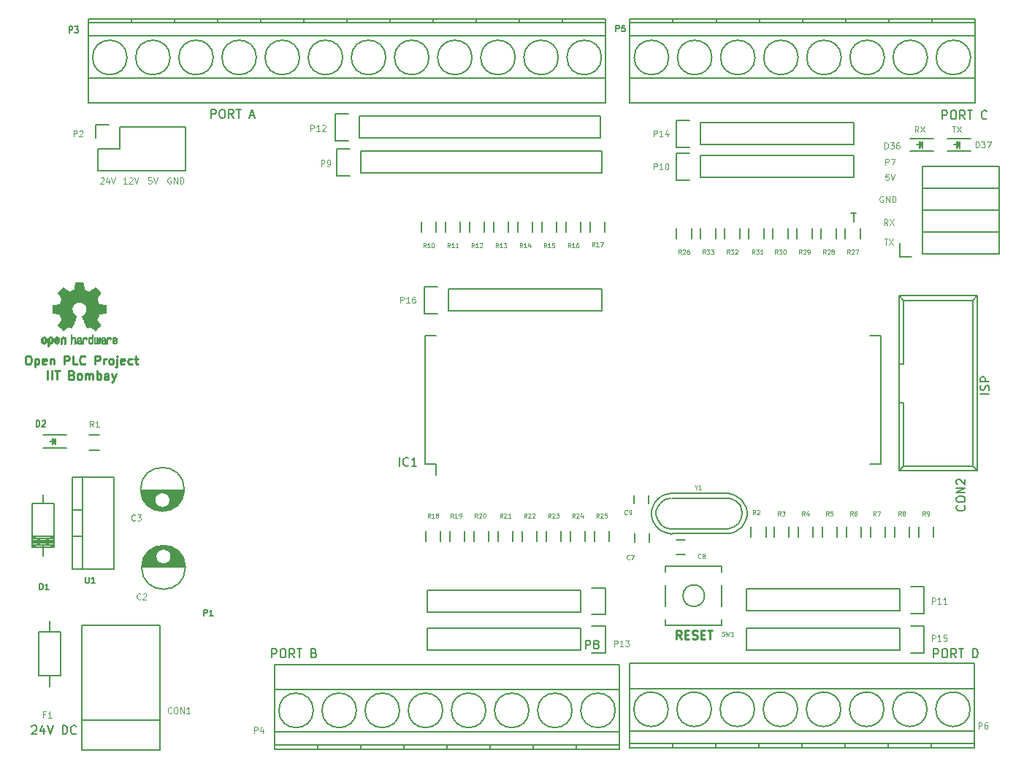
<source format=gbr>
G04 #@! TF.FileFunction,Legend,Top*
%FSLAX46Y46*%
G04 Gerber Fmt 4.6, Leading zero omitted, Abs format (unit mm)*
G04 Created by KiCad (PCBNEW 201611211049+7371~55~ubuntu16.10.1-product) date Tue Dec 27 15:06:12 2016*
%MOMM*%
%LPD*%
G01*
G04 APERTURE LIST*
%ADD10C,0.100000*%
%ADD11C,0.250000*%
%ADD12C,0.200000*%
%ADD13C,0.150000*%
%ADD14C,0.125000*%
%ADD15C,0.010000*%
G04 APERTURE END LIST*
D10*
D11*
X169489619Y-112212380D02*
X169156285Y-111736190D01*
X168918190Y-112212380D02*
X168918190Y-111212380D01*
X169299142Y-111212380D01*
X169394380Y-111260000D01*
X169442000Y-111307619D01*
X169489619Y-111402857D01*
X169489619Y-111545714D01*
X169442000Y-111640952D01*
X169394380Y-111688571D01*
X169299142Y-111736190D01*
X168918190Y-111736190D01*
X169918190Y-111688571D02*
X170251523Y-111688571D01*
X170394380Y-112212380D02*
X169918190Y-112212380D01*
X169918190Y-111212380D01*
X170394380Y-111212380D01*
X170775333Y-112164761D02*
X170918190Y-112212380D01*
X171156285Y-112212380D01*
X171251523Y-112164761D01*
X171299142Y-112117142D01*
X171346761Y-112021904D01*
X171346761Y-111926666D01*
X171299142Y-111831428D01*
X171251523Y-111783809D01*
X171156285Y-111736190D01*
X170965809Y-111688571D01*
X170870571Y-111640952D01*
X170822952Y-111593333D01*
X170775333Y-111498095D01*
X170775333Y-111402857D01*
X170822952Y-111307619D01*
X170870571Y-111260000D01*
X170965809Y-111212380D01*
X171203904Y-111212380D01*
X171346761Y-111260000D01*
X171775333Y-111688571D02*
X172108666Y-111688571D01*
X172251523Y-112212380D02*
X171775333Y-112212380D01*
X171775333Y-111212380D01*
X172251523Y-111212380D01*
X172537238Y-111212380D02*
X173108666Y-111212380D01*
X172822952Y-112212380D02*
X172822952Y-111212380D01*
D12*
X205176380Y-83780190D02*
X204176380Y-83780190D01*
X205128761Y-83351619D02*
X205176380Y-83208761D01*
X205176380Y-82970666D01*
X205128761Y-82875428D01*
X205081142Y-82827809D01*
X204985904Y-82780190D01*
X204890666Y-82780190D01*
X204795428Y-82827809D01*
X204747809Y-82875428D01*
X204700190Y-82970666D01*
X204652571Y-83161142D01*
X204604952Y-83256380D01*
X204557333Y-83304000D01*
X204462095Y-83351619D01*
X204366857Y-83351619D01*
X204271619Y-83304000D01*
X204224000Y-83256380D01*
X204176380Y-83161142D01*
X204176380Y-82923047D01*
X204224000Y-82780190D01*
X205176380Y-82351619D02*
X204176380Y-82351619D01*
X204176380Y-81970666D01*
X204224000Y-81875428D01*
X204271619Y-81827809D01*
X204366857Y-81780190D01*
X204509714Y-81780190D01*
X204604952Y-81827809D01*
X204652571Y-81875428D01*
X204700190Y-81970666D01*
X204700190Y-82351619D01*
X94202571Y-122356619D02*
X94250190Y-122309000D01*
X94345428Y-122261380D01*
X94583523Y-122261380D01*
X94678761Y-122309000D01*
X94726380Y-122356619D01*
X94774000Y-122451857D01*
X94774000Y-122547095D01*
X94726380Y-122689952D01*
X94154952Y-123261380D01*
X94774000Y-123261380D01*
X95631142Y-122594714D02*
X95631142Y-123261380D01*
X95393047Y-122213761D02*
X95154952Y-122928047D01*
X95774000Y-122928047D01*
X96012095Y-122261380D02*
X96345428Y-123261380D01*
X96678761Y-122261380D01*
X97774000Y-123261380D02*
X97774000Y-122261380D01*
X98012095Y-122261380D01*
X98154952Y-122309000D01*
X98250190Y-122404238D01*
X98297809Y-122499476D01*
X98345428Y-122689952D01*
X98345428Y-122832809D01*
X98297809Y-123023285D01*
X98250190Y-123118523D01*
X98154952Y-123213761D01*
X98012095Y-123261380D01*
X97774000Y-123261380D01*
X99345428Y-123166142D02*
X99297809Y-123213761D01*
X99154952Y-123261380D01*
X99059714Y-123261380D01*
X98916857Y-123213761D01*
X98821619Y-123118523D01*
X98774000Y-123023285D01*
X98726380Y-122832809D01*
X98726380Y-122689952D01*
X98774000Y-122499476D01*
X98821619Y-122404238D01*
X98916857Y-122309000D01*
X99059714Y-122261380D01*
X99154952Y-122261380D01*
X99297809Y-122309000D01*
X99345428Y-122356619D01*
D13*
X198747380Y-114371380D02*
X198747380Y-113371380D01*
X199128333Y-113371380D01*
X199223571Y-113419000D01*
X199271190Y-113466619D01*
X199318809Y-113561857D01*
X199318809Y-113704714D01*
X199271190Y-113799952D01*
X199223571Y-113847571D01*
X199128333Y-113895190D01*
X198747380Y-113895190D01*
X199937857Y-113371380D02*
X200128333Y-113371380D01*
X200223571Y-113419000D01*
X200318809Y-113514238D01*
X200366428Y-113704714D01*
X200366428Y-114038047D01*
X200318809Y-114228523D01*
X200223571Y-114323761D01*
X200128333Y-114371380D01*
X199937857Y-114371380D01*
X199842619Y-114323761D01*
X199747380Y-114228523D01*
X199699761Y-114038047D01*
X199699761Y-113704714D01*
X199747380Y-113514238D01*
X199842619Y-113419000D01*
X199937857Y-113371380D01*
X201366428Y-114371380D02*
X201033095Y-113895190D01*
X200795000Y-114371380D02*
X200795000Y-113371380D01*
X201175952Y-113371380D01*
X201271190Y-113419000D01*
X201318809Y-113466619D01*
X201366428Y-113561857D01*
X201366428Y-113704714D01*
X201318809Y-113799952D01*
X201271190Y-113847571D01*
X201175952Y-113895190D01*
X200795000Y-113895190D01*
X201652142Y-113371380D02*
X202223571Y-113371380D01*
X201937857Y-114371380D02*
X201937857Y-113371380D01*
X203318809Y-114371380D02*
X203318809Y-113371380D01*
X203556904Y-113371380D01*
X203699761Y-113419000D01*
X203795000Y-113514238D01*
X203842619Y-113609476D01*
X203890238Y-113799952D01*
X203890238Y-113942809D01*
X203842619Y-114133285D01*
X203795000Y-114228523D01*
X203699761Y-114323761D01*
X203556904Y-114371380D01*
X203318809Y-114371380D01*
X122039380Y-114371380D02*
X122039380Y-113371380D01*
X122420333Y-113371380D01*
X122515571Y-113419000D01*
X122563190Y-113466619D01*
X122610809Y-113561857D01*
X122610809Y-113704714D01*
X122563190Y-113799952D01*
X122515571Y-113847571D01*
X122420333Y-113895190D01*
X122039380Y-113895190D01*
X123229857Y-113371380D02*
X123420333Y-113371380D01*
X123515571Y-113419000D01*
X123610809Y-113514238D01*
X123658428Y-113704714D01*
X123658428Y-114038047D01*
X123610809Y-114228523D01*
X123515571Y-114323761D01*
X123420333Y-114371380D01*
X123229857Y-114371380D01*
X123134619Y-114323761D01*
X123039380Y-114228523D01*
X122991761Y-114038047D01*
X122991761Y-113704714D01*
X123039380Y-113514238D01*
X123134619Y-113419000D01*
X123229857Y-113371380D01*
X124658428Y-114371380D02*
X124325095Y-113895190D01*
X124087000Y-114371380D02*
X124087000Y-113371380D01*
X124467952Y-113371380D01*
X124563190Y-113419000D01*
X124610809Y-113466619D01*
X124658428Y-113561857D01*
X124658428Y-113704714D01*
X124610809Y-113799952D01*
X124563190Y-113847571D01*
X124467952Y-113895190D01*
X124087000Y-113895190D01*
X124944142Y-113371380D02*
X125515571Y-113371380D01*
X125229857Y-114371380D02*
X125229857Y-113371380D01*
X126944142Y-113847571D02*
X127087000Y-113895190D01*
X127134619Y-113942809D01*
X127182238Y-114038047D01*
X127182238Y-114180904D01*
X127134619Y-114276142D01*
X127087000Y-114323761D01*
X126991761Y-114371380D01*
X126610809Y-114371380D01*
X126610809Y-113371380D01*
X126944142Y-113371380D01*
X127039380Y-113419000D01*
X127087000Y-113466619D01*
X127134619Y-113561857D01*
X127134619Y-113657095D01*
X127087000Y-113752333D01*
X127039380Y-113799952D01*
X126944142Y-113847571D01*
X126610809Y-113847571D01*
X199763380Y-51887380D02*
X199763380Y-50887380D01*
X200144333Y-50887380D01*
X200239571Y-50935000D01*
X200287190Y-50982619D01*
X200334809Y-51077857D01*
X200334809Y-51220714D01*
X200287190Y-51315952D01*
X200239571Y-51363571D01*
X200144333Y-51411190D01*
X199763380Y-51411190D01*
X200953857Y-50887380D02*
X201144333Y-50887380D01*
X201239571Y-50935000D01*
X201334809Y-51030238D01*
X201382428Y-51220714D01*
X201382428Y-51554047D01*
X201334809Y-51744523D01*
X201239571Y-51839761D01*
X201144333Y-51887380D01*
X200953857Y-51887380D01*
X200858619Y-51839761D01*
X200763380Y-51744523D01*
X200715761Y-51554047D01*
X200715761Y-51220714D01*
X200763380Y-51030238D01*
X200858619Y-50935000D01*
X200953857Y-50887380D01*
X202382428Y-51887380D02*
X202049095Y-51411190D01*
X201811000Y-51887380D02*
X201811000Y-50887380D01*
X202191952Y-50887380D01*
X202287190Y-50935000D01*
X202334809Y-50982619D01*
X202382428Y-51077857D01*
X202382428Y-51220714D01*
X202334809Y-51315952D01*
X202287190Y-51363571D01*
X202191952Y-51411190D01*
X201811000Y-51411190D01*
X202668142Y-50887380D02*
X203239571Y-50887380D01*
X202953857Y-51887380D02*
X202953857Y-50887380D01*
X204906238Y-51792142D02*
X204858619Y-51839761D01*
X204715761Y-51887380D01*
X204620523Y-51887380D01*
X204477666Y-51839761D01*
X204382428Y-51744523D01*
X204334809Y-51649285D01*
X204287190Y-51458809D01*
X204287190Y-51315952D01*
X204334809Y-51125476D01*
X204382428Y-51030238D01*
X204477666Y-50935000D01*
X204620523Y-50887380D01*
X204715761Y-50887380D01*
X204858619Y-50935000D01*
X204906238Y-50982619D01*
X114998809Y-51760380D02*
X114998809Y-50760380D01*
X115379761Y-50760380D01*
X115475000Y-50808000D01*
X115522619Y-50855619D01*
X115570238Y-50950857D01*
X115570238Y-51093714D01*
X115522619Y-51188952D01*
X115475000Y-51236571D01*
X115379761Y-51284190D01*
X114998809Y-51284190D01*
X116189285Y-50760380D02*
X116379761Y-50760380D01*
X116475000Y-50808000D01*
X116570238Y-50903238D01*
X116617857Y-51093714D01*
X116617857Y-51427047D01*
X116570238Y-51617523D01*
X116475000Y-51712761D01*
X116379761Y-51760380D01*
X116189285Y-51760380D01*
X116094047Y-51712761D01*
X115998809Y-51617523D01*
X115951190Y-51427047D01*
X115951190Y-51093714D01*
X115998809Y-50903238D01*
X116094047Y-50808000D01*
X116189285Y-50760380D01*
X117617857Y-51760380D02*
X117284523Y-51284190D01*
X117046428Y-51760380D02*
X117046428Y-50760380D01*
X117427380Y-50760380D01*
X117522619Y-50808000D01*
X117570238Y-50855619D01*
X117617857Y-50950857D01*
X117617857Y-51093714D01*
X117570238Y-51188952D01*
X117522619Y-51236571D01*
X117427380Y-51284190D01*
X117046428Y-51284190D01*
X117903571Y-50760380D02*
X118475000Y-50760380D01*
X118189285Y-51760380D02*
X118189285Y-50760380D01*
X119522619Y-51474666D02*
X119998809Y-51474666D01*
X119427380Y-51760380D02*
X119760714Y-50760380D01*
X120094047Y-51760380D01*
D14*
X110337666Y-58705000D02*
X110271000Y-58671666D01*
X110171000Y-58671666D01*
X110071000Y-58705000D01*
X110004333Y-58771666D01*
X109971000Y-58838333D01*
X109937666Y-58971666D01*
X109937666Y-59071666D01*
X109971000Y-59205000D01*
X110004333Y-59271666D01*
X110071000Y-59338333D01*
X110171000Y-59371666D01*
X110237666Y-59371666D01*
X110337666Y-59338333D01*
X110371000Y-59305000D01*
X110371000Y-59071666D01*
X110237666Y-59071666D01*
X110671000Y-59371666D02*
X110671000Y-58671666D01*
X111071000Y-59371666D01*
X111071000Y-58671666D01*
X111404333Y-59371666D02*
X111404333Y-58671666D01*
X111571000Y-58671666D01*
X111671000Y-58705000D01*
X111737666Y-58771666D01*
X111771000Y-58838333D01*
X111804333Y-58971666D01*
X111804333Y-59071666D01*
X111771000Y-59205000D01*
X111737666Y-59271666D01*
X111671000Y-59338333D01*
X111571000Y-59371666D01*
X111404333Y-59371666D01*
X108070666Y-58671666D02*
X107737333Y-58671666D01*
X107704000Y-59005000D01*
X107737333Y-58971666D01*
X107804000Y-58938333D01*
X107970666Y-58938333D01*
X108037333Y-58971666D01*
X108070666Y-59005000D01*
X108104000Y-59071666D01*
X108104000Y-59238333D01*
X108070666Y-59305000D01*
X108037333Y-59338333D01*
X107970666Y-59371666D01*
X107804000Y-59371666D01*
X107737333Y-59338333D01*
X107704000Y-59305000D01*
X108304000Y-58671666D02*
X108537333Y-59371666D01*
X108770666Y-58671666D01*
X105230666Y-59371666D02*
X104830666Y-59371666D01*
X105030666Y-59371666D02*
X105030666Y-58671666D01*
X104964000Y-58771666D01*
X104897333Y-58838333D01*
X104830666Y-58871666D01*
X105497333Y-58738333D02*
X105530666Y-58705000D01*
X105597333Y-58671666D01*
X105764000Y-58671666D01*
X105830666Y-58705000D01*
X105864000Y-58738333D01*
X105897333Y-58805000D01*
X105897333Y-58871666D01*
X105864000Y-58971666D01*
X105464000Y-59371666D01*
X105897333Y-59371666D01*
X106097333Y-58671666D02*
X106330666Y-59371666D01*
X106564000Y-58671666D01*
X102163666Y-58738333D02*
X102197000Y-58705000D01*
X102263666Y-58671666D01*
X102430333Y-58671666D01*
X102497000Y-58705000D01*
X102530333Y-58738333D01*
X102563666Y-58805000D01*
X102563666Y-58871666D01*
X102530333Y-58971666D01*
X102130333Y-59371666D01*
X102563666Y-59371666D01*
X103163666Y-58905000D02*
X103163666Y-59371666D01*
X102997000Y-58638333D02*
X102830333Y-59138333D01*
X103263666Y-59138333D01*
X103430333Y-58671666D02*
X103663666Y-59371666D01*
X103897000Y-58671666D01*
X193014666Y-65783666D02*
X193414666Y-65783666D01*
X193214666Y-66483666D02*
X193214666Y-65783666D01*
X193581333Y-65783666D02*
X194048000Y-66483666D01*
X194048000Y-65783666D02*
X193581333Y-66483666D01*
X193431333Y-64197666D02*
X193198000Y-63864333D01*
X193031333Y-64197666D02*
X193031333Y-63497666D01*
X193298000Y-63497666D01*
X193364666Y-63531000D01*
X193398000Y-63564333D01*
X193431333Y-63631000D01*
X193431333Y-63731000D01*
X193398000Y-63797666D01*
X193364666Y-63831000D01*
X193298000Y-63864333D01*
X193031333Y-63864333D01*
X193664666Y-63497666D02*
X194131333Y-64197666D01*
X194131333Y-63497666D02*
X193664666Y-64197666D01*
X192887666Y-60864000D02*
X192821000Y-60830666D01*
X192721000Y-60830666D01*
X192621000Y-60864000D01*
X192554333Y-60930666D01*
X192521000Y-60997333D01*
X192487666Y-61130666D01*
X192487666Y-61230666D01*
X192521000Y-61364000D01*
X192554333Y-61430666D01*
X192621000Y-61497333D01*
X192721000Y-61530666D01*
X192787666Y-61530666D01*
X192887666Y-61497333D01*
X192921000Y-61464000D01*
X192921000Y-61230666D01*
X192787666Y-61230666D01*
X193221000Y-61530666D02*
X193221000Y-60830666D01*
X193621000Y-61530666D01*
X193621000Y-60830666D01*
X193954333Y-61530666D02*
X193954333Y-60830666D01*
X194121000Y-60830666D01*
X194221000Y-60864000D01*
X194287666Y-60930666D01*
X194321000Y-60997333D01*
X194354333Y-61130666D01*
X194354333Y-61230666D01*
X194321000Y-61364000D01*
X194287666Y-61430666D01*
X194221000Y-61497333D01*
X194121000Y-61530666D01*
X193954333Y-61530666D01*
X193541666Y-58290666D02*
X193208333Y-58290666D01*
X193175000Y-58624000D01*
X193208333Y-58590666D01*
X193275000Y-58557333D01*
X193441666Y-58557333D01*
X193508333Y-58590666D01*
X193541666Y-58624000D01*
X193575000Y-58690666D01*
X193575000Y-58857333D01*
X193541666Y-58924000D01*
X193508333Y-58957333D01*
X193441666Y-58990666D01*
X193275000Y-58990666D01*
X193208333Y-58957333D01*
X193175000Y-58924000D01*
X193775000Y-58290666D02*
X194008333Y-58990666D01*
X194241666Y-58290666D01*
D11*
X93710904Y-79349380D02*
X93901380Y-79349380D01*
X93996619Y-79397000D01*
X94091857Y-79492238D01*
X94139476Y-79682714D01*
X94139476Y-80016047D01*
X94091857Y-80206523D01*
X93996619Y-80301761D01*
X93901380Y-80349380D01*
X93710904Y-80349380D01*
X93615666Y-80301761D01*
X93520428Y-80206523D01*
X93472809Y-80016047D01*
X93472809Y-79682714D01*
X93520428Y-79492238D01*
X93615666Y-79397000D01*
X93710904Y-79349380D01*
X94568047Y-79682714D02*
X94568047Y-80682714D01*
X94568047Y-79730333D02*
X94663285Y-79682714D01*
X94853761Y-79682714D01*
X94949000Y-79730333D01*
X94996619Y-79777952D01*
X95044238Y-79873190D01*
X95044238Y-80158904D01*
X94996619Y-80254142D01*
X94949000Y-80301761D01*
X94853761Y-80349380D01*
X94663285Y-80349380D01*
X94568047Y-80301761D01*
X95853761Y-80301761D02*
X95758523Y-80349380D01*
X95568047Y-80349380D01*
X95472809Y-80301761D01*
X95425190Y-80206523D01*
X95425190Y-79825571D01*
X95472809Y-79730333D01*
X95568047Y-79682714D01*
X95758523Y-79682714D01*
X95853761Y-79730333D01*
X95901380Y-79825571D01*
X95901380Y-79920809D01*
X95425190Y-80016047D01*
X96329952Y-79682714D02*
X96329952Y-80349380D01*
X96329952Y-79777952D02*
X96377571Y-79730333D01*
X96472809Y-79682714D01*
X96615666Y-79682714D01*
X96710904Y-79730333D01*
X96758523Y-79825571D01*
X96758523Y-80349380D01*
X97996619Y-80349380D02*
X97996619Y-79349380D01*
X98377571Y-79349380D01*
X98472809Y-79397000D01*
X98520428Y-79444619D01*
X98568047Y-79539857D01*
X98568047Y-79682714D01*
X98520428Y-79777952D01*
X98472809Y-79825571D01*
X98377571Y-79873190D01*
X97996619Y-79873190D01*
X99472809Y-80349380D02*
X98996619Y-80349380D01*
X98996619Y-79349380D01*
X100377571Y-80254142D02*
X100329952Y-80301761D01*
X100187095Y-80349380D01*
X100091857Y-80349380D01*
X99949000Y-80301761D01*
X99853761Y-80206523D01*
X99806142Y-80111285D01*
X99758523Y-79920809D01*
X99758523Y-79777952D01*
X99806142Y-79587476D01*
X99853761Y-79492238D01*
X99949000Y-79397000D01*
X100091857Y-79349380D01*
X100187095Y-79349380D01*
X100329952Y-79397000D01*
X100377571Y-79444619D01*
X101568047Y-80349380D02*
X101568047Y-79349380D01*
X101949000Y-79349380D01*
X102044238Y-79397000D01*
X102091857Y-79444619D01*
X102139476Y-79539857D01*
X102139476Y-79682714D01*
X102091857Y-79777952D01*
X102044238Y-79825571D01*
X101949000Y-79873190D01*
X101568047Y-79873190D01*
X102568047Y-80349380D02*
X102568047Y-79682714D01*
X102568047Y-79873190D02*
X102615666Y-79777952D01*
X102663285Y-79730333D01*
X102758523Y-79682714D01*
X102853761Y-79682714D01*
X103329952Y-80349380D02*
X103234714Y-80301761D01*
X103187095Y-80254142D01*
X103139476Y-80158904D01*
X103139476Y-79873190D01*
X103187095Y-79777952D01*
X103234714Y-79730333D01*
X103329952Y-79682714D01*
X103472809Y-79682714D01*
X103568047Y-79730333D01*
X103615666Y-79777952D01*
X103663285Y-79873190D01*
X103663285Y-80158904D01*
X103615666Y-80254142D01*
X103568047Y-80301761D01*
X103472809Y-80349380D01*
X103329952Y-80349380D01*
X104091857Y-79682714D02*
X104091857Y-80539857D01*
X104044238Y-80635095D01*
X103949000Y-80682714D01*
X103901380Y-80682714D01*
X104091857Y-79349380D02*
X104044238Y-79397000D01*
X104091857Y-79444619D01*
X104139476Y-79397000D01*
X104091857Y-79349380D01*
X104091857Y-79444619D01*
X104949000Y-80301761D02*
X104853761Y-80349380D01*
X104663285Y-80349380D01*
X104568047Y-80301761D01*
X104520428Y-80206523D01*
X104520428Y-79825571D01*
X104568047Y-79730333D01*
X104663285Y-79682714D01*
X104853761Y-79682714D01*
X104949000Y-79730333D01*
X104996619Y-79825571D01*
X104996619Y-79920809D01*
X104520428Y-80016047D01*
X105853761Y-80301761D02*
X105758523Y-80349380D01*
X105568047Y-80349380D01*
X105472809Y-80301761D01*
X105425190Y-80254142D01*
X105377571Y-80158904D01*
X105377571Y-79873190D01*
X105425190Y-79777952D01*
X105472809Y-79730333D01*
X105568047Y-79682714D01*
X105758523Y-79682714D01*
X105853761Y-79730333D01*
X106139476Y-79682714D02*
X106520428Y-79682714D01*
X106282333Y-79349380D02*
X106282333Y-80206523D01*
X106329952Y-80301761D01*
X106425190Y-80349380D01*
X106520428Y-80349380D01*
X96044238Y-82099380D02*
X96044238Y-81099380D01*
X96520428Y-82099380D02*
X96520428Y-81099380D01*
X96853761Y-81099380D02*
X97425190Y-81099380D01*
X97139476Y-82099380D02*
X97139476Y-81099380D01*
X98853761Y-81575571D02*
X98996619Y-81623190D01*
X99044238Y-81670809D01*
X99091857Y-81766047D01*
X99091857Y-81908904D01*
X99044238Y-82004142D01*
X98996619Y-82051761D01*
X98901380Y-82099380D01*
X98520428Y-82099380D01*
X98520428Y-81099380D01*
X98853761Y-81099380D01*
X98949000Y-81147000D01*
X98996619Y-81194619D01*
X99044238Y-81289857D01*
X99044238Y-81385095D01*
X98996619Y-81480333D01*
X98949000Y-81527952D01*
X98853761Y-81575571D01*
X98520428Y-81575571D01*
X99663285Y-82099380D02*
X99568047Y-82051761D01*
X99520428Y-82004142D01*
X99472809Y-81908904D01*
X99472809Y-81623190D01*
X99520428Y-81527952D01*
X99568047Y-81480333D01*
X99663285Y-81432714D01*
X99806142Y-81432714D01*
X99901380Y-81480333D01*
X99949000Y-81527952D01*
X99996619Y-81623190D01*
X99996619Y-81908904D01*
X99949000Y-82004142D01*
X99901380Y-82051761D01*
X99806142Y-82099380D01*
X99663285Y-82099380D01*
X100425190Y-82099380D02*
X100425190Y-81432714D01*
X100425190Y-81527952D02*
X100472809Y-81480333D01*
X100568047Y-81432714D01*
X100710904Y-81432714D01*
X100806142Y-81480333D01*
X100853761Y-81575571D01*
X100853761Y-82099380D01*
X100853761Y-81575571D02*
X100901380Y-81480333D01*
X100996619Y-81432714D01*
X101139476Y-81432714D01*
X101234714Y-81480333D01*
X101282333Y-81575571D01*
X101282333Y-82099380D01*
X101758523Y-82099380D02*
X101758523Y-81099380D01*
X101758523Y-81480333D02*
X101853761Y-81432714D01*
X102044238Y-81432714D01*
X102139476Y-81480333D01*
X102187095Y-81527952D01*
X102234714Y-81623190D01*
X102234714Y-81908904D01*
X102187095Y-82004142D01*
X102139476Y-82051761D01*
X102044238Y-82099380D01*
X101853761Y-82099380D01*
X101758523Y-82051761D01*
X103091857Y-82099380D02*
X103091857Y-81575571D01*
X103044238Y-81480333D01*
X102949000Y-81432714D01*
X102758523Y-81432714D01*
X102663285Y-81480333D01*
X103091857Y-82051761D02*
X102996619Y-82099380D01*
X102758523Y-82099380D01*
X102663285Y-82051761D01*
X102615666Y-81956523D01*
X102615666Y-81861285D01*
X102663285Y-81766047D01*
X102758523Y-81718428D01*
X102996619Y-81718428D01*
X103091857Y-81670809D01*
X103472809Y-81432714D02*
X103710904Y-82099380D01*
X103949000Y-81432714D02*
X103710904Y-82099380D01*
X103615666Y-82337476D01*
X103568047Y-82385095D01*
X103472809Y-82432714D01*
D13*
X106975000Y-103831000D02*
X111973000Y-103831000D01*
X106983000Y-103691000D02*
X111965000Y-103691000D01*
X106999000Y-103551000D02*
X109379000Y-103551000D01*
X109569000Y-103551000D02*
X111949000Y-103551000D01*
X107023000Y-103411000D02*
X108984000Y-103411000D01*
X109964000Y-103411000D02*
X111925000Y-103411000D01*
X107056000Y-103271000D02*
X108817000Y-103271000D01*
X110131000Y-103271000D02*
X111892000Y-103271000D01*
X107097000Y-103131000D02*
X108710000Y-103131000D01*
X110238000Y-103131000D02*
X111851000Y-103131000D01*
X107147000Y-102991000D02*
X108639000Y-102991000D01*
X110309000Y-102991000D02*
X111801000Y-102991000D01*
X107208000Y-102851000D02*
X108595000Y-102851000D01*
X110353000Y-102851000D02*
X111740000Y-102851000D01*
X107278000Y-102711000D02*
X108576000Y-102711000D01*
X110372000Y-102711000D02*
X111670000Y-102711000D01*
X107360000Y-102571000D02*
X108578000Y-102571000D01*
X110370000Y-102571000D02*
X111588000Y-102571000D01*
X107455000Y-102431000D02*
X108603000Y-102431000D01*
X110345000Y-102431000D02*
X111493000Y-102431000D01*
X107566000Y-102291000D02*
X108651000Y-102291000D01*
X110297000Y-102291000D02*
X111382000Y-102291000D01*
X107694000Y-102151000D02*
X108729000Y-102151000D01*
X110219000Y-102151000D02*
X111254000Y-102151000D01*
X107843000Y-102011000D02*
X108846000Y-102011000D01*
X110102000Y-102011000D02*
X111105000Y-102011000D01*
X108022000Y-101871000D02*
X109034000Y-101871000D01*
X109914000Y-101871000D02*
X110926000Y-101871000D01*
X108241000Y-101731000D02*
X110707000Y-101731000D01*
X108530000Y-101591000D02*
X110418000Y-101591000D01*
X109002000Y-101451000D02*
X109946000Y-101451000D01*
X110374000Y-102656000D02*
G75*
G03X110374000Y-102656000I-900000J0D01*
G01*
X112011500Y-103906000D02*
G75*
G03X112011500Y-103906000I-2537500J0D01*
G01*
X111846000Y-94924000D02*
X106848000Y-94924000D01*
X111838000Y-95064000D02*
X106856000Y-95064000D01*
X111822000Y-95204000D02*
X109442000Y-95204000D01*
X109252000Y-95204000D02*
X106872000Y-95204000D01*
X111798000Y-95344000D02*
X109837000Y-95344000D01*
X108857000Y-95344000D02*
X106896000Y-95344000D01*
X111765000Y-95484000D02*
X110004000Y-95484000D01*
X108690000Y-95484000D02*
X106929000Y-95484000D01*
X111724000Y-95624000D02*
X110111000Y-95624000D01*
X108583000Y-95624000D02*
X106970000Y-95624000D01*
X111674000Y-95764000D02*
X110182000Y-95764000D01*
X108512000Y-95764000D02*
X107020000Y-95764000D01*
X111613000Y-95904000D02*
X110226000Y-95904000D01*
X108468000Y-95904000D02*
X107081000Y-95904000D01*
X111543000Y-96044000D02*
X110245000Y-96044000D01*
X108449000Y-96044000D02*
X107151000Y-96044000D01*
X111461000Y-96184000D02*
X110243000Y-96184000D01*
X108451000Y-96184000D02*
X107233000Y-96184000D01*
X111366000Y-96324000D02*
X110218000Y-96324000D01*
X108476000Y-96324000D02*
X107328000Y-96324000D01*
X111255000Y-96464000D02*
X110170000Y-96464000D01*
X108524000Y-96464000D02*
X107439000Y-96464000D01*
X111127000Y-96604000D02*
X110092000Y-96604000D01*
X108602000Y-96604000D02*
X107567000Y-96604000D01*
X110978000Y-96744000D02*
X109975000Y-96744000D01*
X108719000Y-96744000D02*
X107716000Y-96744000D01*
X110799000Y-96884000D02*
X109787000Y-96884000D01*
X108907000Y-96884000D02*
X107895000Y-96884000D01*
X110580000Y-97024000D02*
X108114000Y-97024000D01*
X110291000Y-97164000D02*
X108403000Y-97164000D01*
X109819000Y-97304000D02*
X108875000Y-97304000D01*
X110247000Y-96099000D02*
G75*
G03X110247000Y-96099000I-900000J0D01*
G01*
X111884500Y-94849000D02*
G75*
G03X111884500Y-94849000I-2537500J0D01*
G01*
X100020120Y-121602500D02*
X109021880Y-121602500D01*
X100020120Y-125102620D02*
X109021880Y-125102620D01*
X109021880Y-125102620D02*
X109021880Y-110601760D01*
X109021880Y-110601760D02*
X100020120Y-110601760D01*
X100020120Y-110601760D02*
X100020120Y-125102620D01*
X203813000Y-72390000D02*
X203813000Y-92710000D01*
X203263000Y-72930000D02*
X203263000Y-92150000D01*
X194713000Y-72390000D02*
X194713000Y-92710000D01*
X195263000Y-72930000D02*
X195263000Y-80300000D01*
X195263000Y-84800000D02*
X195263000Y-92150000D01*
X195263000Y-80300000D02*
X194713000Y-80300000D01*
X195263000Y-84800000D02*
X194713000Y-84800000D01*
X203813000Y-72390000D02*
X194713000Y-72390000D01*
X203263000Y-72930000D02*
X195263000Y-72930000D01*
X203813000Y-92710000D02*
X194713000Y-92710000D01*
X203263000Y-92150000D02*
X195263000Y-92150000D01*
X203813000Y-72390000D02*
X203263000Y-72930000D01*
X203813000Y-92710000D02*
X203263000Y-92150000D01*
X194713000Y-72390000D02*
X195263000Y-72930000D01*
X194713000Y-92710000D02*
X195263000Y-92150000D01*
X95501460Y-96520000D02*
X95501460Y-95504000D01*
X95501460Y-101346000D02*
X95501460Y-102616000D01*
X94231460Y-101092000D02*
X96771460Y-101092000D01*
X94231460Y-100838000D02*
X96771460Y-100838000D01*
X94231460Y-100584000D02*
X96771460Y-100584000D01*
X94231460Y-101346000D02*
X96771460Y-101346000D01*
X94231460Y-100330000D02*
X96771460Y-101600000D01*
X94231460Y-101600000D02*
X96771460Y-100330000D01*
X94231460Y-100330000D02*
X96771460Y-100330000D01*
X94231460Y-100965000D02*
X96771460Y-100965000D01*
X96771460Y-101600000D02*
X94231460Y-101600000D01*
X94231460Y-101600000D02*
X94231460Y-96520000D01*
X94231460Y-96520000D02*
X96771460Y-96520000D01*
X96771460Y-96520000D02*
X96771460Y-101600000D01*
X94996000Y-116459000D02*
X94996000Y-111379000D01*
X94996000Y-111379000D02*
X97536000Y-111379000D01*
X97536000Y-111379000D02*
X97536000Y-116459000D01*
X97536000Y-116459000D02*
X94996000Y-116459000D01*
X96266000Y-116459000D02*
X96266000Y-117729000D01*
X96266000Y-111379000D02*
X96266000Y-110109000D01*
X139818000Y-91940000D02*
X141088000Y-91940000D01*
X139818000Y-76970000D02*
X141088000Y-76970000D01*
X192668000Y-76970000D02*
X191398000Y-76970000D01*
X192668000Y-91940000D02*
X191398000Y-91940000D01*
X139818000Y-91940000D02*
X139818000Y-76970000D01*
X192668000Y-91940000D02*
X192668000Y-76970000D01*
X141088000Y-91940000D02*
X141088000Y-93225000D01*
X172192000Y-107188000D02*
G75*
G03X172192000Y-107188000I-1250000J0D01*
G01*
X174192000Y-109938000D02*
X174192000Y-110588000D01*
X174192000Y-110588000D02*
X167692000Y-110588000D01*
X167692000Y-110588000D02*
X167692000Y-109938000D01*
X174192000Y-104438000D02*
X174192000Y-103788000D01*
X174192000Y-103788000D02*
X167692000Y-103788000D01*
X167692000Y-103788000D02*
X167692000Y-104438000D01*
X174192000Y-105938000D02*
X174192000Y-108438000D01*
X167692000Y-105938000D02*
X167692000Y-108438000D01*
X98933000Y-100330000D02*
X100076000Y-100330000D01*
X98933000Y-97282000D02*
X100076000Y-97282000D01*
X100076000Y-93472000D02*
X103759000Y-93472000D01*
X103759000Y-93472000D02*
X103759000Y-104140000D01*
X103759000Y-104140000D02*
X100076000Y-104140000D01*
X98933000Y-93472000D02*
X100076000Y-93472000D01*
X100076000Y-93472000D02*
X100076000Y-104140000D01*
X100076000Y-104140000D02*
X98933000Y-104140000D01*
X98933000Y-98806000D02*
X98933000Y-104140000D01*
X98933000Y-98806000D02*
X98933000Y-93472000D01*
X176276000Y-96662240D02*
X176476660Y-97063560D01*
X176476660Y-97063560D02*
X176578260Y-97663000D01*
X176578260Y-97663000D02*
X176476660Y-98163380D01*
X176476660Y-98163380D02*
X176077880Y-98861880D01*
X176077880Y-98861880D02*
X175475900Y-99263200D01*
X175475900Y-99263200D02*
X174876460Y-99463860D01*
X174876460Y-99463860D02*
X168277540Y-99463860D01*
X168277540Y-99463860D02*
X167576500Y-99263200D01*
X167576500Y-99263200D02*
X167177720Y-98963480D01*
X167177720Y-98963480D02*
X166776400Y-98463100D01*
X166776400Y-98463100D02*
X166575740Y-97863660D01*
X166575740Y-97863660D02*
X166575740Y-97363280D01*
X166575740Y-97363280D02*
X166776400Y-96862900D01*
X166776400Y-96862900D02*
X167276780Y-96263460D01*
X167276780Y-96263460D02*
X167777160Y-95963740D01*
X167777160Y-95963740D02*
X168277540Y-95862140D01*
X168376600Y-95862140D02*
X174978060Y-95862140D01*
X174978060Y-95862140D02*
X175376840Y-95963740D01*
X175376840Y-95963740D02*
X175877220Y-96263460D01*
X175877220Y-96263460D02*
X176377600Y-96763840D01*
X168386760Y-95333820D02*
X167927020Y-95382080D01*
X167927020Y-95382080D02*
X167528240Y-95493840D01*
X167528240Y-95493840D02*
X167096440Y-95712280D01*
X167096440Y-95712280D02*
X166806880Y-95943420D01*
X166806880Y-95943420D02*
X166476680Y-96293940D01*
X166476680Y-96293940D02*
X166187120Y-96832420D01*
X166187120Y-96832420D02*
X166057580Y-97431860D01*
X166057580Y-97431860D02*
X166057580Y-97942400D01*
X166057580Y-97942400D02*
X166227760Y-98643440D01*
X166227760Y-98643440D02*
X166626540Y-99232720D01*
X166626540Y-99232720D02*
X167086280Y-99603560D01*
X167086280Y-99603560D02*
X167507920Y-99811840D01*
X167507920Y-99811840D02*
X167957500Y-99971860D01*
X167957500Y-99971860D02*
X168396920Y-100002340D01*
X175737520Y-99783900D02*
X176115980Y-99562920D01*
X176115980Y-99562920D02*
X176436020Y-99283520D01*
X176436020Y-99283520D02*
X176687480Y-98953320D01*
X176687480Y-98953320D02*
X176987200Y-98402140D01*
X176987200Y-98402140D02*
X177096420Y-97932240D01*
X177096420Y-97932240D02*
X177116740Y-97472500D01*
X177116740Y-97472500D02*
X177027840Y-97012760D01*
X177027840Y-97012760D02*
X176837340Y-96563180D01*
X176837340Y-96563180D02*
X176476660Y-96093280D01*
X176476660Y-96093280D02*
X176126140Y-95773240D01*
X176126140Y-95773240D02*
X175737520Y-95542100D01*
X175737520Y-95542100D02*
X175308260Y-95402400D01*
X175308260Y-95402400D02*
X174866300Y-95333820D01*
X168376600Y-99992180D02*
X174828200Y-99992180D01*
X174828200Y-99992180D02*
X175247300Y-99954080D01*
X175247300Y-99954080D02*
X175737520Y-99783900D01*
X168376600Y-95333820D02*
X174828200Y-95333820D01*
X164123000Y-99957000D02*
X164123000Y-100957000D01*
X165823000Y-100957000D02*
X165823000Y-99957000D01*
X169918000Y-100750000D02*
X168918000Y-100750000D01*
X168918000Y-102450000D02*
X169918000Y-102450000D01*
X165696000Y-96512000D02*
X165696000Y-95512000D01*
X163996000Y-95512000D02*
X163996000Y-96512000D01*
X98247000Y-88531000D02*
X95547000Y-88531000D01*
X98247000Y-90031000D02*
X95547000Y-90031000D01*
X96747000Y-89131000D02*
X96747000Y-89381000D01*
X96747000Y-89381000D02*
X96897000Y-89231000D01*
X96997000Y-89631000D02*
X96997000Y-88931000D01*
X96647000Y-89281000D02*
X96297000Y-89281000D01*
X96997000Y-89281000D02*
X96647000Y-89631000D01*
X96647000Y-89631000D02*
X96647000Y-88931000D01*
X96647000Y-88931000D02*
X96997000Y-89281000D01*
X104394000Y-52832000D02*
X112014000Y-52832000D01*
X112014000Y-52832000D02*
X112014000Y-57912000D01*
X112014000Y-57912000D02*
X101854000Y-57912000D01*
X101854000Y-57912000D02*
X101854000Y-55372000D01*
X103124000Y-52552000D02*
X101574000Y-52552000D01*
X101854000Y-55372000D02*
X104394000Y-55372000D01*
X104394000Y-55372000D02*
X104394000Y-52832000D01*
X101574000Y-52552000D02*
X101574000Y-54102000D01*
X102073000Y-90283000D02*
X100873000Y-90283000D01*
X100873000Y-88533000D02*
X102073000Y-88533000D01*
X177560000Y-100422000D02*
X177560000Y-99222000D01*
X179310000Y-99222000D02*
X179310000Y-100422000D01*
X180227000Y-100422000D02*
X180227000Y-99222000D01*
X181977000Y-99222000D02*
X181977000Y-100422000D01*
X183021000Y-100422000D02*
X183021000Y-99222000D01*
X184771000Y-99222000D02*
X184771000Y-100422000D01*
X185815000Y-100422000D02*
X185815000Y-99222000D01*
X187565000Y-99222000D02*
X187565000Y-100422000D01*
X188609000Y-100422000D02*
X188609000Y-99222000D01*
X190359000Y-99222000D02*
X190359000Y-100422000D01*
X191403000Y-100422000D02*
X191403000Y-99222000D01*
X193153000Y-99222000D02*
X193153000Y-100422000D01*
X194197000Y-100422000D02*
X194197000Y-99222000D01*
X195947000Y-99222000D02*
X195947000Y-100422000D01*
X196991000Y-100422000D02*
X196991000Y-99222000D01*
X198741000Y-99222000D02*
X198741000Y-100422000D01*
X141083000Y-63789000D02*
X141083000Y-64989000D01*
X139333000Y-64989000D02*
X139333000Y-63789000D01*
X143877000Y-63789000D02*
X143877000Y-64989000D01*
X142127000Y-64989000D02*
X142127000Y-63789000D01*
X146671000Y-63789000D02*
X146671000Y-64989000D01*
X144921000Y-64989000D02*
X144921000Y-63789000D01*
X149465000Y-63789000D02*
X149465000Y-64989000D01*
X147715000Y-64989000D02*
X147715000Y-63789000D01*
X152259000Y-63789000D02*
X152259000Y-64989000D01*
X150509000Y-64989000D02*
X150509000Y-63789000D01*
X155053000Y-63789000D02*
X155053000Y-64989000D01*
X153303000Y-64989000D02*
X153303000Y-63789000D01*
X157847000Y-63789000D02*
X157847000Y-64989000D01*
X156097000Y-64989000D02*
X156097000Y-63789000D01*
X160641000Y-63789000D02*
X160641000Y-64989000D01*
X158891000Y-64989000D02*
X158891000Y-63789000D01*
X139841000Y-100930000D02*
X139841000Y-99730000D01*
X141591000Y-99730000D02*
X141591000Y-100930000D01*
X142635000Y-100930000D02*
X142635000Y-99730000D01*
X144385000Y-99730000D02*
X144385000Y-100930000D01*
X145429000Y-100930000D02*
X145429000Y-99730000D01*
X147179000Y-99730000D02*
X147179000Y-100930000D01*
X148223000Y-100930000D02*
X148223000Y-99730000D01*
X149973000Y-99730000D02*
X149973000Y-100930000D01*
X151017000Y-100930000D02*
X151017000Y-99730000D01*
X152767000Y-99730000D02*
X152767000Y-100930000D01*
X153811000Y-100930000D02*
X153811000Y-99730000D01*
X155561000Y-99730000D02*
X155561000Y-100930000D01*
X156605000Y-100930000D02*
X156605000Y-99730000D01*
X158355000Y-99730000D02*
X158355000Y-100930000D01*
X159399000Y-100930000D02*
X159399000Y-99730000D01*
X161149000Y-99730000D02*
X161149000Y-100930000D01*
X170674000Y-64551000D02*
X170674000Y-65751000D01*
X168924000Y-65751000D02*
X168924000Y-64551000D01*
X190232000Y-64551000D02*
X190232000Y-65751000D01*
X188482000Y-65751000D02*
X188482000Y-64551000D01*
X187438000Y-64551000D02*
X187438000Y-65751000D01*
X185688000Y-65751000D02*
X185688000Y-64551000D01*
X184644000Y-64551000D02*
X184644000Y-65751000D01*
X182894000Y-65751000D02*
X182894000Y-64551000D01*
X181850000Y-64551000D02*
X181850000Y-65751000D01*
X180100000Y-65751000D02*
X180100000Y-64551000D01*
X179056000Y-64551000D02*
X179056000Y-65751000D01*
X177306000Y-65751000D02*
X177306000Y-64551000D01*
X176262000Y-64551000D02*
X176262000Y-65751000D01*
X174512000Y-65751000D02*
X174512000Y-64551000D01*
X173468000Y-64551000D02*
X173468000Y-65751000D01*
X171718000Y-65751000D02*
X171718000Y-64551000D01*
X203541000Y-50031000D02*
X203541000Y-40231000D01*
X163541000Y-50031000D02*
X203541000Y-50031000D01*
X163541000Y-40231000D02*
X163541000Y-50031000D01*
X203541000Y-40231000D02*
X163541000Y-40231000D01*
X203541000Y-40731000D02*
X163541000Y-40731000D01*
X203541000Y-47131000D02*
X163541000Y-47131000D01*
X203541000Y-42231000D02*
X163541000Y-42231000D01*
X203041000Y-44731000D02*
G75*
G03X203041000Y-44731000I-2000000J0D01*
G01*
X198041000Y-44731000D02*
G75*
G03X198041000Y-44731000I-2000000J0D01*
G01*
X198541000Y-40731000D02*
X198541000Y-40231000D01*
X193541000Y-40731000D02*
X193541000Y-40231000D01*
X193041000Y-44731000D02*
G75*
G03X193041000Y-44731000I-2000000J0D01*
G01*
X188041000Y-44731000D02*
G75*
G03X188041000Y-44731000I-2000000J0D01*
G01*
X188541000Y-40731000D02*
X188541000Y-40231000D01*
X183041000Y-44731000D02*
G75*
G03X183041000Y-44731000I-2000000J0D01*
G01*
X183541000Y-40731000D02*
X183541000Y-40231000D01*
X178541000Y-40731000D02*
X178541000Y-40231000D01*
X178041000Y-44731000D02*
G75*
G03X178041000Y-44731000I-2000000J0D01*
G01*
X173041000Y-44731000D02*
G75*
G03X173041000Y-44731000I-2000000J0D01*
G01*
X173541000Y-40731000D02*
X173541000Y-40231000D01*
X168541000Y-40731000D02*
X168541000Y-40231000D01*
X168041000Y-44731000D02*
G75*
G03X168041000Y-44731000I-2000000J0D01*
G01*
X202989000Y-120369000D02*
G75*
G03X202989000Y-120369000I-2000000J0D01*
G01*
X198489000Y-124369000D02*
X198489000Y-124869000D01*
X193489000Y-124369000D02*
X193489000Y-124869000D01*
X197989000Y-120369000D02*
G75*
G03X197989000Y-120369000I-2000000J0D01*
G01*
X192989000Y-120369000D02*
G75*
G03X192989000Y-120369000I-2000000J0D01*
G01*
X188489000Y-124369000D02*
X188489000Y-124869000D01*
X183489000Y-124369000D02*
X183489000Y-124869000D01*
X187989000Y-120369000D02*
G75*
G03X187989000Y-120369000I-2000000J0D01*
G01*
X178489000Y-124369000D02*
X178489000Y-124869000D01*
X182989000Y-120369000D02*
G75*
G03X182989000Y-120369000I-2000000J0D01*
G01*
X177989000Y-120369000D02*
G75*
G03X177989000Y-120369000I-2000000J0D01*
G01*
X173489000Y-124369000D02*
X173489000Y-124869000D01*
X168489000Y-124369000D02*
X168489000Y-124869000D01*
X172989000Y-120369000D02*
G75*
G03X172989000Y-120369000I-2000000J0D01*
G01*
X167989000Y-120369000D02*
G75*
G03X167989000Y-120369000I-2000000J0D01*
G01*
X163489000Y-122869000D02*
X203489000Y-122869000D01*
X163489000Y-117969000D02*
X203489000Y-117969000D01*
X163489000Y-124369000D02*
X203489000Y-124369000D01*
X163489000Y-124869000D02*
X203489000Y-124869000D01*
X203489000Y-124869000D02*
X203489000Y-115069000D01*
X203489000Y-115069000D02*
X163489000Y-115069000D01*
X163489000Y-115069000D02*
X163489000Y-124869000D01*
X105242000Y-44731000D02*
G75*
G03X105242000Y-44731000I-2000000J0D01*
G01*
X105742000Y-40731000D02*
X105742000Y-40231000D01*
X110742000Y-40731000D02*
X110742000Y-40231000D01*
X110242000Y-44731000D02*
G75*
G03X110242000Y-44731000I-2000000J0D01*
G01*
X115242000Y-44731000D02*
G75*
G03X115242000Y-44731000I-2000000J0D01*
G01*
X115742000Y-40731000D02*
X115742000Y-40231000D01*
X120742000Y-40731000D02*
X120742000Y-40231000D01*
X120242000Y-44731000D02*
G75*
G03X120242000Y-44731000I-2000000J0D01*
G01*
X125242000Y-44731000D02*
G75*
G03X125242000Y-44731000I-2000000J0D01*
G01*
X125742000Y-40731000D02*
X125742000Y-40231000D01*
X130742000Y-40731000D02*
X130742000Y-40231000D01*
X130242000Y-44731000D02*
G75*
G03X130242000Y-44731000I-2000000J0D01*
G01*
X135242000Y-44731000D02*
G75*
G03X135242000Y-44731000I-2000000J0D01*
G01*
X135742000Y-40731000D02*
X135742000Y-40231000D01*
X140742000Y-40731000D02*
X140742000Y-40231000D01*
X140242000Y-44731000D02*
G75*
G03X140242000Y-44731000I-2000000J0D01*
G01*
X145742000Y-40731000D02*
X145742000Y-40231000D01*
X145242000Y-44731000D02*
G75*
G03X145242000Y-44731000I-2000000J0D01*
G01*
X150242000Y-44731000D02*
G75*
G03X150242000Y-44731000I-2000000J0D01*
G01*
X150742000Y-40731000D02*
X150742000Y-40231000D01*
X155742000Y-40731000D02*
X155742000Y-40231000D01*
X155242000Y-44731000D02*
G75*
G03X155242000Y-44731000I-2000000J0D01*
G01*
X160242000Y-44731000D02*
G75*
G03X160242000Y-44731000I-2000000J0D01*
G01*
X160742000Y-42231000D02*
X100742000Y-42231000D01*
X160742000Y-47131000D02*
X100742000Y-47131000D01*
X160742000Y-40731000D02*
X100742000Y-40731000D01*
X160742000Y-40231000D02*
X100742000Y-40231000D01*
X100742000Y-40231000D02*
X100742000Y-50031000D01*
X100742000Y-50031000D02*
X160742000Y-50031000D01*
X160742000Y-50031000D02*
X160742000Y-40231000D01*
X161841000Y-120496000D02*
G75*
G03X161841000Y-120496000I-2000000J0D01*
G01*
X157341000Y-124496000D02*
X157341000Y-124996000D01*
X152341000Y-124496000D02*
X152341000Y-124996000D01*
X156841000Y-120496000D02*
G75*
G03X156841000Y-120496000I-2000000J0D01*
G01*
X151841000Y-120496000D02*
G75*
G03X151841000Y-120496000I-2000000J0D01*
G01*
X147341000Y-124496000D02*
X147341000Y-124996000D01*
X142341000Y-124496000D02*
X142341000Y-124996000D01*
X146841000Y-120496000D02*
G75*
G03X146841000Y-120496000I-2000000J0D01*
G01*
X137341000Y-124496000D02*
X137341000Y-124996000D01*
X141841000Y-120496000D02*
G75*
G03X141841000Y-120496000I-2000000J0D01*
G01*
X136841000Y-120496000D02*
G75*
G03X136841000Y-120496000I-2000000J0D01*
G01*
X132341000Y-124496000D02*
X132341000Y-124996000D01*
X127341000Y-124496000D02*
X127341000Y-124996000D01*
X131841000Y-120496000D02*
G75*
G03X131841000Y-120496000I-2000000J0D01*
G01*
X126841000Y-120496000D02*
G75*
G03X126841000Y-120496000I-2000000J0D01*
G01*
X122341000Y-122996000D02*
X162341000Y-122996000D01*
X122341000Y-118096000D02*
X162341000Y-118096000D01*
X122341000Y-124496000D02*
X162341000Y-124496000D01*
X122341000Y-124996000D02*
X162341000Y-124996000D01*
X162341000Y-124996000D02*
X162341000Y-115196000D01*
X162341000Y-115196000D02*
X122341000Y-115196000D01*
X122341000Y-115196000D02*
X122341000Y-124996000D01*
X157861000Y-106553000D02*
X140081000Y-106553000D01*
X140081000Y-106553000D02*
X140081000Y-109093000D01*
X140081000Y-109093000D02*
X157861000Y-109093000D01*
X160681000Y-106273000D02*
X159131000Y-106273000D01*
X157861000Y-106553000D02*
X157861000Y-109093000D01*
X159131000Y-109373000D02*
X160681000Y-109373000D01*
X160681000Y-109373000D02*
X160681000Y-106273000D01*
X132334000Y-58166000D02*
X160274000Y-58166000D01*
X160274000Y-58166000D02*
X160274000Y-55626000D01*
X160274000Y-55626000D02*
X132334000Y-55626000D01*
X129514000Y-58446000D02*
X131064000Y-58446000D01*
X132334000Y-58166000D02*
X132334000Y-55626000D01*
X131064000Y-55346000D02*
X129514000Y-55346000D01*
X129514000Y-55346000D02*
X129514000Y-58446000D01*
X168884000Y-55854000D02*
X168884000Y-58954000D01*
X170434000Y-55854000D02*
X168884000Y-55854000D01*
X171704000Y-58674000D02*
X171704000Y-56134000D01*
X168884000Y-58954000D02*
X170434000Y-58954000D01*
X189484000Y-56134000D02*
X171704000Y-56134000D01*
X189484000Y-58674000D02*
X189484000Y-56134000D01*
X171704000Y-58674000D02*
X189484000Y-58674000D01*
X194818000Y-106426000D02*
X177038000Y-106426000D01*
X177038000Y-106426000D02*
X177038000Y-108966000D01*
X177038000Y-108966000D02*
X194818000Y-108966000D01*
X197638000Y-106146000D02*
X196088000Y-106146000D01*
X194818000Y-106426000D02*
X194818000Y-108966000D01*
X196088000Y-109246000D02*
X197638000Y-109246000D01*
X197638000Y-109246000D02*
X197638000Y-106146000D01*
X132207000Y-51562000D02*
X160147000Y-51562000D01*
X160147000Y-51562000D02*
X160147000Y-54102000D01*
X160147000Y-54102000D02*
X132207000Y-54102000D01*
X129387000Y-51282000D02*
X130937000Y-51282000D01*
X132207000Y-51562000D02*
X132207000Y-54102000D01*
X130937000Y-54382000D02*
X129387000Y-54382000D01*
X129387000Y-54382000D02*
X129387000Y-51282000D01*
X157861000Y-113538000D02*
X140081000Y-113538000D01*
X140081000Y-113538000D02*
X140081000Y-110998000D01*
X140081000Y-110998000D02*
X157861000Y-110998000D01*
X160681000Y-113818000D02*
X159131000Y-113818000D01*
X157861000Y-113538000D02*
X157861000Y-110998000D01*
X159131000Y-110718000D02*
X160681000Y-110718000D01*
X160681000Y-110718000D02*
X160681000Y-113818000D01*
X168884000Y-55144000D02*
X168884000Y-52044000D01*
X170434000Y-55144000D02*
X168884000Y-55144000D01*
X171704000Y-52324000D02*
X171704000Y-54864000D01*
X168884000Y-52044000D02*
X170434000Y-52044000D01*
X189484000Y-54864000D02*
X171704000Y-54864000D01*
X189484000Y-52324000D02*
X189484000Y-54864000D01*
X171704000Y-52324000D02*
X189484000Y-52324000D01*
X194818000Y-113538000D02*
X177038000Y-113538000D01*
X177038000Y-113538000D02*
X177038000Y-110998000D01*
X177038000Y-110998000D02*
X194818000Y-110998000D01*
X197638000Y-113818000D02*
X196088000Y-113818000D01*
X194818000Y-113538000D02*
X194818000Y-110998000D01*
X196088000Y-110718000D02*
X197638000Y-110718000D01*
X197638000Y-110718000D02*
X197638000Y-113818000D01*
X142494000Y-74168000D02*
X160274000Y-74168000D01*
X160274000Y-74168000D02*
X160274000Y-71628000D01*
X160274000Y-71628000D02*
X142494000Y-71628000D01*
X139674000Y-74448000D02*
X141224000Y-74448000D01*
X142494000Y-74168000D02*
X142494000Y-71628000D01*
X141224000Y-71348000D02*
X139674000Y-71348000D01*
X139674000Y-71348000D02*
X139674000Y-74448000D01*
X206315000Y-57404000D02*
X197485000Y-57404000D01*
X206315000Y-59944000D02*
X206315000Y-57404000D01*
X197485000Y-59944000D02*
X197485000Y-57404000D01*
X197485000Y-62484000D02*
X197485000Y-59944000D01*
X206315000Y-62484000D02*
X206315000Y-59944000D01*
X206315000Y-59944000D02*
X197485000Y-59944000D01*
X206315000Y-62484000D02*
X197485000Y-62484000D01*
X206315000Y-65024000D02*
X206315000Y-62484000D01*
X197485000Y-65024000D02*
X206315000Y-65024000D01*
X197485000Y-65024000D02*
X197485000Y-62484000D01*
X197485000Y-67564000D02*
X197485000Y-65024000D01*
X194815000Y-66294000D02*
X194815000Y-67844000D01*
X194815000Y-67844000D02*
X196215000Y-67844000D01*
X197485000Y-67564000D02*
X206315000Y-67564000D01*
X206315000Y-67564000D02*
X206315000Y-65024000D01*
X206315000Y-65024000D02*
X197485000Y-65024000D01*
X197104000Y-54514000D02*
X197454000Y-54864000D01*
X197104000Y-55214000D02*
X197104000Y-54514000D01*
X197454000Y-54864000D02*
X197104000Y-55214000D01*
X197104000Y-54864000D02*
X196754000Y-54864000D01*
X197454000Y-55214000D02*
X197454000Y-54514000D01*
X197204000Y-54964000D02*
X197354000Y-54814000D01*
X197204000Y-54714000D02*
X197204000Y-54964000D01*
X198704000Y-55614000D02*
X196004000Y-55614000D01*
X198704000Y-54114000D02*
X196004000Y-54114000D01*
X203022000Y-54114000D02*
X200322000Y-54114000D01*
X203022000Y-55614000D02*
X200322000Y-55614000D01*
X201522000Y-54714000D02*
X201522000Y-54964000D01*
X201522000Y-54964000D02*
X201672000Y-54814000D01*
X201772000Y-55214000D02*
X201772000Y-54514000D01*
X201422000Y-54864000D02*
X201072000Y-54864000D01*
X201772000Y-54864000D02*
X201422000Y-55214000D01*
X201422000Y-55214000D02*
X201422000Y-54514000D01*
X201422000Y-54514000D02*
X201772000Y-54864000D01*
D15*
G36*
X99834878Y-70836776D02*
X99940612Y-70837355D01*
X100017132Y-70838922D01*
X100069372Y-70841972D01*
X100102263Y-70846996D01*
X100120737Y-70854489D01*
X100129727Y-70864944D01*
X100134163Y-70878853D01*
X100134594Y-70880654D01*
X100141333Y-70913145D01*
X100153808Y-70977252D01*
X100170719Y-71066151D01*
X100190771Y-71173019D01*
X100212664Y-71291033D01*
X100213429Y-71295178D01*
X100235359Y-71410831D01*
X100255877Y-71513014D01*
X100273659Y-71595598D01*
X100287381Y-71652456D01*
X100295718Y-71677458D01*
X100296116Y-71677901D01*
X100320677Y-71690110D01*
X100371315Y-71710456D01*
X100437095Y-71734545D01*
X100437461Y-71734674D01*
X100520317Y-71765818D01*
X100618000Y-71805491D01*
X100710077Y-71845381D01*
X100714434Y-71847353D01*
X100864407Y-71915420D01*
X101196498Y-71688639D01*
X101298374Y-71619504D01*
X101390657Y-71557697D01*
X101468003Y-71506733D01*
X101525064Y-71470127D01*
X101556495Y-71451394D01*
X101559479Y-71450004D01*
X101582321Y-71456190D01*
X101624982Y-71486035D01*
X101689128Y-71540947D01*
X101776421Y-71622334D01*
X101865535Y-71708922D01*
X101951441Y-71794247D01*
X102028327Y-71872108D01*
X102091564Y-71937697D01*
X102136523Y-71986205D01*
X102158576Y-72012825D01*
X102159396Y-72014195D01*
X102161834Y-72032463D01*
X102152650Y-72062295D01*
X102129574Y-72107721D01*
X102090337Y-72172770D01*
X102032670Y-72261470D01*
X101955795Y-72375657D01*
X101887570Y-72476162D01*
X101826582Y-72566303D01*
X101776356Y-72640849D01*
X101740416Y-72694565D01*
X101722287Y-72722218D01*
X101721146Y-72724095D01*
X101723359Y-72750590D01*
X101740138Y-72802086D01*
X101768142Y-72868851D01*
X101778122Y-72890172D01*
X101821672Y-72985159D01*
X101868134Y-73092937D01*
X101905877Y-73186192D01*
X101933073Y-73255406D01*
X101954675Y-73308006D01*
X101967158Y-73335497D01*
X101968709Y-73337616D01*
X101991668Y-73341124D01*
X102045786Y-73350738D01*
X102123868Y-73365089D01*
X102218719Y-73382807D01*
X102323143Y-73402525D01*
X102429944Y-73422874D01*
X102531926Y-73442486D01*
X102621894Y-73459991D01*
X102692653Y-73474022D01*
X102737006Y-73483209D01*
X102747885Y-73485807D01*
X102759122Y-73492218D01*
X102767605Y-73506697D01*
X102773714Y-73534133D01*
X102777832Y-73579411D01*
X102780341Y-73647420D01*
X102781621Y-73743047D01*
X102782054Y-73871180D01*
X102782077Y-73923701D01*
X102782077Y-74350845D01*
X102679500Y-74371091D01*
X102622431Y-74382070D01*
X102537269Y-74398095D01*
X102434372Y-74417233D01*
X102324096Y-74437551D01*
X102293615Y-74443132D01*
X102191855Y-74462917D01*
X102103205Y-74482373D01*
X102035108Y-74499697D01*
X101995004Y-74513088D01*
X101988323Y-74517079D01*
X101971919Y-74545342D01*
X101948399Y-74600109D01*
X101922316Y-74670588D01*
X101917142Y-74685769D01*
X101882956Y-74779896D01*
X101840523Y-74886101D01*
X101798997Y-74981473D01*
X101798792Y-74981916D01*
X101729640Y-75131525D01*
X102184512Y-75800617D01*
X101892500Y-76093116D01*
X101804180Y-76180170D01*
X101723625Y-76256909D01*
X101655360Y-76319237D01*
X101603908Y-76363056D01*
X101573794Y-76384270D01*
X101569474Y-76385616D01*
X101544111Y-76375016D01*
X101492358Y-76345547D01*
X101419868Y-76300705D01*
X101332294Y-76243984D01*
X101237612Y-76180462D01*
X101141516Y-76115668D01*
X101055837Y-76059287D01*
X100986016Y-76014788D01*
X100937494Y-75985639D01*
X100915782Y-75975308D01*
X100889293Y-75984050D01*
X100839062Y-76007087D01*
X100775451Y-76039631D01*
X100768708Y-76043249D01*
X100683046Y-76086210D01*
X100624306Y-76107279D01*
X100587772Y-76107503D01*
X100568731Y-76087928D01*
X100568620Y-76087654D01*
X100559102Y-76064472D01*
X100536403Y-76009441D01*
X100502282Y-75926822D01*
X100458500Y-75820872D01*
X100406816Y-75695852D01*
X100348992Y-75556020D01*
X100292991Y-75420637D01*
X100231447Y-75271234D01*
X100174939Y-75132832D01*
X100125161Y-75009673D01*
X100083806Y-74906002D01*
X100052568Y-74826059D01*
X100033141Y-74774088D01*
X100027154Y-74754692D01*
X100042168Y-74732443D01*
X100081439Y-74696982D01*
X100133807Y-74657887D01*
X100282941Y-74534245D01*
X100399511Y-74392522D01*
X100482118Y-74235704D01*
X100529366Y-74066775D01*
X100539857Y-73888722D01*
X100532231Y-73806539D01*
X100490682Y-73636031D01*
X100419123Y-73485459D01*
X100321995Y-73356309D01*
X100203734Y-73250064D01*
X100068780Y-73168210D01*
X99921571Y-73112232D01*
X99766544Y-73083615D01*
X99608139Y-73083844D01*
X99450794Y-73114405D01*
X99298946Y-73176782D01*
X99157035Y-73272460D01*
X99097803Y-73326572D01*
X98984203Y-73465520D01*
X98905106Y-73617361D01*
X98859986Y-73777667D01*
X98848316Y-73942012D01*
X98869569Y-74105971D01*
X98923220Y-74265118D01*
X99008740Y-74415025D01*
X99125605Y-74551267D01*
X99256193Y-74657887D01*
X99310588Y-74698642D01*
X99349014Y-74733718D01*
X99362846Y-74754726D01*
X99355603Y-74777635D01*
X99335005Y-74832365D01*
X99302746Y-74914672D01*
X99260521Y-75020315D01*
X99210023Y-75145050D01*
X99152948Y-75284636D01*
X99096854Y-75420670D01*
X99034967Y-75570201D01*
X98977644Y-75708767D01*
X98926644Y-75832107D01*
X98883727Y-75935964D01*
X98850653Y-76016080D01*
X98829181Y-76068195D01*
X98821225Y-76087654D01*
X98802429Y-76107423D01*
X98766074Y-76107365D01*
X98707479Y-76086441D01*
X98621968Y-76043613D01*
X98621292Y-76043249D01*
X98556907Y-76010012D01*
X98504861Y-75985802D01*
X98475512Y-75975404D01*
X98474217Y-75975308D01*
X98452124Y-75985855D01*
X98403348Y-76015184D01*
X98333331Y-76059827D01*
X98247514Y-76116314D01*
X98152388Y-76180462D01*
X98055540Y-76245411D01*
X97968253Y-76301896D01*
X97896181Y-76346421D01*
X97844977Y-76375490D01*
X97820526Y-76385616D01*
X97798010Y-76372307D01*
X97752742Y-76335112D01*
X97689244Y-76278128D01*
X97612039Y-76205449D01*
X97525651Y-76121171D01*
X97497399Y-76093016D01*
X97205287Y-75800416D01*
X97427631Y-75474104D01*
X97495202Y-75373897D01*
X97554507Y-75283963D01*
X97602217Y-75209510D01*
X97635007Y-75155751D01*
X97649548Y-75127894D01*
X97649974Y-75125912D01*
X97642308Y-75099655D01*
X97621689Y-75046837D01*
X97591685Y-74976310D01*
X97570625Y-74929093D01*
X97531248Y-74838694D01*
X97494165Y-74747366D01*
X97465415Y-74670200D01*
X97457605Y-74646692D01*
X97435417Y-74583916D01*
X97413727Y-74535411D01*
X97401813Y-74517079D01*
X97375523Y-74505859D01*
X97318142Y-74489954D01*
X97237118Y-74471167D01*
X97139895Y-74451299D01*
X97096385Y-74443132D01*
X96985896Y-74422829D01*
X96879916Y-74403170D01*
X96788801Y-74386088D01*
X96722908Y-74373518D01*
X96710500Y-74371091D01*
X96607923Y-74350845D01*
X96607923Y-73923701D01*
X96608153Y-73783246D01*
X96609099Y-73676979D01*
X96611141Y-73600013D01*
X96614662Y-73547460D01*
X96620043Y-73514433D01*
X96627666Y-73496045D01*
X96637912Y-73487408D01*
X96642115Y-73485807D01*
X96667470Y-73480127D01*
X96723484Y-73468795D01*
X96802964Y-73453179D01*
X96898712Y-73434647D01*
X97003533Y-73414569D01*
X97110232Y-73394312D01*
X97211613Y-73375246D01*
X97300479Y-73358739D01*
X97369637Y-73346159D01*
X97411889Y-73338875D01*
X97421290Y-73337616D01*
X97429807Y-73320763D01*
X97448660Y-73275870D01*
X97474324Y-73211430D01*
X97484123Y-73186192D01*
X97523648Y-73088686D01*
X97570192Y-72980959D01*
X97611877Y-72890172D01*
X97642550Y-72820753D01*
X97662956Y-72763710D01*
X97669768Y-72728777D01*
X97668682Y-72724095D01*
X97654285Y-72701991D01*
X97621412Y-72652831D01*
X97573590Y-72581848D01*
X97514348Y-72494278D01*
X97447215Y-72395357D01*
X97433941Y-72375830D01*
X97356046Y-72260140D01*
X97298787Y-72172044D01*
X97259881Y-72107486D01*
X97237044Y-72062411D01*
X97227994Y-72032763D01*
X97230448Y-72014485D01*
X97230511Y-72014369D01*
X97249827Y-71990361D01*
X97292551Y-71943947D01*
X97354051Y-71879937D01*
X97429698Y-71803145D01*
X97514861Y-71718382D01*
X97524465Y-71708922D01*
X97631790Y-71604989D01*
X97714615Y-71528675D01*
X97774605Y-71478571D01*
X97813423Y-71453270D01*
X97830520Y-71450004D01*
X97855473Y-71464250D01*
X97907255Y-71497156D01*
X97980520Y-71545208D01*
X98069920Y-71604890D01*
X98170111Y-71672688D01*
X98193501Y-71688639D01*
X98525593Y-71915420D01*
X98675565Y-71847353D01*
X98766770Y-71807685D01*
X98864669Y-71767791D01*
X98948831Y-71735983D01*
X98952538Y-71734674D01*
X99018369Y-71710576D01*
X99069116Y-71690200D01*
X99093842Y-71677936D01*
X99093884Y-71677901D01*
X99101729Y-71655734D01*
X99115066Y-71601217D01*
X99132570Y-71520480D01*
X99152917Y-71419650D01*
X99174782Y-71304856D01*
X99176571Y-71295178D01*
X99198504Y-71176904D01*
X99218640Y-71069542D01*
X99235680Y-70979917D01*
X99248328Y-70914851D01*
X99255284Y-70881168D01*
X99255406Y-70880654D01*
X99259639Y-70866325D01*
X99267871Y-70855507D01*
X99285033Y-70847706D01*
X99316058Y-70842429D01*
X99365878Y-70839182D01*
X99439424Y-70837472D01*
X99541629Y-70836807D01*
X99677425Y-70836693D01*
X99695000Y-70836692D01*
X99834878Y-70836776D01*
X99834878Y-70836776D01*
G37*
X99834878Y-70836776D02*
X99940612Y-70837355D01*
X100017132Y-70838922D01*
X100069372Y-70841972D01*
X100102263Y-70846996D01*
X100120737Y-70854489D01*
X100129727Y-70864944D01*
X100134163Y-70878853D01*
X100134594Y-70880654D01*
X100141333Y-70913145D01*
X100153808Y-70977252D01*
X100170719Y-71066151D01*
X100190771Y-71173019D01*
X100212664Y-71291033D01*
X100213429Y-71295178D01*
X100235359Y-71410831D01*
X100255877Y-71513014D01*
X100273659Y-71595598D01*
X100287381Y-71652456D01*
X100295718Y-71677458D01*
X100296116Y-71677901D01*
X100320677Y-71690110D01*
X100371315Y-71710456D01*
X100437095Y-71734545D01*
X100437461Y-71734674D01*
X100520317Y-71765818D01*
X100618000Y-71805491D01*
X100710077Y-71845381D01*
X100714434Y-71847353D01*
X100864407Y-71915420D01*
X101196498Y-71688639D01*
X101298374Y-71619504D01*
X101390657Y-71557697D01*
X101468003Y-71506733D01*
X101525064Y-71470127D01*
X101556495Y-71451394D01*
X101559479Y-71450004D01*
X101582321Y-71456190D01*
X101624982Y-71486035D01*
X101689128Y-71540947D01*
X101776421Y-71622334D01*
X101865535Y-71708922D01*
X101951441Y-71794247D01*
X102028327Y-71872108D01*
X102091564Y-71937697D01*
X102136523Y-71986205D01*
X102158576Y-72012825D01*
X102159396Y-72014195D01*
X102161834Y-72032463D01*
X102152650Y-72062295D01*
X102129574Y-72107721D01*
X102090337Y-72172770D01*
X102032670Y-72261470D01*
X101955795Y-72375657D01*
X101887570Y-72476162D01*
X101826582Y-72566303D01*
X101776356Y-72640849D01*
X101740416Y-72694565D01*
X101722287Y-72722218D01*
X101721146Y-72724095D01*
X101723359Y-72750590D01*
X101740138Y-72802086D01*
X101768142Y-72868851D01*
X101778122Y-72890172D01*
X101821672Y-72985159D01*
X101868134Y-73092937D01*
X101905877Y-73186192D01*
X101933073Y-73255406D01*
X101954675Y-73308006D01*
X101967158Y-73335497D01*
X101968709Y-73337616D01*
X101991668Y-73341124D01*
X102045786Y-73350738D01*
X102123868Y-73365089D01*
X102218719Y-73382807D01*
X102323143Y-73402525D01*
X102429944Y-73422874D01*
X102531926Y-73442486D01*
X102621894Y-73459991D01*
X102692653Y-73474022D01*
X102737006Y-73483209D01*
X102747885Y-73485807D01*
X102759122Y-73492218D01*
X102767605Y-73506697D01*
X102773714Y-73534133D01*
X102777832Y-73579411D01*
X102780341Y-73647420D01*
X102781621Y-73743047D01*
X102782054Y-73871180D01*
X102782077Y-73923701D01*
X102782077Y-74350845D01*
X102679500Y-74371091D01*
X102622431Y-74382070D01*
X102537269Y-74398095D01*
X102434372Y-74417233D01*
X102324096Y-74437551D01*
X102293615Y-74443132D01*
X102191855Y-74462917D01*
X102103205Y-74482373D01*
X102035108Y-74499697D01*
X101995004Y-74513088D01*
X101988323Y-74517079D01*
X101971919Y-74545342D01*
X101948399Y-74600109D01*
X101922316Y-74670588D01*
X101917142Y-74685769D01*
X101882956Y-74779896D01*
X101840523Y-74886101D01*
X101798997Y-74981473D01*
X101798792Y-74981916D01*
X101729640Y-75131525D01*
X102184512Y-75800617D01*
X101892500Y-76093116D01*
X101804180Y-76180170D01*
X101723625Y-76256909D01*
X101655360Y-76319237D01*
X101603908Y-76363056D01*
X101573794Y-76384270D01*
X101569474Y-76385616D01*
X101544111Y-76375016D01*
X101492358Y-76345547D01*
X101419868Y-76300705D01*
X101332294Y-76243984D01*
X101237612Y-76180462D01*
X101141516Y-76115668D01*
X101055837Y-76059287D01*
X100986016Y-76014788D01*
X100937494Y-75985639D01*
X100915782Y-75975308D01*
X100889293Y-75984050D01*
X100839062Y-76007087D01*
X100775451Y-76039631D01*
X100768708Y-76043249D01*
X100683046Y-76086210D01*
X100624306Y-76107279D01*
X100587772Y-76107503D01*
X100568731Y-76087928D01*
X100568620Y-76087654D01*
X100559102Y-76064472D01*
X100536403Y-76009441D01*
X100502282Y-75926822D01*
X100458500Y-75820872D01*
X100406816Y-75695852D01*
X100348992Y-75556020D01*
X100292991Y-75420637D01*
X100231447Y-75271234D01*
X100174939Y-75132832D01*
X100125161Y-75009673D01*
X100083806Y-74906002D01*
X100052568Y-74826059D01*
X100033141Y-74774088D01*
X100027154Y-74754692D01*
X100042168Y-74732443D01*
X100081439Y-74696982D01*
X100133807Y-74657887D01*
X100282941Y-74534245D01*
X100399511Y-74392522D01*
X100482118Y-74235704D01*
X100529366Y-74066775D01*
X100539857Y-73888722D01*
X100532231Y-73806539D01*
X100490682Y-73636031D01*
X100419123Y-73485459D01*
X100321995Y-73356309D01*
X100203734Y-73250064D01*
X100068780Y-73168210D01*
X99921571Y-73112232D01*
X99766544Y-73083615D01*
X99608139Y-73083844D01*
X99450794Y-73114405D01*
X99298946Y-73176782D01*
X99157035Y-73272460D01*
X99097803Y-73326572D01*
X98984203Y-73465520D01*
X98905106Y-73617361D01*
X98859986Y-73777667D01*
X98848316Y-73942012D01*
X98869569Y-74105971D01*
X98923220Y-74265118D01*
X99008740Y-74415025D01*
X99125605Y-74551267D01*
X99256193Y-74657887D01*
X99310588Y-74698642D01*
X99349014Y-74733718D01*
X99362846Y-74754726D01*
X99355603Y-74777635D01*
X99335005Y-74832365D01*
X99302746Y-74914672D01*
X99260521Y-75020315D01*
X99210023Y-75145050D01*
X99152948Y-75284636D01*
X99096854Y-75420670D01*
X99034967Y-75570201D01*
X98977644Y-75708767D01*
X98926644Y-75832107D01*
X98883727Y-75935964D01*
X98850653Y-76016080D01*
X98829181Y-76068195D01*
X98821225Y-76087654D01*
X98802429Y-76107423D01*
X98766074Y-76107365D01*
X98707479Y-76086441D01*
X98621968Y-76043613D01*
X98621292Y-76043249D01*
X98556907Y-76010012D01*
X98504861Y-75985802D01*
X98475512Y-75975404D01*
X98474217Y-75975308D01*
X98452124Y-75985855D01*
X98403348Y-76015184D01*
X98333331Y-76059827D01*
X98247514Y-76116314D01*
X98152388Y-76180462D01*
X98055540Y-76245411D01*
X97968253Y-76301896D01*
X97896181Y-76346421D01*
X97844977Y-76375490D01*
X97820526Y-76385616D01*
X97798010Y-76372307D01*
X97752742Y-76335112D01*
X97689244Y-76278128D01*
X97612039Y-76205449D01*
X97525651Y-76121171D01*
X97497399Y-76093016D01*
X97205287Y-75800416D01*
X97427631Y-75474104D01*
X97495202Y-75373897D01*
X97554507Y-75283963D01*
X97602217Y-75209510D01*
X97635007Y-75155751D01*
X97649548Y-75127894D01*
X97649974Y-75125912D01*
X97642308Y-75099655D01*
X97621689Y-75046837D01*
X97591685Y-74976310D01*
X97570625Y-74929093D01*
X97531248Y-74838694D01*
X97494165Y-74747366D01*
X97465415Y-74670200D01*
X97457605Y-74646692D01*
X97435417Y-74583916D01*
X97413727Y-74535411D01*
X97401813Y-74517079D01*
X97375523Y-74505859D01*
X97318142Y-74489954D01*
X97237118Y-74471167D01*
X97139895Y-74451299D01*
X97096385Y-74443132D01*
X96985896Y-74422829D01*
X96879916Y-74403170D01*
X96788801Y-74386088D01*
X96722908Y-74373518D01*
X96710500Y-74371091D01*
X96607923Y-74350845D01*
X96607923Y-73923701D01*
X96608153Y-73783246D01*
X96609099Y-73676979D01*
X96611141Y-73600013D01*
X96614662Y-73547460D01*
X96620043Y-73514433D01*
X96627666Y-73496045D01*
X96637912Y-73487408D01*
X96642115Y-73485807D01*
X96667470Y-73480127D01*
X96723484Y-73468795D01*
X96802964Y-73453179D01*
X96898712Y-73434647D01*
X97003533Y-73414569D01*
X97110232Y-73394312D01*
X97211613Y-73375246D01*
X97300479Y-73358739D01*
X97369637Y-73346159D01*
X97411889Y-73338875D01*
X97421290Y-73337616D01*
X97429807Y-73320763D01*
X97448660Y-73275870D01*
X97474324Y-73211430D01*
X97484123Y-73186192D01*
X97523648Y-73088686D01*
X97570192Y-72980959D01*
X97611877Y-72890172D01*
X97642550Y-72820753D01*
X97662956Y-72763710D01*
X97669768Y-72728777D01*
X97668682Y-72724095D01*
X97654285Y-72701991D01*
X97621412Y-72652831D01*
X97573590Y-72581848D01*
X97514348Y-72494278D01*
X97447215Y-72395357D01*
X97433941Y-72375830D01*
X97356046Y-72260140D01*
X97298787Y-72172044D01*
X97259881Y-72107486D01*
X97237044Y-72062411D01*
X97227994Y-72032763D01*
X97230448Y-72014485D01*
X97230511Y-72014369D01*
X97249827Y-71990361D01*
X97292551Y-71943947D01*
X97354051Y-71879937D01*
X97429698Y-71803145D01*
X97514861Y-71718382D01*
X97524465Y-71708922D01*
X97631790Y-71604989D01*
X97714615Y-71528675D01*
X97774605Y-71478571D01*
X97813423Y-71453270D01*
X97830520Y-71450004D01*
X97855473Y-71464250D01*
X97907255Y-71497156D01*
X97980520Y-71545208D01*
X98069920Y-71604890D01*
X98170111Y-71672688D01*
X98193501Y-71688639D01*
X98525593Y-71915420D01*
X98675565Y-71847353D01*
X98766770Y-71807685D01*
X98864669Y-71767791D01*
X98948831Y-71735983D01*
X98952538Y-71734674D01*
X99018369Y-71710576D01*
X99069116Y-71690200D01*
X99093842Y-71677936D01*
X99093884Y-71677901D01*
X99101729Y-71655734D01*
X99115066Y-71601217D01*
X99132570Y-71520480D01*
X99152917Y-71419650D01*
X99174782Y-71304856D01*
X99176571Y-71295178D01*
X99198504Y-71176904D01*
X99218640Y-71069542D01*
X99235680Y-70979917D01*
X99248328Y-70914851D01*
X99255284Y-70881168D01*
X99255406Y-70880654D01*
X99259639Y-70866325D01*
X99267871Y-70855507D01*
X99285033Y-70847706D01*
X99316058Y-70842429D01*
X99365878Y-70839182D01*
X99439424Y-70837472D01*
X99541629Y-70836807D01*
X99677425Y-70836693D01*
X99695000Y-70836692D01*
X99834878Y-70836776D01*
G36*
X103940224Y-77196838D02*
X104017528Y-77247361D01*
X104054814Y-77292590D01*
X104084353Y-77374663D01*
X104086699Y-77439607D01*
X104081385Y-77526445D01*
X103881115Y-77614103D01*
X103783739Y-77658887D01*
X103720113Y-77694913D01*
X103687029Y-77726117D01*
X103681280Y-77756436D01*
X103699658Y-77789805D01*
X103719923Y-77811923D01*
X103778889Y-77847393D01*
X103843024Y-77849879D01*
X103901926Y-77822235D01*
X103945197Y-77767320D01*
X103952936Y-77747928D01*
X103990006Y-77687364D01*
X104032654Y-77661552D01*
X104091154Y-77639471D01*
X104091154Y-77723184D01*
X104085982Y-77780150D01*
X104065723Y-77828189D01*
X104023262Y-77883346D01*
X104016951Y-77890514D01*
X103969720Y-77939585D01*
X103929121Y-77965920D01*
X103878328Y-77978035D01*
X103836220Y-77982003D01*
X103760902Y-77982991D01*
X103707286Y-77970466D01*
X103673838Y-77951869D01*
X103621268Y-77910975D01*
X103584879Y-77866748D01*
X103561850Y-77811126D01*
X103549359Y-77736047D01*
X103544587Y-77633449D01*
X103544206Y-77581376D01*
X103545501Y-77518948D01*
X103663471Y-77518948D01*
X103664839Y-77552438D01*
X103668249Y-77557923D01*
X103690753Y-77550472D01*
X103739182Y-77530753D01*
X103803908Y-77502718D01*
X103817443Y-77496692D01*
X103899244Y-77455096D01*
X103944312Y-77418538D01*
X103954217Y-77384296D01*
X103930526Y-77349648D01*
X103910960Y-77334339D01*
X103840360Y-77303721D01*
X103774280Y-77308780D01*
X103718959Y-77346151D01*
X103680636Y-77412473D01*
X103668349Y-77465116D01*
X103663471Y-77518948D01*
X103545501Y-77518948D01*
X103546730Y-77459720D01*
X103556032Y-77369710D01*
X103574460Y-77304167D01*
X103604360Y-77255912D01*
X103648080Y-77217767D01*
X103667141Y-77205440D01*
X103753726Y-77173336D01*
X103848522Y-77171316D01*
X103940224Y-77196838D01*
X103940224Y-77196838D01*
G37*
X103940224Y-77196838D02*
X104017528Y-77247361D01*
X104054814Y-77292590D01*
X104084353Y-77374663D01*
X104086699Y-77439607D01*
X104081385Y-77526445D01*
X103881115Y-77614103D01*
X103783739Y-77658887D01*
X103720113Y-77694913D01*
X103687029Y-77726117D01*
X103681280Y-77756436D01*
X103699658Y-77789805D01*
X103719923Y-77811923D01*
X103778889Y-77847393D01*
X103843024Y-77849879D01*
X103901926Y-77822235D01*
X103945197Y-77767320D01*
X103952936Y-77747928D01*
X103990006Y-77687364D01*
X104032654Y-77661552D01*
X104091154Y-77639471D01*
X104091154Y-77723184D01*
X104085982Y-77780150D01*
X104065723Y-77828189D01*
X104023262Y-77883346D01*
X104016951Y-77890514D01*
X103969720Y-77939585D01*
X103929121Y-77965920D01*
X103878328Y-77978035D01*
X103836220Y-77982003D01*
X103760902Y-77982991D01*
X103707286Y-77970466D01*
X103673838Y-77951869D01*
X103621268Y-77910975D01*
X103584879Y-77866748D01*
X103561850Y-77811126D01*
X103549359Y-77736047D01*
X103544587Y-77633449D01*
X103544206Y-77581376D01*
X103545501Y-77518948D01*
X103663471Y-77518948D01*
X103664839Y-77552438D01*
X103668249Y-77557923D01*
X103690753Y-77550472D01*
X103739182Y-77530753D01*
X103803908Y-77502718D01*
X103817443Y-77496692D01*
X103899244Y-77455096D01*
X103944312Y-77418538D01*
X103954217Y-77384296D01*
X103930526Y-77349648D01*
X103910960Y-77334339D01*
X103840360Y-77303721D01*
X103774280Y-77308780D01*
X103718959Y-77346151D01*
X103680636Y-77412473D01*
X103668349Y-77465116D01*
X103663471Y-77518948D01*
X103545501Y-77518948D01*
X103546730Y-77459720D01*
X103556032Y-77369710D01*
X103574460Y-77304167D01*
X103604360Y-77255912D01*
X103648080Y-77217767D01*
X103667141Y-77205440D01*
X103753726Y-77173336D01*
X103848522Y-77171316D01*
X103940224Y-77196838D01*
G36*
X103265807Y-77185782D02*
X103289161Y-77195988D01*
X103344902Y-77240134D01*
X103392569Y-77303967D01*
X103422048Y-77372087D01*
X103426846Y-77405670D01*
X103410760Y-77452556D01*
X103375475Y-77477365D01*
X103337644Y-77492387D01*
X103320321Y-77495155D01*
X103311886Y-77475066D01*
X103295230Y-77431351D01*
X103287923Y-77411598D01*
X103246948Y-77343271D01*
X103187622Y-77309191D01*
X103111552Y-77310239D01*
X103105918Y-77311581D01*
X103065305Y-77330836D01*
X103035448Y-77368375D01*
X103015055Y-77428809D01*
X103002836Y-77516751D01*
X102997500Y-77636813D01*
X102997000Y-77700698D01*
X102996752Y-77801403D01*
X102995126Y-77870054D01*
X102990801Y-77913673D01*
X102982454Y-77939282D01*
X102968765Y-77953903D01*
X102948411Y-77964558D01*
X102947234Y-77965095D01*
X102908038Y-77981667D01*
X102888619Y-77987769D01*
X102885635Y-77969319D01*
X102883081Y-77918323D01*
X102881140Y-77841308D01*
X102879997Y-77744805D01*
X102879769Y-77674184D01*
X102880932Y-77537525D01*
X102885479Y-77433851D01*
X102894999Y-77357108D01*
X102911081Y-77301246D01*
X102935313Y-77260212D01*
X102969286Y-77227954D01*
X103002833Y-77205440D01*
X103083499Y-77175476D01*
X103177381Y-77168718D01*
X103265807Y-77185782D01*
X103265807Y-77185782D01*
G37*
X103265807Y-77185782D02*
X103289161Y-77195988D01*
X103344902Y-77240134D01*
X103392569Y-77303967D01*
X103422048Y-77372087D01*
X103426846Y-77405670D01*
X103410760Y-77452556D01*
X103375475Y-77477365D01*
X103337644Y-77492387D01*
X103320321Y-77495155D01*
X103311886Y-77475066D01*
X103295230Y-77431351D01*
X103287923Y-77411598D01*
X103246948Y-77343271D01*
X103187622Y-77309191D01*
X103111552Y-77310239D01*
X103105918Y-77311581D01*
X103065305Y-77330836D01*
X103035448Y-77368375D01*
X103015055Y-77428809D01*
X103002836Y-77516751D01*
X102997500Y-77636813D01*
X102997000Y-77700698D01*
X102996752Y-77801403D01*
X102995126Y-77870054D01*
X102990801Y-77913673D01*
X102982454Y-77939282D01*
X102968765Y-77953903D01*
X102948411Y-77964558D01*
X102947234Y-77965095D01*
X102908038Y-77981667D01*
X102888619Y-77987769D01*
X102885635Y-77969319D01*
X102883081Y-77918323D01*
X102881140Y-77841308D01*
X102879997Y-77744805D01*
X102879769Y-77674184D01*
X102880932Y-77537525D01*
X102885479Y-77433851D01*
X102894999Y-77357108D01*
X102911081Y-77301246D01*
X102935313Y-77260212D01*
X102969286Y-77227954D01*
X103002833Y-77205440D01*
X103083499Y-77175476D01*
X103177381Y-77168718D01*
X103265807Y-77185782D01*
G36*
X102582333Y-77182528D02*
X102638590Y-77208117D01*
X102682747Y-77239124D01*
X102715101Y-77273795D01*
X102737438Y-77318520D01*
X102751546Y-77379692D01*
X102759211Y-77463701D01*
X102762220Y-77576940D01*
X102762538Y-77651509D01*
X102762538Y-77942420D01*
X102712773Y-77965095D01*
X102673576Y-77981667D01*
X102654157Y-77987769D01*
X102650442Y-77969610D01*
X102647495Y-77920648D01*
X102645691Y-77849153D01*
X102645308Y-77792385D01*
X102643661Y-77710371D01*
X102639222Y-77645309D01*
X102632740Y-77605467D01*
X102627590Y-77597000D01*
X102592977Y-77605646D01*
X102538640Y-77627823D01*
X102475722Y-77657886D01*
X102415368Y-77690192D01*
X102368721Y-77719098D01*
X102346926Y-77738961D01*
X102346839Y-77739175D01*
X102348714Y-77775935D01*
X102365525Y-77811026D01*
X102395039Y-77839528D01*
X102438116Y-77849061D01*
X102474932Y-77847950D01*
X102527074Y-77847133D01*
X102554444Y-77859349D01*
X102570882Y-77891624D01*
X102572955Y-77897710D01*
X102580081Y-77943739D01*
X102561024Y-77971687D01*
X102511353Y-77985007D01*
X102457697Y-77987470D01*
X102361142Y-77969210D01*
X102311159Y-77943131D01*
X102249429Y-77881868D01*
X102216690Y-77806670D01*
X102213753Y-77727211D01*
X102241424Y-77653167D01*
X102283047Y-77606769D01*
X102324604Y-77580793D01*
X102389922Y-77547907D01*
X102466038Y-77514557D01*
X102478726Y-77509461D01*
X102562333Y-77472565D01*
X102610530Y-77440046D01*
X102626030Y-77407718D01*
X102611550Y-77371394D01*
X102586692Y-77343000D01*
X102527939Y-77308039D01*
X102463293Y-77305417D01*
X102404008Y-77332358D01*
X102361339Y-77386088D01*
X102355739Y-77399950D01*
X102323133Y-77450936D01*
X102275530Y-77488787D01*
X102215461Y-77519850D01*
X102215461Y-77431768D01*
X102218997Y-77377951D01*
X102234156Y-77335534D01*
X102267768Y-77290279D01*
X102300035Y-77255420D01*
X102350209Y-77206062D01*
X102389193Y-77179547D01*
X102431064Y-77168911D01*
X102478460Y-77167154D01*
X102582333Y-77182528D01*
X102582333Y-77182528D01*
G37*
X102582333Y-77182528D02*
X102638590Y-77208117D01*
X102682747Y-77239124D01*
X102715101Y-77273795D01*
X102737438Y-77318520D01*
X102751546Y-77379692D01*
X102759211Y-77463701D01*
X102762220Y-77576940D01*
X102762538Y-77651509D01*
X102762538Y-77942420D01*
X102712773Y-77965095D01*
X102673576Y-77981667D01*
X102654157Y-77987769D01*
X102650442Y-77969610D01*
X102647495Y-77920648D01*
X102645691Y-77849153D01*
X102645308Y-77792385D01*
X102643661Y-77710371D01*
X102639222Y-77645309D01*
X102632740Y-77605467D01*
X102627590Y-77597000D01*
X102592977Y-77605646D01*
X102538640Y-77627823D01*
X102475722Y-77657886D01*
X102415368Y-77690192D01*
X102368721Y-77719098D01*
X102346926Y-77738961D01*
X102346839Y-77739175D01*
X102348714Y-77775935D01*
X102365525Y-77811026D01*
X102395039Y-77839528D01*
X102438116Y-77849061D01*
X102474932Y-77847950D01*
X102527074Y-77847133D01*
X102554444Y-77859349D01*
X102570882Y-77891624D01*
X102572955Y-77897710D01*
X102580081Y-77943739D01*
X102561024Y-77971687D01*
X102511353Y-77985007D01*
X102457697Y-77987470D01*
X102361142Y-77969210D01*
X102311159Y-77943131D01*
X102249429Y-77881868D01*
X102216690Y-77806670D01*
X102213753Y-77727211D01*
X102241424Y-77653167D01*
X102283047Y-77606769D01*
X102324604Y-77580793D01*
X102389922Y-77547907D01*
X102466038Y-77514557D01*
X102478726Y-77509461D01*
X102562333Y-77472565D01*
X102610530Y-77440046D01*
X102626030Y-77407718D01*
X102611550Y-77371394D01*
X102586692Y-77343000D01*
X102527939Y-77308039D01*
X102463293Y-77305417D01*
X102404008Y-77332358D01*
X102361339Y-77386088D01*
X102355739Y-77399950D01*
X102323133Y-77450936D01*
X102275530Y-77488787D01*
X102215461Y-77519850D01*
X102215461Y-77431768D01*
X102218997Y-77377951D01*
X102234156Y-77335534D01*
X102267768Y-77290279D01*
X102300035Y-77255420D01*
X102350209Y-77206062D01*
X102389193Y-77179547D01*
X102431064Y-77168911D01*
X102478460Y-77167154D01*
X102582333Y-77182528D01*
G36*
X102090929Y-77185662D02*
X102093911Y-77237068D01*
X102096247Y-77315192D01*
X102097749Y-77413857D01*
X102098231Y-77517343D01*
X102098231Y-77867533D01*
X102036401Y-77929363D01*
X101993793Y-77967462D01*
X101956390Y-77982895D01*
X101905270Y-77981918D01*
X101884978Y-77979433D01*
X101821554Y-77972200D01*
X101769095Y-77968055D01*
X101756308Y-77967672D01*
X101713199Y-77970176D01*
X101651544Y-77976462D01*
X101627638Y-77979433D01*
X101568922Y-77984028D01*
X101529464Y-77974046D01*
X101490338Y-77943228D01*
X101476215Y-77929363D01*
X101414385Y-77867533D01*
X101414385Y-77212503D01*
X101464150Y-77189829D01*
X101507002Y-77173034D01*
X101532073Y-77167154D01*
X101538501Y-77185736D01*
X101544509Y-77237655D01*
X101549697Y-77317172D01*
X101553664Y-77418546D01*
X101555577Y-77504192D01*
X101560923Y-77841231D01*
X101607560Y-77847825D01*
X101649976Y-77843214D01*
X101670760Y-77828287D01*
X101676570Y-77800377D01*
X101681530Y-77740925D01*
X101685246Y-77657466D01*
X101687324Y-77557532D01*
X101687624Y-77506104D01*
X101687923Y-77210054D01*
X101749454Y-77188604D01*
X101793004Y-77174020D01*
X101816694Y-77167219D01*
X101817377Y-77167154D01*
X101819754Y-77185642D01*
X101822366Y-77236906D01*
X101824995Y-77314649D01*
X101827421Y-77412574D01*
X101829115Y-77504192D01*
X101834461Y-77841231D01*
X101951692Y-77841231D01*
X101957072Y-77533746D01*
X101962451Y-77226261D01*
X102019601Y-77196707D01*
X102061797Y-77176413D01*
X102086770Y-77167204D01*
X102087491Y-77167154D01*
X102090929Y-77185662D01*
X102090929Y-77185662D01*
G37*
X102090929Y-77185662D02*
X102093911Y-77237068D01*
X102096247Y-77315192D01*
X102097749Y-77413857D01*
X102098231Y-77517343D01*
X102098231Y-77867533D01*
X102036401Y-77929363D01*
X101993793Y-77967462D01*
X101956390Y-77982895D01*
X101905270Y-77981918D01*
X101884978Y-77979433D01*
X101821554Y-77972200D01*
X101769095Y-77968055D01*
X101756308Y-77967672D01*
X101713199Y-77970176D01*
X101651544Y-77976462D01*
X101627638Y-77979433D01*
X101568922Y-77984028D01*
X101529464Y-77974046D01*
X101490338Y-77943228D01*
X101476215Y-77929363D01*
X101414385Y-77867533D01*
X101414385Y-77212503D01*
X101464150Y-77189829D01*
X101507002Y-77173034D01*
X101532073Y-77167154D01*
X101538501Y-77185736D01*
X101544509Y-77237655D01*
X101549697Y-77317172D01*
X101553664Y-77418546D01*
X101555577Y-77504192D01*
X101560923Y-77841231D01*
X101607560Y-77847825D01*
X101649976Y-77843214D01*
X101670760Y-77828287D01*
X101676570Y-77800377D01*
X101681530Y-77740925D01*
X101685246Y-77657466D01*
X101687324Y-77557532D01*
X101687624Y-77506104D01*
X101687923Y-77210054D01*
X101749454Y-77188604D01*
X101793004Y-77174020D01*
X101816694Y-77167219D01*
X101817377Y-77167154D01*
X101819754Y-77185642D01*
X101822366Y-77236906D01*
X101824995Y-77314649D01*
X101827421Y-77412574D01*
X101829115Y-77504192D01*
X101834461Y-77841231D01*
X101951692Y-77841231D01*
X101957072Y-77533746D01*
X101962451Y-77226261D01*
X102019601Y-77196707D01*
X102061797Y-77176413D01*
X102086770Y-77167204D01*
X102087491Y-77167154D01*
X102090929Y-77185662D01*
G36*
X101297081Y-77329289D02*
X101296833Y-77475320D01*
X101295872Y-77587655D01*
X101293794Y-77671678D01*
X101290193Y-77732769D01*
X101284665Y-77776309D01*
X101276804Y-77807679D01*
X101266207Y-77832262D01*
X101258182Y-77846294D01*
X101191728Y-77922388D01*
X101107470Y-77970084D01*
X101014249Y-77987199D01*
X100920900Y-77971546D01*
X100865312Y-77943418D01*
X100806957Y-77894760D01*
X100767186Y-77835333D01*
X100743190Y-77757507D01*
X100732161Y-77653652D01*
X100730599Y-77577462D01*
X100730809Y-77571986D01*
X100867308Y-77571986D01*
X100868141Y-77659355D01*
X100871961Y-77717192D01*
X100880746Y-77755029D01*
X100896474Y-77782398D01*
X100915266Y-77803042D01*
X100978375Y-77842890D01*
X101046137Y-77846295D01*
X101110179Y-77813025D01*
X101115164Y-77808517D01*
X101136439Y-77785067D01*
X101149779Y-77757166D01*
X101157001Y-77715641D01*
X101159923Y-77651316D01*
X101160385Y-77580200D01*
X101159383Y-77490858D01*
X101155238Y-77431258D01*
X101146236Y-77392089D01*
X101130667Y-77364040D01*
X101117902Y-77349144D01*
X101058600Y-77311575D01*
X100990301Y-77307057D01*
X100925110Y-77335753D01*
X100912528Y-77346406D01*
X100891111Y-77370063D01*
X100877744Y-77398251D01*
X100870566Y-77440245D01*
X100867719Y-77505319D01*
X100867308Y-77571986D01*
X100730809Y-77571986D01*
X100735322Y-77454765D01*
X100751362Y-77362577D01*
X100781528Y-77293269D01*
X100828629Y-77239211D01*
X100865312Y-77211505D01*
X100931990Y-77181572D01*
X101009272Y-77167678D01*
X101081110Y-77171397D01*
X101121308Y-77186400D01*
X101137082Y-77190670D01*
X101147550Y-77174750D01*
X101154856Y-77132089D01*
X101160385Y-77067106D01*
X101166437Y-76994732D01*
X101174844Y-76951187D01*
X101190141Y-76926287D01*
X101216864Y-76909845D01*
X101233654Y-76902564D01*
X101297154Y-76875963D01*
X101297081Y-77329289D01*
X101297081Y-77329289D01*
G37*
X101297081Y-77329289D02*
X101296833Y-77475320D01*
X101295872Y-77587655D01*
X101293794Y-77671678D01*
X101290193Y-77732769D01*
X101284665Y-77776309D01*
X101276804Y-77807679D01*
X101266207Y-77832262D01*
X101258182Y-77846294D01*
X101191728Y-77922388D01*
X101107470Y-77970084D01*
X101014249Y-77987199D01*
X100920900Y-77971546D01*
X100865312Y-77943418D01*
X100806957Y-77894760D01*
X100767186Y-77835333D01*
X100743190Y-77757507D01*
X100732161Y-77653652D01*
X100730599Y-77577462D01*
X100730809Y-77571986D01*
X100867308Y-77571986D01*
X100868141Y-77659355D01*
X100871961Y-77717192D01*
X100880746Y-77755029D01*
X100896474Y-77782398D01*
X100915266Y-77803042D01*
X100978375Y-77842890D01*
X101046137Y-77846295D01*
X101110179Y-77813025D01*
X101115164Y-77808517D01*
X101136439Y-77785067D01*
X101149779Y-77757166D01*
X101157001Y-77715641D01*
X101159923Y-77651316D01*
X101160385Y-77580200D01*
X101159383Y-77490858D01*
X101155238Y-77431258D01*
X101146236Y-77392089D01*
X101130667Y-77364040D01*
X101117902Y-77349144D01*
X101058600Y-77311575D01*
X100990301Y-77307057D01*
X100925110Y-77335753D01*
X100912528Y-77346406D01*
X100891111Y-77370063D01*
X100877744Y-77398251D01*
X100870566Y-77440245D01*
X100867719Y-77505319D01*
X100867308Y-77571986D01*
X100730809Y-77571986D01*
X100735322Y-77454765D01*
X100751362Y-77362577D01*
X100781528Y-77293269D01*
X100828629Y-77239211D01*
X100865312Y-77211505D01*
X100931990Y-77181572D01*
X101009272Y-77167678D01*
X101081110Y-77171397D01*
X101121308Y-77186400D01*
X101137082Y-77190670D01*
X101147550Y-77174750D01*
X101154856Y-77132089D01*
X101160385Y-77067106D01*
X101166437Y-76994732D01*
X101174844Y-76951187D01*
X101190141Y-76926287D01*
X101216864Y-76909845D01*
X101233654Y-76902564D01*
X101297154Y-76875963D01*
X101297081Y-77329289D01*
G36*
X100408362Y-77173670D02*
X100497117Y-77206421D01*
X100569022Y-77264350D01*
X100597144Y-77305128D01*
X100627802Y-77379954D01*
X100627165Y-77434058D01*
X100594987Y-77470446D01*
X100583081Y-77476633D01*
X100531675Y-77495925D01*
X100505422Y-77490982D01*
X100496530Y-77458587D01*
X100496077Y-77440692D01*
X100479797Y-77374859D01*
X100437365Y-77328807D01*
X100378388Y-77306564D01*
X100312475Y-77312161D01*
X100258895Y-77341229D01*
X100240798Y-77357810D01*
X100227971Y-77377925D01*
X100219306Y-77408332D01*
X100213696Y-77455788D01*
X100210035Y-77527050D01*
X100207215Y-77628875D01*
X100206484Y-77661115D01*
X100203820Y-77771410D01*
X100200792Y-77849036D01*
X100196250Y-77900396D01*
X100189046Y-77931890D01*
X100178033Y-77949920D01*
X100162060Y-77960888D01*
X100151834Y-77965733D01*
X100108406Y-77982301D01*
X100082842Y-77987769D01*
X100074395Y-77969507D01*
X100069239Y-77914296D01*
X100067346Y-77821499D01*
X100068689Y-77690478D01*
X100069107Y-77670269D01*
X100072058Y-77550733D01*
X100075548Y-77463449D01*
X100080514Y-77401591D01*
X100087893Y-77358336D01*
X100098624Y-77326860D01*
X100113645Y-77300339D01*
X100121502Y-77288975D01*
X100166553Y-77238692D01*
X100216940Y-77199581D01*
X100223108Y-77196167D01*
X100313458Y-77169212D01*
X100408362Y-77173670D01*
X100408362Y-77173670D01*
G37*
X100408362Y-77173670D02*
X100497117Y-77206421D01*
X100569022Y-77264350D01*
X100597144Y-77305128D01*
X100627802Y-77379954D01*
X100627165Y-77434058D01*
X100594987Y-77470446D01*
X100583081Y-77476633D01*
X100531675Y-77495925D01*
X100505422Y-77490982D01*
X100496530Y-77458587D01*
X100496077Y-77440692D01*
X100479797Y-77374859D01*
X100437365Y-77328807D01*
X100378388Y-77306564D01*
X100312475Y-77312161D01*
X100258895Y-77341229D01*
X100240798Y-77357810D01*
X100227971Y-77377925D01*
X100219306Y-77408332D01*
X100213696Y-77455788D01*
X100210035Y-77527050D01*
X100207215Y-77628875D01*
X100206484Y-77661115D01*
X100203820Y-77771410D01*
X100200792Y-77849036D01*
X100196250Y-77900396D01*
X100189046Y-77931890D01*
X100178033Y-77949920D01*
X100162060Y-77960888D01*
X100151834Y-77965733D01*
X100108406Y-77982301D01*
X100082842Y-77987769D01*
X100074395Y-77969507D01*
X100069239Y-77914296D01*
X100067346Y-77821499D01*
X100068689Y-77690478D01*
X100069107Y-77670269D01*
X100072058Y-77550733D01*
X100075548Y-77463449D01*
X100080514Y-77401591D01*
X100087893Y-77358336D01*
X100098624Y-77326860D01*
X100113645Y-77300339D01*
X100121502Y-77288975D01*
X100166553Y-77238692D01*
X100216940Y-77199581D01*
X100223108Y-77196167D01*
X100313458Y-77169212D01*
X100408362Y-77173670D01*
G36*
X99748501Y-77175303D02*
X99825060Y-77203733D01*
X99825936Y-77204279D01*
X99873285Y-77239127D01*
X99908241Y-77279852D01*
X99932825Y-77332925D01*
X99949062Y-77404814D01*
X99958975Y-77501992D01*
X99964586Y-77630928D01*
X99965077Y-77649298D01*
X99972141Y-77926287D01*
X99912695Y-77957028D01*
X99869681Y-77977802D01*
X99843710Y-77987646D01*
X99842509Y-77987769D01*
X99838014Y-77969606D01*
X99834444Y-77920612D01*
X99832248Y-77849031D01*
X99831769Y-77791068D01*
X99831758Y-77697170D01*
X99827466Y-77638203D01*
X99812503Y-77610079D01*
X99780482Y-77608706D01*
X99725014Y-77629998D01*
X99641269Y-77669136D01*
X99579689Y-77701643D01*
X99548017Y-77729845D01*
X99538706Y-77760582D01*
X99538692Y-77762104D01*
X99554057Y-77815054D01*
X99599547Y-77843660D01*
X99669166Y-77847803D01*
X99719313Y-77847084D01*
X99745754Y-77861527D01*
X99762243Y-77896218D01*
X99771733Y-77940416D01*
X99758057Y-77965493D01*
X99752907Y-77969082D01*
X99704425Y-77983496D01*
X99636531Y-77985537D01*
X99566612Y-77975983D01*
X99517068Y-77958522D01*
X99448570Y-77900364D01*
X99409634Y-77819408D01*
X99401923Y-77756160D01*
X99407807Y-77699111D01*
X99429101Y-77652542D01*
X99471265Y-77611181D01*
X99539759Y-77569755D01*
X99640044Y-77522993D01*
X99646154Y-77520350D01*
X99736490Y-77478617D01*
X99792235Y-77444391D01*
X99816129Y-77413635D01*
X99810913Y-77382311D01*
X99779328Y-77346383D01*
X99769883Y-77338116D01*
X99706617Y-77306058D01*
X99641064Y-77307407D01*
X99583972Y-77338838D01*
X99546093Y-77397024D01*
X99542574Y-77408446D01*
X99508300Y-77463837D01*
X99464809Y-77490518D01*
X99401923Y-77516960D01*
X99401923Y-77448548D01*
X99421052Y-77349110D01*
X99477831Y-77257902D01*
X99507378Y-77227389D01*
X99574542Y-77188228D01*
X99659956Y-77170500D01*
X99748501Y-77175303D01*
X99748501Y-77175303D01*
G37*
X99748501Y-77175303D02*
X99825060Y-77203733D01*
X99825936Y-77204279D01*
X99873285Y-77239127D01*
X99908241Y-77279852D01*
X99932825Y-77332925D01*
X99949062Y-77404814D01*
X99958975Y-77501992D01*
X99964586Y-77630928D01*
X99965077Y-77649298D01*
X99972141Y-77926287D01*
X99912695Y-77957028D01*
X99869681Y-77977802D01*
X99843710Y-77987646D01*
X99842509Y-77987769D01*
X99838014Y-77969606D01*
X99834444Y-77920612D01*
X99832248Y-77849031D01*
X99831769Y-77791068D01*
X99831758Y-77697170D01*
X99827466Y-77638203D01*
X99812503Y-77610079D01*
X99780482Y-77608706D01*
X99725014Y-77629998D01*
X99641269Y-77669136D01*
X99579689Y-77701643D01*
X99548017Y-77729845D01*
X99538706Y-77760582D01*
X99538692Y-77762104D01*
X99554057Y-77815054D01*
X99599547Y-77843660D01*
X99669166Y-77847803D01*
X99719313Y-77847084D01*
X99745754Y-77861527D01*
X99762243Y-77896218D01*
X99771733Y-77940416D01*
X99758057Y-77965493D01*
X99752907Y-77969082D01*
X99704425Y-77983496D01*
X99636531Y-77985537D01*
X99566612Y-77975983D01*
X99517068Y-77958522D01*
X99448570Y-77900364D01*
X99409634Y-77819408D01*
X99401923Y-77756160D01*
X99407807Y-77699111D01*
X99429101Y-77652542D01*
X99471265Y-77611181D01*
X99539759Y-77569755D01*
X99640044Y-77522993D01*
X99646154Y-77520350D01*
X99736490Y-77478617D01*
X99792235Y-77444391D01*
X99816129Y-77413635D01*
X99810913Y-77382311D01*
X99779328Y-77346383D01*
X99769883Y-77338116D01*
X99706617Y-77306058D01*
X99641064Y-77307407D01*
X99583972Y-77338838D01*
X99546093Y-77397024D01*
X99542574Y-77408446D01*
X99508300Y-77463837D01*
X99464809Y-77490518D01*
X99401923Y-77516960D01*
X99401923Y-77448548D01*
X99421052Y-77349110D01*
X99477831Y-77257902D01*
X99507378Y-77227389D01*
X99574542Y-77188228D01*
X99659956Y-77170500D01*
X99748501Y-77175303D01*
G36*
X98854846Y-77041120D02*
X98860572Y-77120980D01*
X98867149Y-77168039D01*
X98876262Y-77188566D01*
X98889598Y-77188829D01*
X98893923Y-77186378D01*
X98951444Y-77168636D01*
X99026268Y-77169672D01*
X99102339Y-77187910D01*
X99149918Y-77211505D01*
X99198702Y-77249198D01*
X99234364Y-77291855D01*
X99258845Y-77346057D01*
X99274087Y-77418384D01*
X99282030Y-77515419D01*
X99284616Y-77643742D01*
X99284662Y-77668358D01*
X99284692Y-77944870D01*
X99223161Y-77966320D01*
X99179459Y-77980912D01*
X99155482Y-77987706D01*
X99154777Y-77987769D01*
X99152415Y-77969345D01*
X99150406Y-77918526D01*
X99148901Y-77841993D01*
X99148053Y-77746430D01*
X99147923Y-77688329D01*
X99147651Y-77573771D01*
X99146252Y-77491667D01*
X99142849Y-77435393D01*
X99136567Y-77398326D01*
X99126529Y-77373844D01*
X99111861Y-77355325D01*
X99102702Y-77346406D01*
X99039789Y-77310466D01*
X98971136Y-77307775D01*
X98908848Y-77338170D01*
X98897329Y-77349144D01*
X98880433Y-77369779D01*
X98868714Y-77394256D01*
X98861233Y-77429647D01*
X98857054Y-77483026D01*
X98855237Y-77561466D01*
X98854846Y-77669617D01*
X98854846Y-77944870D01*
X98793315Y-77966320D01*
X98749613Y-77980912D01*
X98725636Y-77987706D01*
X98724930Y-77987769D01*
X98723126Y-77969069D01*
X98721500Y-77916322D01*
X98720117Y-77834557D01*
X98719042Y-77728805D01*
X98718340Y-77604094D01*
X98718077Y-77465455D01*
X98718077Y-76930806D01*
X98845077Y-76877236D01*
X98854846Y-77041120D01*
X98854846Y-77041120D01*
G37*
X98854846Y-77041120D02*
X98860572Y-77120980D01*
X98867149Y-77168039D01*
X98876262Y-77188566D01*
X98889598Y-77188829D01*
X98893923Y-77186378D01*
X98951444Y-77168636D01*
X99026268Y-77169672D01*
X99102339Y-77187910D01*
X99149918Y-77211505D01*
X99198702Y-77249198D01*
X99234364Y-77291855D01*
X99258845Y-77346057D01*
X99274087Y-77418384D01*
X99282030Y-77515419D01*
X99284616Y-77643742D01*
X99284662Y-77668358D01*
X99284692Y-77944870D01*
X99223161Y-77966320D01*
X99179459Y-77980912D01*
X99155482Y-77987706D01*
X99154777Y-77987769D01*
X99152415Y-77969345D01*
X99150406Y-77918526D01*
X99148901Y-77841993D01*
X99148053Y-77746430D01*
X99147923Y-77688329D01*
X99147651Y-77573771D01*
X99146252Y-77491667D01*
X99142849Y-77435393D01*
X99136567Y-77398326D01*
X99126529Y-77373844D01*
X99111861Y-77355325D01*
X99102702Y-77346406D01*
X99039789Y-77310466D01*
X98971136Y-77307775D01*
X98908848Y-77338170D01*
X98897329Y-77349144D01*
X98880433Y-77369779D01*
X98868714Y-77394256D01*
X98861233Y-77429647D01*
X98857054Y-77483026D01*
X98855237Y-77561466D01*
X98854846Y-77669617D01*
X98854846Y-77944870D01*
X98793315Y-77966320D01*
X98749613Y-77980912D01*
X98725636Y-77987706D01*
X98724930Y-77987769D01*
X98723126Y-77969069D01*
X98721500Y-77916322D01*
X98720117Y-77834557D01*
X98719042Y-77728805D01*
X98718340Y-77604094D01*
X98718077Y-77465455D01*
X98718077Y-76930806D01*
X98845077Y-76877236D01*
X98854846Y-77041120D01*
G36*
X97229254Y-77148745D02*
X97306286Y-77200567D01*
X97365816Y-77275412D01*
X97401378Y-77370654D01*
X97408571Y-77440756D01*
X97407754Y-77470009D01*
X97400914Y-77492407D01*
X97382112Y-77512474D01*
X97345408Y-77534733D01*
X97284862Y-77563709D01*
X97194534Y-77603927D01*
X97194077Y-77604129D01*
X97110933Y-77642210D01*
X97042753Y-77676025D01*
X96996505Y-77701933D01*
X96979158Y-77716295D01*
X96979154Y-77716411D01*
X96994443Y-77747685D01*
X97030196Y-77782157D01*
X97071242Y-77806990D01*
X97092037Y-77811923D01*
X97148770Y-77794862D01*
X97197627Y-77752133D01*
X97221465Y-77705155D01*
X97244397Y-77670522D01*
X97289318Y-77631081D01*
X97342123Y-77597009D01*
X97388710Y-77578480D01*
X97398452Y-77577462D01*
X97409418Y-77594215D01*
X97410079Y-77637039D01*
X97402020Y-77694781D01*
X97386827Y-77756289D01*
X97366086Y-77810409D01*
X97365038Y-77812510D01*
X97302621Y-77899660D01*
X97221726Y-77958939D01*
X97129856Y-77988034D01*
X97034513Y-77984634D01*
X96943198Y-77946428D01*
X96939138Y-77943741D01*
X96867306Y-77878642D01*
X96820073Y-77793705D01*
X96793934Y-77682021D01*
X96790426Y-77650643D01*
X96784213Y-77502536D01*
X96791661Y-77433468D01*
X96979154Y-77433468D01*
X96981590Y-77476552D01*
X96994914Y-77489126D01*
X97028132Y-77479719D01*
X97080494Y-77457483D01*
X97139024Y-77429610D01*
X97140479Y-77428872D01*
X97190089Y-77402777D01*
X97210000Y-77385363D01*
X97205090Y-77367107D01*
X97184416Y-77343120D01*
X97131819Y-77308406D01*
X97075177Y-77305856D01*
X97024369Y-77331119D01*
X96989276Y-77379847D01*
X96979154Y-77433468D01*
X96791661Y-77433468D01*
X96796992Y-77384036D01*
X96829778Y-77290055D01*
X96875421Y-77224215D01*
X96957802Y-77157681D01*
X97048546Y-77124676D01*
X97141185Y-77122573D01*
X97229254Y-77148745D01*
X97229254Y-77148745D01*
G37*
X97229254Y-77148745D02*
X97306286Y-77200567D01*
X97365816Y-77275412D01*
X97401378Y-77370654D01*
X97408571Y-77440756D01*
X97407754Y-77470009D01*
X97400914Y-77492407D01*
X97382112Y-77512474D01*
X97345408Y-77534733D01*
X97284862Y-77563709D01*
X97194534Y-77603927D01*
X97194077Y-77604129D01*
X97110933Y-77642210D01*
X97042753Y-77676025D01*
X96996505Y-77701933D01*
X96979158Y-77716295D01*
X96979154Y-77716411D01*
X96994443Y-77747685D01*
X97030196Y-77782157D01*
X97071242Y-77806990D01*
X97092037Y-77811923D01*
X97148770Y-77794862D01*
X97197627Y-77752133D01*
X97221465Y-77705155D01*
X97244397Y-77670522D01*
X97289318Y-77631081D01*
X97342123Y-77597009D01*
X97388710Y-77578480D01*
X97398452Y-77577462D01*
X97409418Y-77594215D01*
X97410079Y-77637039D01*
X97402020Y-77694781D01*
X97386827Y-77756289D01*
X97366086Y-77810409D01*
X97365038Y-77812510D01*
X97302621Y-77899660D01*
X97221726Y-77958939D01*
X97129856Y-77988034D01*
X97034513Y-77984634D01*
X96943198Y-77946428D01*
X96939138Y-77943741D01*
X96867306Y-77878642D01*
X96820073Y-77793705D01*
X96793934Y-77682021D01*
X96790426Y-77650643D01*
X96784213Y-77502536D01*
X96791661Y-77433468D01*
X96979154Y-77433468D01*
X96981590Y-77476552D01*
X96994914Y-77489126D01*
X97028132Y-77479719D01*
X97080494Y-77457483D01*
X97139024Y-77429610D01*
X97140479Y-77428872D01*
X97190089Y-77402777D01*
X97210000Y-77385363D01*
X97205090Y-77367107D01*
X97184416Y-77343120D01*
X97131819Y-77308406D01*
X97075177Y-77305856D01*
X97024369Y-77331119D01*
X96989276Y-77379847D01*
X96979154Y-77433468D01*
X96791661Y-77433468D01*
X96796992Y-77384036D01*
X96829778Y-77290055D01*
X96875421Y-77224215D01*
X96957802Y-77157681D01*
X97048546Y-77124676D01*
X97141185Y-77122573D01*
X97229254Y-77148745D01*
G36*
X95711886Y-77136256D02*
X95803464Y-77184409D01*
X95871049Y-77261905D01*
X95895057Y-77311727D01*
X95913738Y-77386533D01*
X95923301Y-77481052D01*
X95924208Y-77584210D01*
X95916921Y-77684935D01*
X95901903Y-77772153D01*
X95879615Y-77834791D01*
X95872765Y-77845579D01*
X95791632Y-77926105D01*
X95695266Y-77974336D01*
X95590701Y-77988450D01*
X95484968Y-77966629D01*
X95455543Y-77953547D01*
X95398241Y-77913231D01*
X95347950Y-77859775D01*
X95343197Y-77852995D01*
X95323878Y-77820321D01*
X95311108Y-77785394D01*
X95303564Y-77739414D01*
X95299924Y-77673584D01*
X95298865Y-77579105D01*
X95298846Y-77557923D01*
X95298894Y-77551182D01*
X95494231Y-77551182D01*
X95495368Y-77640349D01*
X95499841Y-77699520D01*
X95509246Y-77737741D01*
X95525176Y-77764053D01*
X95533308Y-77772846D01*
X95580058Y-77806261D01*
X95625447Y-77804737D01*
X95671340Y-77775752D01*
X95698712Y-77744809D01*
X95714923Y-77699643D01*
X95724026Y-77628420D01*
X95724651Y-77620114D01*
X95726204Y-77491037D01*
X95709965Y-77395172D01*
X95676152Y-77333107D01*
X95624984Y-77305432D01*
X95606720Y-77303923D01*
X95558760Y-77311513D01*
X95525953Y-77337808D01*
X95505895Y-77388095D01*
X95496178Y-77467664D01*
X95494231Y-77551182D01*
X95298894Y-77551182D01*
X95299574Y-77457249D01*
X95302629Y-77386906D01*
X95309322Y-77338163D01*
X95320960Y-77302288D01*
X95338853Y-77270548D01*
X95342808Y-77264648D01*
X95409267Y-77185104D01*
X95481685Y-77138929D01*
X95569849Y-77120599D01*
X95599787Y-77119703D01*
X95711886Y-77136256D01*
X95711886Y-77136256D01*
G37*
X95711886Y-77136256D02*
X95803464Y-77184409D01*
X95871049Y-77261905D01*
X95895057Y-77311727D01*
X95913738Y-77386533D01*
X95923301Y-77481052D01*
X95924208Y-77584210D01*
X95916921Y-77684935D01*
X95901903Y-77772153D01*
X95879615Y-77834791D01*
X95872765Y-77845579D01*
X95791632Y-77926105D01*
X95695266Y-77974336D01*
X95590701Y-77988450D01*
X95484968Y-77966629D01*
X95455543Y-77953547D01*
X95398241Y-77913231D01*
X95347950Y-77859775D01*
X95343197Y-77852995D01*
X95323878Y-77820321D01*
X95311108Y-77785394D01*
X95303564Y-77739414D01*
X95299924Y-77673584D01*
X95298865Y-77579105D01*
X95298846Y-77557923D01*
X95298894Y-77551182D01*
X95494231Y-77551182D01*
X95495368Y-77640349D01*
X95499841Y-77699520D01*
X95509246Y-77737741D01*
X95525176Y-77764053D01*
X95533308Y-77772846D01*
X95580058Y-77806261D01*
X95625447Y-77804737D01*
X95671340Y-77775752D01*
X95698712Y-77744809D01*
X95714923Y-77699643D01*
X95724026Y-77628420D01*
X95724651Y-77620114D01*
X95726204Y-77491037D01*
X95709965Y-77395172D01*
X95676152Y-77333107D01*
X95624984Y-77305432D01*
X95606720Y-77303923D01*
X95558760Y-77311513D01*
X95525953Y-77337808D01*
X95505895Y-77388095D01*
X95496178Y-77467664D01*
X95494231Y-77551182D01*
X95298894Y-77551182D01*
X95299574Y-77457249D01*
X95302629Y-77386906D01*
X95309322Y-77338163D01*
X95320960Y-77302288D01*
X95338853Y-77270548D01*
X95342808Y-77264648D01*
X95409267Y-77185104D01*
X95481685Y-77138929D01*
X95569849Y-77120599D01*
X95599787Y-77119703D01*
X95711886Y-77136256D01*
G36*
X97966664Y-77144089D02*
X98029367Y-77180358D01*
X98072961Y-77216358D01*
X98104845Y-77254075D01*
X98126810Y-77300199D01*
X98140649Y-77361421D01*
X98148153Y-77444431D01*
X98151117Y-77555919D01*
X98151461Y-77636062D01*
X98151461Y-77931065D01*
X97985385Y-78005515D01*
X97975615Y-77682402D01*
X97971579Y-77561729D01*
X97967344Y-77474141D01*
X97962097Y-77413650D01*
X97955025Y-77374268D01*
X97945311Y-77350007D01*
X97932144Y-77334880D01*
X97927919Y-77331606D01*
X97863909Y-77306034D01*
X97799208Y-77316153D01*
X97760692Y-77343000D01*
X97745025Y-77362024D01*
X97734180Y-77386988D01*
X97727288Y-77424834D01*
X97723479Y-77482502D01*
X97721883Y-77566935D01*
X97721615Y-77654928D01*
X97721563Y-77765323D01*
X97719672Y-77843463D01*
X97713345Y-77896165D01*
X97699983Y-77930242D01*
X97676985Y-77952511D01*
X97641754Y-77969787D01*
X97594697Y-77987738D01*
X97543303Y-78007278D01*
X97549421Y-77660485D01*
X97551884Y-77535468D01*
X97554767Y-77443082D01*
X97558898Y-77376881D01*
X97565107Y-77330420D01*
X97574226Y-77297256D01*
X97587083Y-77270944D01*
X97602584Y-77247729D01*
X97677371Y-77173569D01*
X97768628Y-77130684D01*
X97867883Y-77120412D01*
X97966664Y-77144089D01*
X97966664Y-77144089D01*
G37*
X97966664Y-77144089D02*
X98029367Y-77180358D01*
X98072961Y-77216358D01*
X98104845Y-77254075D01*
X98126810Y-77300199D01*
X98140649Y-77361421D01*
X98148153Y-77444431D01*
X98151117Y-77555919D01*
X98151461Y-77636062D01*
X98151461Y-77931065D01*
X97985385Y-78005515D01*
X97975615Y-77682402D01*
X97971579Y-77561729D01*
X97967344Y-77474141D01*
X97962097Y-77413650D01*
X97955025Y-77374268D01*
X97945311Y-77350007D01*
X97932144Y-77334880D01*
X97927919Y-77331606D01*
X97863909Y-77306034D01*
X97799208Y-77316153D01*
X97760692Y-77343000D01*
X97745025Y-77362024D01*
X97734180Y-77386988D01*
X97727288Y-77424834D01*
X97723479Y-77482502D01*
X97721883Y-77566935D01*
X97721615Y-77654928D01*
X97721563Y-77765323D01*
X97719672Y-77843463D01*
X97713345Y-77896165D01*
X97699983Y-77930242D01*
X97676985Y-77952511D01*
X97641754Y-77969787D01*
X97594697Y-77987738D01*
X97543303Y-78007278D01*
X97549421Y-77660485D01*
X97551884Y-77535468D01*
X97554767Y-77443082D01*
X97558898Y-77376881D01*
X97565107Y-77330420D01*
X97574226Y-77297256D01*
X97587083Y-77270944D01*
X97602584Y-77247729D01*
X97677371Y-77173569D01*
X97768628Y-77130684D01*
X97867883Y-77120412D01*
X97966664Y-77144089D01*
G36*
X96463886Y-77133505D02*
X96538539Y-77170727D01*
X96604431Y-77239261D01*
X96622577Y-77264648D01*
X96642345Y-77297866D01*
X96655172Y-77333945D01*
X96662510Y-77382098D01*
X96665813Y-77451536D01*
X96666538Y-77543206D01*
X96663263Y-77668830D01*
X96651877Y-77763154D01*
X96630041Y-77833523D01*
X96595419Y-77887286D01*
X96545670Y-77931788D01*
X96542014Y-77934423D01*
X96492985Y-77961377D01*
X96433945Y-77974712D01*
X96358859Y-77978000D01*
X96236795Y-77978000D01*
X96236744Y-78096497D01*
X96235608Y-78162492D01*
X96228686Y-78201202D01*
X96210598Y-78224419D01*
X96175962Y-78243933D01*
X96167645Y-78247920D01*
X96128720Y-78266603D01*
X96098583Y-78278403D01*
X96076174Y-78279422D01*
X96060433Y-78265761D01*
X96050302Y-78233522D01*
X96044723Y-78178804D01*
X96042635Y-78097711D01*
X96042981Y-77986344D01*
X96044700Y-77840802D01*
X96045237Y-77797269D01*
X96047172Y-77647205D01*
X96048904Y-77549042D01*
X96236692Y-77549042D01*
X96237748Y-77632364D01*
X96242438Y-77686880D01*
X96253051Y-77722837D01*
X96271872Y-77750482D01*
X96284650Y-77763965D01*
X96336890Y-77803417D01*
X96383142Y-77806628D01*
X96430867Y-77774049D01*
X96432077Y-77772846D01*
X96451494Y-77747668D01*
X96463307Y-77713447D01*
X96469265Y-77660748D01*
X96471120Y-77580131D01*
X96471154Y-77562271D01*
X96466670Y-77451175D01*
X96452074Y-77374161D01*
X96425650Y-77327147D01*
X96385683Y-77306050D01*
X96362584Y-77303923D01*
X96307762Y-77313900D01*
X96270158Y-77346752D01*
X96247523Y-77406857D01*
X96237606Y-77498598D01*
X96236692Y-77549042D01*
X96048904Y-77549042D01*
X96049222Y-77531060D01*
X96051873Y-77443679D01*
X96055606Y-77379905D01*
X96060907Y-77334582D01*
X96068258Y-77302555D01*
X96078143Y-77278668D01*
X96091046Y-77257764D01*
X96096579Y-77249898D01*
X96169969Y-77175595D01*
X96262760Y-77133467D01*
X96370096Y-77121722D01*
X96463886Y-77133505D01*
X96463886Y-77133505D01*
G37*
X96463886Y-77133505D02*
X96538539Y-77170727D01*
X96604431Y-77239261D01*
X96622577Y-77264648D01*
X96642345Y-77297866D01*
X96655172Y-77333945D01*
X96662510Y-77382098D01*
X96665813Y-77451536D01*
X96666538Y-77543206D01*
X96663263Y-77668830D01*
X96651877Y-77763154D01*
X96630041Y-77833523D01*
X96595419Y-77887286D01*
X96545670Y-77931788D01*
X96542014Y-77934423D01*
X96492985Y-77961377D01*
X96433945Y-77974712D01*
X96358859Y-77978000D01*
X96236795Y-77978000D01*
X96236744Y-78096497D01*
X96235608Y-78162492D01*
X96228686Y-78201202D01*
X96210598Y-78224419D01*
X96175962Y-78243933D01*
X96167645Y-78247920D01*
X96128720Y-78266603D01*
X96098583Y-78278403D01*
X96076174Y-78279422D01*
X96060433Y-78265761D01*
X96050302Y-78233522D01*
X96044723Y-78178804D01*
X96042635Y-78097711D01*
X96042981Y-77986344D01*
X96044700Y-77840802D01*
X96045237Y-77797269D01*
X96047172Y-77647205D01*
X96048904Y-77549042D01*
X96236692Y-77549042D01*
X96237748Y-77632364D01*
X96242438Y-77686880D01*
X96253051Y-77722837D01*
X96271872Y-77750482D01*
X96284650Y-77763965D01*
X96336890Y-77803417D01*
X96383142Y-77806628D01*
X96430867Y-77774049D01*
X96432077Y-77772846D01*
X96451494Y-77747668D01*
X96463307Y-77713447D01*
X96469265Y-77660748D01*
X96471120Y-77580131D01*
X96471154Y-77562271D01*
X96466670Y-77451175D01*
X96452074Y-77374161D01*
X96425650Y-77327147D01*
X96385683Y-77306050D01*
X96362584Y-77303923D01*
X96307762Y-77313900D01*
X96270158Y-77346752D01*
X96247523Y-77406857D01*
X96237606Y-77498598D01*
X96236692Y-77549042D01*
X96048904Y-77549042D01*
X96049222Y-77531060D01*
X96051873Y-77443679D01*
X96055606Y-77379905D01*
X96060907Y-77334582D01*
X96068258Y-77302555D01*
X96078143Y-77278668D01*
X96091046Y-77257764D01*
X96096579Y-77249898D01*
X96169969Y-77175595D01*
X96262760Y-77133467D01*
X96370096Y-77121722D01*
X96463886Y-77133505D01*
D14*
X106817333Y-107565000D02*
X106784000Y-107598333D01*
X106684000Y-107631666D01*
X106617333Y-107631666D01*
X106517333Y-107598333D01*
X106450666Y-107531666D01*
X106417333Y-107465000D01*
X106384000Y-107331666D01*
X106384000Y-107231666D01*
X106417333Y-107098333D01*
X106450666Y-107031666D01*
X106517333Y-106965000D01*
X106617333Y-106931666D01*
X106684000Y-106931666D01*
X106784000Y-106965000D01*
X106817333Y-106998333D01*
X107084000Y-106998333D02*
X107117333Y-106965000D01*
X107184000Y-106931666D01*
X107350666Y-106931666D01*
X107417333Y-106965000D01*
X107450666Y-106998333D01*
X107484000Y-107065000D01*
X107484000Y-107131666D01*
X107450666Y-107231666D01*
X107050666Y-107631666D01*
X107484000Y-107631666D01*
X106182333Y-98421000D02*
X106149000Y-98454333D01*
X106049000Y-98487666D01*
X105982333Y-98487666D01*
X105882333Y-98454333D01*
X105815666Y-98387666D01*
X105782333Y-98321000D01*
X105749000Y-98187666D01*
X105749000Y-98087666D01*
X105782333Y-97954333D01*
X105815666Y-97887666D01*
X105882333Y-97821000D01*
X105982333Y-97787666D01*
X106049000Y-97787666D01*
X106149000Y-97821000D01*
X106182333Y-97854333D01*
X106415666Y-97787666D02*
X106849000Y-97787666D01*
X106615666Y-98054333D01*
X106715666Y-98054333D01*
X106782333Y-98087666D01*
X106815666Y-98121000D01*
X106849000Y-98187666D01*
X106849000Y-98354333D01*
X106815666Y-98421000D01*
X106782333Y-98454333D01*
X106715666Y-98487666D01*
X106515666Y-98487666D01*
X106449000Y-98454333D01*
X106415666Y-98421000D01*
X110402000Y-120773000D02*
X110368666Y-120806333D01*
X110268666Y-120839666D01*
X110202000Y-120839666D01*
X110102000Y-120806333D01*
X110035333Y-120739666D01*
X110002000Y-120673000D01*
X109968666Y-120539666D01*
X109968666Y-120439666D01*
X110002000Y-120306333D01*
X110035333Y-120239666D01*
X110102000Y-120173000D01*
X110202000Y-120139666D01*
X110268666Y-120139666D01*
X110368666Y-120173000D01*
X110402000Y-120206333D01*
X110835333Y-120139666D02*
X110968666Y-120139666D01*
X111035333Y-120173000D01*
X111102000Y-120239666D01*
X111135333Y-120373000D01*
X111135333Y-120606333D01*
X111102000Y-120739666D01*
X111035333Y-120806333D01*
X110968666Y-120839666D01*
X110835333Y-120839666D01*
X110768666Y-120806333D01*
X110702000Y-120739666D01*
X110668666Y-120606333D01*
X110668666Y-120373000D01*
X110702000Y-120239666D01*
X110768666Y-120173000D01*
X110835333Y-120139666D01*
X111435333Y-120839666D02*
X111435333Y-120139666D01*
X111835333Y-120839666D01*
X111835333Y-120139666D01*
X112535333Y-120839666D02*
X112135333Y-120839666D01*
X112335333Y-120839666D02*
X112335333Y-120139666D01*
X112268666Y-120239666D01*
X112202000Y-120306333D01*
X112135333Y-120339666D01*
D13*
X202287142Y-96718285D02*
X202334761Y-96765904D01*
X202382380Y-96908761D01*
X202382380Y-97004000D01*
X202334761Y-97146857D01*
X202239523Y-97242095D01*
X202144285Y-97289714D01*
X201953809Y-97337333D01*
X201810952Y-97337333D01*
X201620476Y-97289714D01*
X201525238Y-97242095D01*
X201430000Y-97146857D01*
X201382380Y-97004000D01*
X201382380Y-96908761D01*
X201430000Y-96765904D01*
X201477619Y-96718285D01*
X201382380Y-96099238D02*
X201382380Y-95908761D01*
X201430000Y-95813523D01*
X201525238Y-95718285D01*
X201715714Y-95670666D01*
X202049047Y-95670666D01*
X202239523Y-95718285D01*
X202334761Y-95813523D01*
X202382380Y-95908761D01*
X202382380Y-96099238D01*
X202334761Y-96194476D01*
X202239523Y-96289714D01*
X202049047Y-96337333D01*
X201715714Y-96337333D01*
X201525238Y-96289714D01*
X201430000Y-96194476D01*
X201382380Y-96099238D01*
X202382380Y-95242095D02*
X201382380Y-95242095D01*
X202382380Y-94670666D01*
X201382380Y-94670666D01*
X201477619Y-94242095D02*
X201430000Y-94194476D01*
X201382380Y-94099238D01*
X201382380Y-93861142D01*
X201430000Y-93765904D01*
X201477619Y-93718285D01*
X201572857Y-93670666D01*
X201668095Y-93670666D01*
X201810952Y-93718285D01*
X202382380Y-94289714D01*
X202382380Y-93670666D01*
X95114333Y-106488666D02*
X95114333Y-105788666D01*
X95281000Y-105788666D01*
X95381000Y-105822000D01*
X95447666Y-105888666D01*
X95481000Y-105955333D01*
X95514333Y-106088666D01*
X95514333Y-106188666D01*
X95481000Y-106322000D01*
X95447666Y-106388666D01*
X95381000Y-106455333D01*
X95281000Y-106488666D01*
X95114333Y-106488666D01*
X96181000Y-106488666D02*
X95781000Y-106488666D01*
X95981000Y-106488666D02*
X95981000Y-105788666D01*
X95914333Y-105888666D01*
X95847666Y-105955333D01*
X95781000Y-105988666D01*
D14*
X95778666Y-120981000D02*
X95545333Y-120981000D01*
X95545333Y-121347666D02*
X95545333Y-120647666D01*
X95878666Y-120647666D01*
X96512000Y-121347666D02*
X96112000Y-121347666D01*
X96312000Y-121347666D02*
X96312000Y-120647666D01*
X96245333Y-120747666D01*
X96178666Y-120814333D01*
X96112000Y-120847666D01*
D13*
X136818809Y-92146380D02*
X136818809Y-91146380D01*
X137866428Y-92051142D02*
X137818809Y-92098761D01*
X137675952Y-92146380D01*
X137580714Y-92146380D01*
X137437857Y-92098761D01*
X137342619Y-92003523D01*
X137295000Y-91908285D01*
X137247380Y-91717809D01*
X137247380Y-91574952D01*
X137295000Y-91384476D01*
X137342619Y-91289238D01*
X137437857Y-91194000D01*
X137580714Y-91146380D01*
X137675952Y-91146380D01*
X137818809Y-91194000D01*
X137866428Y-91241619D01*
X138818809Y-92146380D02*
X138247380Y-92146380D01*
X138533095Y-92146380D02*
X138533095Y-91146380D01*
X138437857Y-91289238D01*
X138342619Y-91384476D01*
X138247380Y-91432095D01*
X114164333Y-109536666D02*
X114164333Y-108836666D01*
X114431000Y-108836666D01*
X114497666Y-108870000D01*
X114531000Y-108903333D01*
X114564333Y-108970000D01*
X114564333Y-109070000D01*
X114531000Y-109136666D01*
X114497666Y-109170000D01*
X114431000Y-109203333D01*
X114164333Y-109203333D01*
X115231000Y-109536666D02*
X114831000Y-109536666D01*
X115031000Y-109536666D02*
X115031000Y-108836666D01*
X114964333Y-108936666D01*
X114897666Y-109003333D01*
X114831000Y-109036666D01*
D14*
X174212333Y-111835380D02*
X174283761Y-111859190D01*
X174402809Y-111859190D01*
X174450428Y-111835380D01*
X174474238Y-111811571D01*
X174498047Y-111763952D01*
X174498047Y-111716333D01*
X174474238Y-111668714D01*
X174450428Y-111644904D01*
X174402809Y-111621095D01*
X174307571Y-111597285D01*
X174259952Y-111573476D01*
X174236142Y-111549666D01*
X174212333Y-111502047D01*
X174212333Y-111454428D01*
X174236142Y-111406809D01*
X174259952Y-111383000D01*
X174307571Y-111359190D01*
X174426619Y-111359190D01*
X174498047Y-111383000D01*
X174664714Y-111359190D02*
X174783761Y-111859190D01*
X174879000Y-111502047D01*
X174974238Y-111859190D01*
X175093285Y-111359190D01*
X175545666Y-111859190D02*
X175259952Y-111859190D01*
X175402809Y-111859190D02*
X175402809Y-111359190D01*
X175355190Y-111430619D01*
X175307571Y-111478238D01*
X175259952Y-111502047D01*
D13*
X100431666Y-105026666D02*
X100431666Y-105593333D01*
X100465000Y-105660000D01*
X100498333Y-105693333D01*
X100565000Y-105726666D01*
X100698333Y-105726666D01*
X100765000Y-105693333D01*
X100798333Y-105660000D01*
X100831666Y-105593333D01*
X100831666Y-105026666D01*
X101531666Y-105726666D02*
X101131666Y-105726666D01*
X101331666Y-105726666D02*
X101331666Y-105026666D01*
X101265000Y-105126666D01*
X101198333Y-105193333D01*
X101131666Y-105226666D01*
D14*
X171211904Y-94603095D02*
X171211904Y-94841190D01*
X171045238Y-94341190D02*
X171211904Y-94603095D01*
X171378571Y-94341190D01*
X171807142Y-94841190D02*
X171521428Y-94841190D01*
X171664285Y-94841190D02*
X171664285Y-94341190D01*
X171616666Y-94412619D01*
X171569047Y-94460238D01*
X171521428Y-94484047D01*
X163492666Y-102921571D02*
X163468857Y-102945380D01*
X163397428Y-102969190D01*
X163349809Y-102969190D01*
X163278380Y-102945380D01*
X163230761Y-102897761D01*
X163206952Y-102850142D01*
X163183142Y-102754904D01*
X163183142Y-102683476D01*
X163206952Y-102588238D01*
X163230761Y-102540619D01*
X163278380Y-102493000D01*
X163349809Y-102469190D01*
X163397428Y-102469190D01*
X163468857Y-102493000D01*
X163492666Y-102516809D01*
X163659333Y-102469190D02*
X163992666Y-102469190D01*
X163778380Y-102969190D01*
X171747666Y-102794571D02*
X171723857Y-102818380D01*
X171652428Y-102842190D01*
X171604809Y-102842190D01*
X171533380Y-102818380D01*
X171485761Y-102770761D01*
X171461952Y-102723142D01*
X171438142Y-102627904D01*
X171438142Y-102556476D01*
X171461952Y-102461238D01*
X171485761Y-102413619D01*
X171533380Y-102366000D01*
X171604809Y-102342190D01*
X171652428Y-102342190D01*
X171723857Y-102366000D01*
X171747666Y-102389809D01*
X172033380Y-102556476D02*
X171985761Y-102532666D01*
X171961952Y-102508857D01*
X171938142Y-102461238D01*
X171938142Y-102437428D01*
X171961952Y-102389809D01*
X171985761Y-102366000D01*
X172033380Y-102342190D01*
X172128619Y-102342190D01*
X172176238Y-102366000D01*
X172200047Y-102389809D01*
X172223857Y-102437428D01*
X172223857Y-102461238D01*
X172200047Y-102508857D01*
X172176238Y-102532666D01*
X172128619Y-102556476D01*
X172033380Y-102556476D01*
X171985761Y-102580285D01*
X171961952Y-102604095D01*
X171938142Y-102651714D01*
X171938142Y-102746952D01*
X171961952Y-102794571D01*
X171985761Y-102818380D01*
X172033380Y-102842190D01*
X172128619Y-102842190D01*
X172176238Y-102818380D01*
X172200047Y-102794571D01*
X172223857Y-102746952D01*
X172223857Y-102651714D01*
X172200047Y-102604095D01*
X172176238Y-102580285D01*
X172128619Y-102556476D01*
X163238666Y-97714571D02*
X163214857Y-97738380D01*
X163143428Y-97762190D01*
X163095809Y-97762190D01*
X163024380Y-97738380D01*
X162976761Y-97690761D01*
X162952952Y-97643142D01*
X162929142Y-97547904D01*
X162929142Y-97476476D01*
X162952952Y-97381238D01*
X162976761Y-97333619D01*
X163024380Y-97286000D01*
X163095809Y-97262190D01*
X163143428Y-97262190D01*
X163214857Y-97286000D01*
X163238666Y-97309809D01*
X163476761Y-97762190D02*
X163572000Y-97762190D01*
X163619619Y-97738380D01*
X163643428Y-97714571D01*
X163691047Y-97643142D01*
X163714857Y-97547904D01*
X163714857Y-97357428D01*
X163691047Y-97309809D01*
X163667238Y-97286000D01*
X163619619Y-97262190D01*
X163524380Y-97262190D01*
X163476761Y-97286000D01*
X163452952Y-97309809D01*
X163429142Y-97357428D01*
X163429142Y-97476476D01*
X163452952Y-97524095D01*
X163476761Y-97547904D01*
X163524380Y-97571714D01*
X163619619Y-97571714D01*
X163667238Y-97547904D01*
X163691047Y-97524095D01*
X163714857Y-97476476D01*
D13*
X94733333Y-87565666D02*
X94733333Y-86865666D01*
X94900000Y-86865666D01*
X95000000Y-86899000D01*
X95066666Y-86965666D01*
X95100000Y-87032333D01*
X95133333Y-87165666D01*
X95133333Y-87265666D01*
X95100000Y-87399000D01*
X95066666Y-87465666D01*
X95000000Y-87532333D01*
X94900000Y-87565666D01*
X94733333Y-87565666D01*
X95400000Y-86932333D02*
X95433333Y-86899000D01*
X95500000Y-86865666D01*
X95666666Y-86865666D01*
X95733333Y-86899000D01*
X95766666Y-86932333D01*
X95800000Y-86999000D01*
X95800000Y-87065666D01*
X95766666Y-87165666D01*
X95366666Y-87565666D01*
X95800000Y-87565666D01*
D14*
X99051333Y-53910666D02*
X99051333Y-53210666D01*
X99318000Y-53210666D01*
X99384666Y-53244000D01*
X99418000Y-53277333D01*
X99451333Y-53344000D01*
X99451333Y-53444000D01*
X99418000Y-53510666D01*
X99384666Y-53544000D01*
X99318000Y-53577333D01*
X99051333Y-53577333D01*
X99718000Y-53277333D02*
X99751333Y-53244000D01*
X99818000Y-53210666D01*
X99984666Y-53210666D01*
X100051333Y-53244000D01*
X100084666Y-53277333D01*
X100118000Y-53344000D01*
X100118000Y-53410666D01*
X100084666Y-53510666D01*
X99684666Y-53910666D01*
X100118000Y-53910666D01*
X101356333Y-87624666D02*
X101123000Y-87291333D01*
X100956333Y-87624666D02*
X100956333Y-86924666D01*
X101223000Y-86924666D01*
X101289666Y-86958000D01*
X101323000Y-86991333D01*
X101356333Y-87058000D01*
X101356333Y-87158000D01*
X101323000Y-87224666D01*
X101289666Y-87258000D01*
X101223000Y-87291333D01*
X100956333Y-87291333D01*
X102023000Y-87624666D02*
X101623000Y-87624666D01*
X101823000Y-87624666D02*
X101823000Y-86924666D01*
X101756333Y-87024666D01*
X101689666Y-87091333D01*
X101623000Y-87124666D01*
X178097666Y-97762190D02*
X177931000Y-97524095D01*
X177811952Y-97762190D02*
X177811952Y-97262190D01*
X178002428Y-97262190D01*
X178050047Y-97286000D01*
X178073857Y-97309809D01*
X178097666Y-97357428D01*
X178097666Y-97428857D01*
X178073857Y-97476476D01*
X178050047Y-97500285D01*
X178002428Y-97524095D01*
X177811952Y-97524095D01*
X178288142Y-97309809D02*
X178311952Y-97286000D01*
X178359571Y-97262190D01*
X178478619Y-97262190D01*
X178526238Y-97286000D01*
X178550047Y-97309809D01*
X178573857Y-97357428D01*
X178573857Y-97405047D01*
X178550047Y-97476476D01*
X178264333Y-97762190D01*
X178573857Y-97762190D01*
X181018666Y-97889190D02*
X180852000Y-97651095D01*
X180732952Y-97889190D02*
X180732952Y-97389190D01*
X180923428Y-97389190D01*
X180971047Y-97413000D01*
X180994857Y-97436809D01*
X181018666Y-97484428D01*
X181018666Y-97555857D01*
X180994857Y-97603476D01*
X180971047Y-97627285D01*
X180923428Y-97651095D01*
X180732952Y-97651095D01*
X181185333Y-97389190D02*
X181494857Y-97389190D01*
X181328190Y-97579666D01*
X181399619Y-97579666D01*
X181447238Y-97603476D01*
X181471047Y-97627285D01*
X181494857Y-97674904D01*
X181494857Y-97793952D01*
X181471047Y-97841571D01*
X181447238Y-97865380D01*
X181399619Y-97889190D01*
X181256761Y-97889190D01*
X181209142Y-97865380D01*
X181185333Y-97841571D01*
X183812666Y-97889190D02*
X183646000Y-97651095D01*
X183526952Y-97889190D02*
X183526952Y-97389190D01*
X183717428Y-97389190D01*
X183765047Y-97413000D01*
X183788857Y-97436809D01*
X183812666Y-97484428D01*
X183812666Y-97555857D01*
X183788857Y-97603476D01*
X183765047Y-97627285D01*
X183717428Y-97651095D01*
X183526952Y-97651095D01*
X184241238Y-97555857D02*
X184241238Y-97889190D01*
X184122190Y-97365380D02*
X184003142Y-97722523D01*
X184312666Y-97722523D01*
X186606666Y-97889190D02*
X186440000Y-97651095D01*
X186320952Y-97889190D02*
X186320952Y-97389190D01*
X186511428Y-97389190D01*
X186559047Y-97413000D01*
X186582857Y-97436809D01*
X186606666Y-97484428D01*
X186606666Y-97555857D01*
X186582857Y-97603476D01*
X186559047Y-97627285D01*
X186511428Y-97651095D01*
X186320952Y-97651095D01*
X187059047Y-97389190D02*
X186820952Y-97389190D01*
X186797142Y-97627285D01*
X186820952Y-97603476D01*
X186868571Y-97579666D01*
X186987619Y-97579666D01*
X187035238Y-97603476D01*
X187059047Y-97627285D01*
X187082857Y-97674904D01*
X187082857Y-97793952D01*
X187059047Y-97841571D01*
X187035238Y-97865380D01*
X186987619Y-97889190D01*
X186868571Y-97889190D01*
X186820952Y-97865380D01*
X186797142Y-97841571D01*
X189400666Y-97889190D02*
X189234000Y-97651095D01*
X189114952Y-97889190D02*
X189114952Y-97389190D01*
X189305428Y-97389190D01*
X189353047Y-97413000D01*
X189376857Y-97436809D01*
X189400666Y-97484428D01*
X189400666Y-97555857D01*
X189376857Y-97603476D01*
X189353047Y-97627285D01*
X189305428Y-97651095D01*
X189114952Y-97651095D01*
X189829238Y-97389190D02*
X189734000Y-97389190D01*
X189686380Y-97413000D01*
X189662571Y-97436809D01*
X189614952Y-97508238D01*
X189591142Y-97603476D01*
X189591142Y-97793952D01*
X189614952Y-97841571D01*
X189638761Y-97865380D01*
X189686380Y-97889190D01*
X189781619Y-97889190D01*
X189829238Y-97865380D01*
X189853047Y-97841571D01*
X189876857Y-97793952D01*
X189876857Y-97674904D01*
X189853047Y-97627285D01*
X189829238Y-97603476D01*
X189781619Y-97579666D01*
X189686380Y-97579666D01*
X189638761Y-97603476D01*
X189614952Y-97627285D01*
X189591142Y-97674904D01*
X192067666Y-97889190D02*
X191901000Y-97651095D01*
X191781952Y-97889190D02*
X191781952Y-97389190D01*
X191972428Y-97389190D01*
X192020047Y-97413000D01*
X192043857Y-97436809D01*
X192067666Y-97484428D01*
X192067666Y-97555857D01*
X192043857Y-97603476D01*
X192020047Y-97627285D01*
X191972428Y-97651095D01*
X191781952Y-97651095D01*
X192234333Y-97389190D02*
X192567666Y-97389190D01*
X192353380Y-97889190D01*
X194988666Y-97889190D02*
X194822000Y-97651095D01*
X194702952Y-97889190D02*
X194702952Y-97389190D01*
X194893428Y-97389190D01*
X194941047Y-97413000D01*
X194964857Y-97436809D01*
X194988666Y-97484428D01*
X194988666Y-97555857D01*
X194964857Y-97603476D01*
X194941047Y-97627285D01*
X194893428Y-97651095D01*
X194702952Y-97651095D01*
X195274380Y-97603476D02*
X195226761Y-97579666D01*
X195202952Y-97555857D01*
X195179142Y-97508238D01*
X195179142Y-97484428D01*
X195202952Y-97436809D01*
X195226761Y-97413000D01*
X195274380Y-97389190D01*
X195369619Y-97389190D01*
X195417238Y-97413000D01*
X195441047Y-97436809D01*
X195464857Y-97484428D01*
X195464857Y-97508238D01*
X195441047Y-97555857D01*
X195417238Y-97579666D01*
X195369619Y-97603476D01*
X195274380Y-97603476D01*
X195226761Y-97627285D01*
X195202952Y-97651095D01*
X195179142Y-97698714D01*
X195179142Y-97793952D01*
X195202952Y-97841571D01*
X195226761Y-97865380D01*
X195274380Y-97889190D01*
X195369619Y-97889190D01*
X195417238Y-97865380D01*
X195441047Y-97841571D01*
X195464857Y-97793952D01*
X195464857Y-97698714D01*
X195441047Y-97651095D01*
X195417238Y-97627285D01*
X195369619Y-97603476D01*
X197782666Y-97889190D02*
X197616000Y-97651095D01*
X197496952Y-97889190D02*
X197496952Y-97389190D01*
X197687428Y-97389190D01*
X197735047Y-97413000D01*
X197758857Y-97436809D01*
X197782666Y-97484428D01*
X197782666Y-97555857D01*
X197758857Y-97603476D01*
X197735047Y-97627285D01*
X197687428Y-97651095D01*
X197496952Y-97651095D01*
X198020761Y-97889190D02*
X198116000Y-97889190D01*
X198163619Y-97865380D01*
X198187428Y-97841571D01*
X198235047Y-97770142D01*
X198258857Y-97674904D01*
X198258857Y-97484428D01*
X198235047Y-97436809D01*
X198211238Y-97413000D01*
X198163619Y-97389190D01*
X198068380Y-97389190D01*
X198020761Y-97413000D01*
X197996952Y-97436809D01*
X197973142Y-97484428D01*
X197973142Y-97603476D01*
X197996952Y-97651095D01*
X198020761Y-97674904D01*
X198068380Y-97698714D01*
X198163619Y-97698714D01*
X198211238Y-97674904D01*
X198235047Y-97651095D01*
X198258857Y-97603476D01*
X139886571Y-66774190D02*
X139719904Y-66536095D01*
X139600857Y-66774190D02*
X139600857Y-66274190D01*
X139791333Y-66274190D01*
X139838952Y-66298000D01*
X139862761Y-66321809D01*
X139886571Y-66369428D01*
X139886571Y-66440857D01*
X139862761Y-66488476D01*
X139838952Y-66512285D01*
X139791333Y-66536095D01*
X139600857Y-66536095D01*
X140362761Y-66774190D02*
X140077047Y-66774190D01*
X140219904Y-66774190D02*
X140219904Y-66274190D01*
X140172285Y-66345619D01*
X140124666Y-66393238D01*
X140077047Y-66417047D01*
X140672285Y-66274190D02*
X140719904Y-66274190D01*
X140767523Y-66298000D01*
X140791333Y-66321809D01*
X140815142Y-66369428D01*
X140838952Y-66464666D01*
X140838952Y-66583714D01*
X140815142Y-66678952D01*
X140791333Y-66726571D01*
X140767523Y-66750380D01*
X140719904Y-66774190D01*
X140672285Y-66774190D01*
X140624666Y-66750380D01*
X140600857Y-66726571D01*
X140577047Y-66678952D01*
X140553238Y-66583714D01*
X140553238Y-66464666D01*
X140577047Y-66369428D01*
X140600857Y-66321809D01*
X140624666Y-66298000D01*
X140672285Y-66274190D01*
X142680571Y-66774190D02*
X142513904Y-66536095D01*
X142394857Y-66774190D02*
X142394857Y-66274190D01*
X142585333Y-66274190D01*
X142632952Y-66298000D01*
X142656761Y-66321809D01*
X142680571Y-66369428D01*
X142680571Y-66440857D01*
X142656761Y-66488476D01*
X142632952Y-66512285D01*
X142585333Y-66536095D01*
X142394857Y-66536095D01*
X143156761Y-66774190D02*
X142871047Y-66774190D01*
X143013904Y-66774190D02*
X143013904Y-66274190D01*
X142966285Y-66345619D01*
X142918666Y-66393238D01*
X142871047Y-66417047D01*
X143632952Y-66774190D02*
X143347238Y-66774190D01*
X143490095Y-66774190D02*
X143490095Y-66274190D01*
X143442476Y-66345619D01*
X143394857Y-66393238D01*
X143347238Y-66417047D01*
X145474571Y-66774190D02*
X145307904Y-66536095D01*
X145188857Y-66774190D02*
X145188857Y-66274190D01*
X145379333Y-66274190D01*
X145426952Y-66298000D01*
X145450761Y-66321809D01*
X145474571Y-66369428D01*
X145474571Y-66440857D01*
X145450761Y-66488476D01*
X145426952Y-66512285D01*
X145379333Y-66536095D01*
X145188857Y-66536095D01*
X145950761Y-66774190D02*
X145665047Y-66774190D01*
X145807904Y-66774190D02*
X145807904Y-66274190D01*
X145760285Y-66345619D01*
X145712666Y-66393238D01*
X145665047Y-66417047D01*
X146141238Y-66321809D02*
X146165047Y-66298000D01*
X146212666Y-66274190D01*
X146331714Y-66274190D01*
X146379333Y-66298000D01*
X146403142Y-66321809D01*
X146426952Y-66369428D01*
X146426952Y-66417047D01*
X146403142Y-66488476D01*
X146117428Y-66774190D01*
X146426952Y-66774190D01*
X148268571Y-66774190D02*
X148101904Y-66536095D01*
X147982857Y-66774190D02*
X147982857Y-66274190D01*
X148173333Y-66274190D01*
X148220952Y-66298000D01*
X148244761Y-66321809D01*
X148268571Y-66369428D01*
X148268571Y-66440857D01*
X148244761Y-66488476D01*
X148220952Y-66512285D01*
X148173333Y-66536095D01*
X147982857Y-66536095D01*
X148744761Y-66774190D02*
X148459047Y-66774190D01*
X148601904Y-66774190D02*
X148601904Y-66274190D01*
X148554285Y-66345619D01*
X148506666Y-66393238D01*
X148459047Y-66417047D01*
X148911428Y-66274190D02*
X149220952Y-66274190D01*
X149054285Y-66464666D01*
X149125714Y-66464666D01*
X149173333Y-66488476D01*
X149197142Y-66512285D01*
X149220952Y-66559904D01*
X149220952Y-66678952D01*
X149197142Y-66726571D01*
X149173333Y-66750380D01*
X149125714Y-66774190D01*
X148982857Y-66774190D01*
X148935238Y-66750380D01*
X148911428Y-66726571D01*
X151062571Y-66774190D02*
X150895904Y-66536095D01*
X150776857Y-66774190D02*
X150776857Y-66274190D01*
X150967333Y-66274190D01*
X151014952Y-66298000D01*
X151038761Y-66321809D01*
X151062571Y-66369428D01*
X151062571Y-66440857D01*
X151038761Y-66488476D01*
X151014952Y-66512285D01*
X150967333Y-66536095D01*
X150776857Y-66536095D01*
X151538761Y-66774190D02*
X151253047Y-66774190D01*
X151395904Y-66774190D02*
X151395904Y-66274190D01*
X151348285Y-66345619D01*
X151300666Y-66393238D01*
X151253047Y-66417047D01*
X151967333Y-66440857D02*
X151967333Y-66774190D01*
X151848285Y-66250380D02*
X151729238Y-66607523D01*
X152038761Y-66607523D01*
X153856571Y-66774190D02*
X153689904Y-66536095D01*
X153570857Y-66774190D02*
X153570857Y-66274190D01*
X153761333Y-66274190D01*
X153808952Y-66298000D01*
X153832761Y-66321809D01*
X153856571Y-66369428D01*
X153856571Y-66440857D01*
X153832761Y-66488476D01*
X153808952Y-66512285D01*
X153761333Y-66536095D01*
X153570857Y-66536095D01*
X154332761Y-66774190D02*
X154047047Y-66774190D01*
X154189904Y-66774190D02*
X154189904Y-66274190D01*
X154142285Y-66345619D01*
X154094666Y-66393238D01*
X154047047Y-66417047D01*
X154785142Y-66274190D02*
X154547047Y-66274190D01*
X154523238Y-66512285D01*
X154547047Y-66488476D01*
X154594666Y-66464666D01*
X154713714Y-66464666D01*
X154761333Y-66488476D01*
X154785142Y-66512285D01*
X154808952Y-66559904D01*
X154808952Y-66678952D01*
X154785142Y-66726571D01*
X154761333Y-66750380D01*
X154713714Y-66774190D01*
X154594666Y-66774190D01*
X154547047Y-66750380D01*
X154523238Y-66726571D01*
X156650571Y-66774190D02*
X156483904Y-66536095D01*
X156364857Y-66774190D02*
X156364857Y-66274190D01*
X156555333Y-66274190D01*
X156602952Y-66298000D01*
X156626761Y-66321809D01*
X156650571Y-66369428D01*
X156650571Y-66440857D01*
X156626761Y-66488476D01*
X156602952Y-66512285D01*
X156555333Y-66536095D01*
X156364857Y-66536095D01*
X157126761Y-66774190D02*
X156841047Y-66774190D01*
X156983904Y-66774190D02*
X156983904Y-66274190D01*
X156936285Y-66345619D01*
X156888666Y-66393238D01*
X156841047Y-66417047D01*
X157555333Y-66274190D02*
X157460095Y-66274190D01*
X157412476Y-66298000D01*
X157388666Y-66321809D01*
X157341047Y-66393238D01*
X157317238Y-66488476D01*
X157317238Y-66678952D01*
X157341047Y-66726571D01*
X157364857Y-66750380D01*
X157412476Y-66774190D01*
X157507714Y-66774190D01*
X157555333Y-66750380D01*
X157579142Y-66726571D01*
X157602952Y-66678952D01*
X157602952Y-66559904D01*
X157579142Y-66512285D01*
X157555333Y-66488476D01*
X157507714Y-66464666D01*
X157412476Y-66464666D01*
X157364857Y-66488476D01*
X157341047Y-66512285D01*
X157317238Y-66559904D01*
X159444571Y-66647190D02*
X159277904Y-66409095D01*
X159158857Y-66647190D02*
X159158857Y-66147190D01*
X159349333Y-66147190D01*
X159396952Y-66171000D01*
X159420761Y-66194809D01*
X159444571Y-66242428D01*
X159444571Y-66313857D01*
X159420761Y-66361476D01*
X159396952Y-66385285D01*
X159349333Y-66409095D01*
X159158857Y-66409095D01*
X159920761Y-66647190D02*
X159635047Y-66647190D01*
X159777904Y-66647190D02*
X159777904Y-66147190D01*
X159730285Y-66218619D01*
X159682666Y-66266238D01*
X159635047Y-66290047D01*
X160087428Y-66147190D02*
X160420761Y-66147190D01*
X160206476Y-66647190D01*
X140394571Y-98143190D02*
X140227904Y-97905095D01*
X140108857Y-98143190D02*
X140108857Y-97643190D01*
X140299333Y-97643190D01*
X140346952Y-97667000D01*
X140370761Y-97690809D01*
X140394571Y-97738428D01*
X140394571Y-97809857D01*
X140370761Y-97857476D01*
X140346952Y-97881285D01*
X140299333Y-97905095D01*
X140108857Y-97905095D01*
X140870761Y-98143190D02*
X140585047Y-98143190D01*
X140727904Y-98143190D02*
X140727904Y-97643190D01*
X140680285Y-97714619D01*
X140632666Y-97762238D01*
X140585047Y-97786047D01*
X141156476Y-97857476D02*
X141108857Y-97833666D01*
X141085047Y-97809857D01*
X141061238Y-97762238D01*
X141061238Y-97738428D01*
X141085047Y-97690809D01*
X141108857Y-97667000D01*
X141156476Y-97643190D01*
X141251714Y-97643190D01*
X141299333Y-97667000D01*
X141323142Y-97690809D01*
X141346952Y-97738428D01*
X141346952Y-97762238D01*
X141323142Y-97809857D01*
X141299333Y-97833666D01*
X141251714Y-97857476D01*
X141156476Y-97857476D01*
X141108857Y-97881285D01*
X141085047Y-97905095D01*
X141061238Y-97952714D01*
X141061238Y-98047952D01*
X141085047Y-98095571D01*
X141108857Y-98119380D01*
X141156476Y-98143190D01*
X141251714Y-98143190D01*
X141299333Y-98119380D01*
X141323142Y-98095571D01*
X141346952Y-98047952D01*
X141346952Y-97952714D01*
X141323142Y-97905095D01*
X141299333Y-97881285D01*
X141251714Y-97857476D01*
X143061571Y-98143190D02*
X142894904Y-97905095D01*
X142775857Y-98143190D02*
X142775857Y-97643190D01*
X142966333Y-97643190D01*
X143013952Y-97667000D01*
X143037761Y-97690809D01*
X143061571Y-97738428D01*
X143061571Y-97809857D01*
X143037761Y-97857476D01*
X143013952Y-97881285D01*
X142966333Y-97905095D01*
X142775857Y-97905095D01*
X143537761Y-98143190D02*
X143252047Y-98143190D01*
X143394904Y-98143190D02*
X143394904Y-97643190D01*
X143347285Y-97714619D01*
X143299666Y-97762238D01*
X143252047Y-97786047D01*
X143775857Y-98143190D02*
X143871095Y-98143190D01*
X143918714Y-98119380D01*
X143942523Y-98095571D01*
X143990142Y-98024142D01*
X144013952Y-97928904D01*
X144013952Y-97738428D01*
X143990142Y-97690809D01*
X143966333Y-97667000D01*
X143918714Y-97643190D01*
X143823476Y-97643190D01*
X143775857Y-97667000D01*
X143752047Y-97690809D01*
X143728238Y-97738428D01*
X143728238Y-97857476D01*
X143752047Y-97905095D01*
X143775857Y-97928904D01*
X143823476Y-97952714D01*
X143918714Y-97952714D01*
X143966333Y-97928904D01*
X143990142Y-97905095D01*
X144013952Y-97857476D01*
X145855571Y-98143190D02*
X145688904Y-97905095D01*
X145569857Y-98143190D02*
X145569857Y-97643190D01*
X145760333Y-97643190D01*
X145807952Y-97667000D01*
X145831761Y-97690809D01*
X145855571Y-97738428D01*
X145855571Y-97809857D01*
X145831761Y-97857476D01*
X145807952Y-97881285D01*
X145760333Y-97905095D01*
X145569857Y-97905095D01*
X146046047Y-97690809D02*
X146069857Y-97667000D01*
X146117476Y-97643190D01*
X146236523Y-97643190D01*
X146284142Y-97667000D01*
X146307952Y-97690809D01*
X146331761Y-97738428D01*
X146331761Y-97786047D01*
X146307952Y-97857476D01*
X146022238Y-98143190D01*
X146331761Y-98143190D01*
X146641285Y-97643190D02*
X146688904Y-97643190D01*
X146736523Y-97667000D01*
X146760333Y-97690809D01*
X146784142Y-97738428D01*
X146807952Y-97833666D01*
X146807952Y-97952714D01*
X146784142Y-98047952D01*
X146760333Y-98095571D01*
X146736523Y-98119380D01*
X146688904Y-98143190D01*
X146641285Y-98143190D01*
X146593666Y-98119380D01*
X146569857Y-98095571D01*
X146546047Y-98047952D01*
X146522238Y-97952714D01*
X146522238Y-97833666D01*
X146546047Y-97738428D01*
X146569857Y-97690809D01*
X146593666Y-97667000D01*
X146641285Y-97643190D01*
X148776571Y-98143190D02*
X148609904Y-97905095D01*
X148490857Y-98143190D02*
X148490857Y-97643190D01*
X148681333Y-97643190D01*
X148728952Y-97667000D01*
X148752761Y-97690809D01*
X148776571Y-97738428D01*
X148776571Y-97809857D01*
X148752761Y-97857476D01*
X148728952Y-97881285D01*
X148681333Y-97905095D01*
X148490857Y-97905095D01*
X148967047Y-97690809D02*
X148990857Y-97667000D01*
X149038476Y-97643190D01*
X149157523Y-97643190D01*
X149205142Y-97667000D01*
X149228952Y-97690809D01*
X149252761Y-97738428D01*
X149252761Y-97786047D01*
X149228952Y-97857476D01*
X148943238Y-98143190D01*
X149252761Y-98143190D01*
X149728952Y-98143190D02*
X149443238Y-98143190D01*
X149586095Y-98143190D02*
X149586095Y-97643190D01*
X149538476Y-97714619D01*
X149490857Y-97762238D01*
X149443238Y-97786047D01*
X151570571Y-98143190D02*
X151403904Y-97905095D01*
X151284857Y-98143190D02*
X151284857Y-97643190D01*
X151475333Y-97643190D01*
X151522952Y-97667000D01*
X151546761Y-97690809D01*
X151570571Y-97738428D01*
X151570571Y-97809857D01*
X151546761Y-97857476D01*
X151522952Y-97881285D01*
X151475333Y-97905095D01*
X151284857Y-97905095D01*
X151761047Y-97690809D02*
X151784857Y-97667000D01*
X151832476Y-97643190D01*
X151951523Y-97643190D01*
X151999142Y-97667000D01*
X152022952Y-97690809D01*
X152046761Y-97738428D01*
X152046761Y-97786047D01*
X152022952Y-97857476D01*
X151737238Y-98143190D01*
X152046761Y-98143190D01*
X152237238Y-97690809D02*
X152261047Y-97667000D01*
X152308666Y-97643190D01*
X152427714Y-97643190D01*
X152475333Y-97667000D01*
X152499142Y-97690809D01*
X152522952Y-97738428D01*
X152522952Y-97786047D01*
X152499142Y-97857476D01*
X152213428Y-98143190D01*
X152522952Y-98143190D01*
X154364571Y-98143190D02*
X154197904Y-97905095D01*
X154078857Y-98143190D02*
X154078857Y-97643190D01*
X154269333Y-97643190D01*
X154316952Y-97667000D01*
X154340761Y-97690809D01*
X154364571Y-97738428D01*
X154364571Y-97809857D01*
X154340761Y-97857476D01*
X154316952Y-97881285D01*
X154269333Y-97905095D01*
X154078857Y-97905095D01*
X154555047Y-97690809D02*
X154578857Y-97667000D01*
X154626476Y-97643190D01*
X154745523Y-97643190D01*
X154793142Y-97667000D01*
X154816952Y-97690809D01*
X154840761Y-97738428D01*
X154840761Y-97786047D01*
X154816952Y-97857476D01*
X154531238Y-98143190D01*
X154840761Y-98143190D01*
X155007428Y-97643190D02*
X155316952Y-97643190D01*
X155150285Y-97833666D01*
X155221714Y-97833666D01*
X155269333Y-97857476D01*
X155293142Y-97881285D01*
X155316952Y-97928904D01*
X155316952Y-98047952D01*
X155293142Y-98095571D01*
X155269333Y-98119380D01*
X155221714Y-98143190D01*
X155078857Y-98143190D01*
X155031238Y-98119380D01*
X155007428Y-98095571D01*
X157158571Y-98143190D02*
X156991904Y-97905095D01*
X156872857Y-98143190D02*
X156872857Y-97643190D01*
X157063333Y-97643190D01*
X157110952Y-97667000D01*
X157134761Y-97690809D01*
X157158571Y-97738428D01*
X157158571Y-97809857D01*
X157134761Y-97857476D01*
X157110952Y-97881285D01*
X157063333Y-97905095D01*
X156872857Y-97905095D01*
X157349047Y-97690809D02*
X157372857Y-97667000D01*
X157420476Y-97643190D01*
X157539523Y-97643190D01*
X157587142Y-97667000D01*
X157610952Y-97690809D01*
X157634761Y-97738428D01*
X157634761Y-97786047D01*
X157610952Y-97857476D01*
X157325238Y-98143190D01*
X157634761Y-98143190D01*
X158063333Y-97809857D02*
X158063333Y-98143190D01*
X157944285Y-97619380D02*
X157825238Y-97976523D01*
X158134761Y-97976523D01*
X159952571Y-98143190D02*
X159785904Y-97905095D01*
X159666857Y-98143190D02*
X159666857Y-97643190D01*
X159857333Y-97643190D01*
X159904952Y-97667000D01*
X159928761Y-97690809D01*
X159952571Y-97738428D01*
X159952571Y-97809857D01*
X159928761Y-97857476D01*
X159904952Y-97881285D01*
X159857333Y-97905095D01*
X159666857Y-97905095D01*
X160143047Y-97690809D02*
X160166857Y-97667000D01*
X160214476Y-97643190D01*
X160333523Y-97643190D01*
X160381142Y-97667000D01*
X160404952Y-97690809D01*
X160428761Y-97738428D01*
X160428761Y-97786047D01*
X160404952Y-97857476D01*
X160119238Y-98143190D01*
X160428761Y-98143190D01*
X160881142Y-97643190D02*
X160643047Y-97643190D01*
X160619238Y-97881285D01*
X160643047Y-97857476D01*
X160690666Y-97833666D01*
X160809714Y-97833666D01*
X160857333Y-97857476D01*
X160881142Y-97881285D01*
X160904952Y-97928904D01*
X160904952Y-98047952D01*
X160881142Y-98095571D01*
X160857333Y-98119380D01*
X160809714Y-98143190D01*
X160690666Y-98143190D01*
X160643047Y-98119380D01*
X160619238Y-98095571D01*
X169477571Y-67536190D02*
X169310904Y-67298095D01*
X169191857Y-67536190D02*
X169191857Y-67036190D01*
X169382333Y-67036190D01*
X169429952Y-67060000D01*
X169453761Y-67083809D01*
X169477571Y-67131428D01*
X169477571Y-67202857D01*
X169453761Y-67250476D01*
X169429952Y-67274285D01*
X169382333Y-67298095D01*
X169191857Y-67298095D01*
X169668047Y-67083809D02*
X169691857Y-67060000D01*
X169739476Y-67036190D01*
X169858523Y-67036190D01*
X169906142Y-67060000D01*
X169929952Y-67083809D01*
X169953761Y-67131428D01*
X169953761Y-67179047D01*
X169929952Y-67250476D01*
X169644238Y-67536190D01*
X169953761Y-67536190D01*
X170382333Y-67036190D02*
X170287095Y-67036190D01*
X170239476Y-67060000D01*
X170215666Y-67083809D01*
X170168047Y-67155238D01*
X170144238Y-67250476D01*
X170144238Y-67440952D01*
X170168047Y-67488571D01*
X170191857Y-67512380D01*
X170239476Y-67536190D01*
X170334714Y-67536190D01*
X170382333Y-67512380D01*
X170406142Y-67488571D01*
X170429952Y-67440952D01*
X170429952Y-67321904D01*
X170406142Y-67274285D01*
X170382333Y-67250476D01*
X170334714Y-67226666D01*
X170239476Y-67226666D01*
X170191857Y-67250476D01*
X170168047Y-67274285D01*
X170144238Y-67321904D01*
X189035571Y-67536190D02*
X188868904Y-67298095D01*
X188749857Y-67536190D02*
X188749857Y-67036190D01*
X188940333Y-67036190D01*
X188987952Y-67060000D01*
X189011761Y-67083809D01*
X189035571Y-67131428D01*
X189035571Y-67202857D01*
X189011761Y-67250476D01*
X188987952Y-67274285D01*
X188940333Y-67298095D01*
X188749857Y-67298095D01*
X189226047Y-67083809D02*
X189249857Y-67060000D01*
X189297476Y-67036190D01*
X189416523Y-67036190D01*
X189464142Y-67060000D01*
X189487952Y-67083809D01*
X189511761Y-67131428D01*
X189511761Y-67179047D01*
X189487952Y-67250476D01*
X189202238Y-67536190D01*
X189511761Y-67536190D01*
X189678428Y-67036190D02*
X190011761Y-67036190D01*
X189797476Y-67536190D01*
X186241571Y-67536190D02*
X186074904Y-67298095D01*
X185955857Y-67536190D02*
X185955857Y-67036190D01*
X186146333Y-67036190D01*
X186193952Y-67060000D01*
X186217761Y-67083809D01*
X186241571Y-67131428D01*
X186241571Y-67202857D01*
X186217761Y-67250476D01*
X186193952Y-67274285D01*
X186146333Y-67298095D01*
X185955857Y-67298095D01*
X186432047Y-67083809D02*
X186455857Y-67060000D01*
X186503476Y-67036190D01*
X186622523Y-67036190D01*
X186670142Y-67060000D01*
X186693952Y-67083809D01*
X186717761Y-67131428D01*
X186717761Y-67179047D01*
X186693952Y-67250476D01*
X186408238Y-67536190D01*
X186717761Y-67536190D01*
X187003476Y-67250476D02*
X186955857Y-67226666D01*
X186932047Y-67202857D01*
X186908238Y-67155238D01*
X186908238Y-67131428D01*
X186932047Y-67083809D01*
X186955857Y-67060000D01*
X187003476Y-67036190D01*
X187098714Y-67036190D01*
X187146333Y-67060000D01*
X187170142Y-67083809D01*
X187193952Y-67131428D01*
X187193952Y-67155238D01*
X187170142Y-67202857D01*
X187146333Y-67226666D01*
X187098714Y-67250476D01*
X187003476Y-67250476D01*
X186955857Y-67274285D01*
X186932047Y-67298095D01*
X186908238Y-67345714D01*
X186908238Y-67440952D01*
X186932047Y-67488571D01*
X186955857Y-67512380D01*
X187003476Y-67536190D01*
X187098714Y-67536190D01*
X187146333Y-67512380D01*
X187170142Y-67488571D01*
X187193952Y-67440952D01*
X187193952Y-67345714D01*
X187170142Y-67298095D01*
X187146333Y-67274285D01*
X187098714Y-67250476D01*
X183447571Y-67536190D02*
X183280904Y-67298095D01*
X183161857Y-67536190D02*
X183161857Y-67036190D01*
X183352333Y-67036190D01*
X183399952Y-67060000D01*
X183423761Y-67083809D01*
X183447571Y-67131428D01*
X183447571Y-67202857D01*
X183423761Y-67250476D01*
X183399952Y-67274285D01*
X183352333Y-67298095D01*
X183161857Y-67298095D01*
X183638047Y-67083809D02*
X183661857Y-67060000D01*
X183709476Y-67036190D01*
X183828523Y-67036190D01*
X183876142Y-67060000D01*
X183899952Y-67083809D01*
X183923761Y-67131428D01*
X183923761Y-67179047D01*
X183899952Y-67250476D01*
X183614238Y-67536190D01*
X183923761Y-67536190D01*
X184161857Y-67536190D02*
X184257095Y-67536190D01*
X184304714Y-67512380D01*
X184328523Y-67488571D01*
X184376142Y-67417142D01*
X184399952Y-67321904D01*
X184399952Y-67131428D01*
X184376142Y-67083809D01*
X184352333Y-67060000D01*
X184304714Y-67036190D01*
X184209476Y-67036190D01*
X184161857Y-67060000D01*
X184138047Y-67083809D01*
X184114238Y-67131428D01*
X184114238Y-67250476D01*
X184138047Y-67298095D01*
X184161857Y-67321904D01*
X184209476Y-67345714D01*
X184304714Y-67345714D01*
X184352333Y-67321904D01*
X184376142Y-67298095D01*
X184399952Y-67250476D01*
X180653571Y-67536190D02*
X180486904Y-67298095D01*
X180367857Y-67536190D02*
X180367857Y-67036190D01*
X180558333Y-67036190D01*
X180605952Y-67060000D01*
X180629761Y-67083809D01*
X180653571Y-67131428D01*
X180653571Y-67202857D01*
X180629761Y-67250476D01*
X180605952Y-67274285D01*
X180558333Y-67298095D01*
X180367857Y-67298095D01*
X180820238Y-67036190D02*
X181129761Y-67036190D01*
X180963095Y-67226666D01*
X181034523Y-67226666D01*
X181082142Y-67250476D01*
X181105952Y-67274285D01*
X181129761Y-67321904D01*
X181129761Y-67440952D01*
X181105952Y-67488571D01*
X181082142Y-67512380D01*
X181034523Y-67536190D01*
X180891666Y-67536190D01*
X180844047Y-67512380D01*
X180820238Y-67488571D01*
X181439285Y-67036190D02*
X181486904Y-67036190D01*
X181534523Y-67060000D01*
X181558333Y-67083809D01*
X181582142Y-67131428D01*
X181605952Y-67226666D01*
X181605952Y-67345714D01*
X181582142Y-67440952D01*
X181558333Y-67488571D01*
X181534523Y-67512380D01*
X181486904Y-67536190D01*
X181439285Y-67536190D01*
X181391666Y-67512380D01*
X181367857Y-67488571D01*
X181344047Y-67440952D01*
X181320238Y-67345714D01*
X181320238Y-67226666D01*
X181344047Y-67131428D01*
X181367857Y-67083809D01*
X181391666Y-67060000D01*
X181439285Y-67036190D01*
X177986571Y-67536190D02*
X177819904Y-67298095D01*
X177700857Y-67536190D02*
X177700857Y-67036190D01*
X177891333Y-67036190D01*
X177938952Y-67060000D01*
X177962761Y-67083809D01*
X177986571Y-67131428D01*
X177986571Y-67202857D01*
X177962761Y-67250476D01*
X177938952Y-67274285D01*
X177891333Y-67298095D01*
X177700857Y-67298095D01*
X178153238Y-67036190D02*
X178462761Y-67036190D01*
X178296095Y-67226666D01*
X178367523Y-67226666D01*
X178415142Y-67250476D01*
X178438952Y-67274285D01*
X178462761Y-67321904D01*
X178462761Y-67440952D01*
X178438952Y-67488571D01*
X178415142Y-67512380D01*
X178367523Y-67536190D01*
X178224666Y-67536190D01*
X178177047Y-67512380D01*
X178153238Y-67488571D01*
X178938952Y-67536190D02*
X178653238Y-67536190D01*
X178796095Y-67536190D02*
X178796095Y-67036190D01*
X178748476Y-67107619D01*
X178700857Y-67155238D01*
X178653238Y-67179047D01*
X175065571Y-67536190D02*
X174898904Y-67298095D01*
X174779857Y-67536190D02*
X174779857Y-67036190D01*
X174970333Y-67036190D01*
X175017952Y-67060000D01*
X175041761Y-67083809D01*
X175065571Y-67131428D01*
X175065571Y-67202857D01*
X175041761Y-67250476D01*
X175017952Y-67274285D01*
X174970333Y-67298095D01*
X174779857Y-67298095D01*
X175232238Y-67036190D02*
X175541761Y-67036190D01*
X175375095Y-67226666D01*
X175446523Y-67226666D01*
X175494142Y-67250476D01*
X175517952Y-67274285D01*
X175541761Y-67321904D01*
X175541761Y-67440952D01*
X175517952Y-67488571D01*
X175494142Y-67512380D01*
X175446523Y-67536190D01*
X175303666Y-67536190D01*
X175256047Y-67512380D01*
X175232238Y-67488571D01*
X175732238Y-67083809D02*
X175756047Y-67060000D01*
X175803666Y-67036190D01*
X175922714Y-67036190D01*
X175970333Y-67060000D01*
X175994142Y-67083809D01*
X176017952Y-67131428D01*
X176017952Y-67179047D01*
X175994142Y-67250476D01*
X175708428Y-67536190D01*
X176017952Y-67536190D01*
X172271571Y-67536190D02*
X172104904Y-67298095D01*
X171985857Y-67536190D02*
X171985857Y-67036190D01*
X172176333Y-67036190D01*
X172223952Y-67060000D01*
X172247761Y-67083809D01*
X172271571Y-67131428D01*
X172271571Y-67202857D01*
X172247761Y-67250476D01*
X172223952Y-67274285D01*
X172176333Y-67298095D01*
X171985857Y-67298095D01*
X172438238Y-67036190D02*
X172747761Y-67036190D01*
X172581095Y-67226666D01*
X172652523Y-67226666D01*
X172700142Y-67250476D01*
X172723952Y-67274285D01*
X172747761Y-67321904D01*
X172747761Y-67440952D01*
X172723952Y-67488571D01*
X172700142Y-67512380D01*
X172652523Y-67536190D01*
X172509666Y-67536190D01*
X172462047Y-67512380D01*
X172438238Y-67488571D01*
X172914428Y-67036190D02*
X173223952Y-67036190D01*
X173057285Y-67226666D01*
X173128714Y-67226666D01*
X173176333Y-67250476D01*
X173200142Y-67274285D01*
X173223952Y-67321904D01*
X173223952Y-67440952D01*
X173200142Y-67488571D01*
X173176333Y-67512380D01*
X173128714Y-67536190D01*
X172985857Y-67536190D01*
X172938238Y-67512380D01*
X172914428Y-67488571D01*
D13*
X189198285Y-62825380D02*
X189769714Y-62825380D01*
X189484000Y-63825380D02*
X189484000Y-62825380D01*
X161916333Y-41718666D02*
X161916333Y-41018666D01*
X162183000Y-41018666D01*
X162249666Y-41052000D01*
X162283000Y-41085333D01*
X162316333Y-41152000D01*
X162316333Y-41252000D01*
X162283000Y-41318666D01*
X162249666Y-41352000D01*
X162183000Y-41385333D01*
X161916333Y-41385333D01*
X162949666Y-41018666D02*
X162616333Y-41018666D01*
X162583000Y-41352000D01*
X162616333Y-41318666D01*
X162683000Y-41285333D01*
X162849666Y-41285333D01*
X162916333Y-41318666D01*
X162949666Y-41352000D01*
X162983000Y-41418666D01*
X162983000Y-41585333D01*
X162949666Y-41652000D01*
X162916333Y-41685333D01*
X162849666Y-41718666D01*
X162683000Y-41718666D01*
X162616333Y-41685333D01*
X162583000Y-41652000D01*
D14*
X203953333Y-122617666D02*
X203953333Y-121917666D01*
X204220000Y-121917666D01*
X204286666Y-121951000D01*
X204320000Y-121984333D01*
X204353333Y-122051000D01*
X204353333Y-122151000D01*
X204320000Y-122217666D01*
X204286666Y-122251000D01*
X204220000Y-122284333D01*
X203953333Y-122284333D01*
X204953333Y-121917666D02*
X204820000Y-121917666D01*
X204753333Y-121951000D01*
X204720000Y-121984333D01*
X204653333Y-122084333D01*
X204620000Y-122217666D01*
X204620000Y-122484333D01*
X204653333Y-122551000D01*
X204686666Y-122584333D01*
X204753333Y-122617666D01*
X204886666Y-122617666D01*
X204953333Y-122584333D01*
X204986666Y-122551000D01*
X205020000Y-122484333D01*
X205020000Y-122317666D01*
X204986666Y-122251000D01*
X204953333Y-122217666D01*
X204886666Y-122184333D01*
X204753333Y-122184333D01*
X204686666Y-122217666D01*
X204653333Y-122251000D01*
X204620000Y-122317666D01*
D13*
X98543333Y-41845666D02*
X98543333Y-41145666D01*
X98810000Y-41145666D01*
X98876666Y-41179000D01*
X98910000Y-41212333D01*
X98943333Y-41279000D01*
X98943333Y-41379000D01*
X98910000Y-41445666D01*
X98876666Y-41479000D01*
X98810000Y-41512333D01*
X98543333Y-41512333D01*
X99176666Y-41145666D02*
X99610000Y-41145666D01*
X99376666Y-41412333D01*
X99476666Y-41412333D01*
X99543333Y-41445666D01*
X99576666Y-41479000D01*
X99610000Y-41545666D01*
X99610000Y-41712333D01*
X99576666Y-41779000D01*
X99543333Y-41812333D01*
X99476666Y-41845666D01*
X99276666Y-41845666D01*
X99210000Y-41812333D01*
X99176666Y-41779000D01*
D14*
X120006333Y-123125666D02*
X120006333Y-122425666D01*
X120273000Y-122425666D01*
X120339666Y-122459000D01*
X120373000Y-122492333D01*
X120406333Y-122559000D01*
X120406333Y-122659000D01*
X120373000Y-122725666D01*
X120339666Y-122759000D01*
X120273000Y-122792333D01*
X120006333Y-122792333D01*
X121006333Y-122659000D02*
X121006333Y-123125666D01*
X120839666Y-122392333D02*
X120673000Y-122892333D01*
X121106333Y-122892333D01*
D13*
X158392904Y-113375380D02*
X158392904Y-112375380D01*
X158773857Y-112375380D01*
X158869095Y-112423000D01*
X158916714Y-112470619D01*
X158964333Y-112565857D01*
X158964333Y-112708714D01*
X158916714Y-112803952D01*
X158869095Y-112851571D01*
X158773857Y-112899190D01*
X158392904Y-112899190D01*
X159535761Y-112803952D02*
X159440523Y-112756333D01*
X159392904Y-112708714D01*
X159345285Y-112613476D01*
X159345285Y-112565857D01*
X159392904Y-112470619D01*
X159440523Y-112423000D01*
X159535761Y-112375380D01*
X159726238Y-112375380D01*
X159821476Y-112423000D01*
X159869095Y-112470619D01*
X159916714Y-112565857D01*
X159916714Y-112613476D01*
X159869095Y-112708714D01*
X159821476Y-112756333D01*
X159726238Y-112803952D01*
X159535761Y-112803952D01*
X159440523Y-112851571D01*
X159392904Y-112899190D01*
X159345285Y-112994428D01*
X159345285Y-113184904D01*
X159392904Y-113280142D01*
X159440523Y-113327761D01*
X159535761Y-113375380D01*
X159726238Y-113375380D01*
X159821476Y-113327761D01*
X159869095Y-113280142D01*
X159916714Y-113184904D01*
X159916714Y-112994428D01*
X159869095Y-112899190D01*
X159821476Y-112851571D01*
X159726238Y-112803952D01*
D14*
X127753333Y-57339666D02*
X127753333Y-56639666D01*
X128020000Y-56639666D01*
X128086666Y-56673000D01*
X128120000Y-56706333D01*
X128153333Y-56773000D01*
X128153333Y-56873000D01*
X128120000Y-56939666D01*
X128086666Y-56973000D01*
X128020000Y-57006333D01*
X127753333Y-57006333D01*
X128486666Y-57339666D02*
X128620000Y-57339666D01*
X128686666Y-57306333D01*
X128720000Y-57273000D01*
X128786666Y-57173000D01*
X128820000Y-57039666D01*
X128820000Y-56773000D01*
X128786666Y-56706333D01*
X128753333Y-56673000D01*
X128686666Y-56639666D01*
X128553333Y-56639666D01*
X128486666Y-56673000D01*
X128453333Y-56706333D01*
X128420000Y-56773000D01*
X128420000Y-56939666D01*
X128453333Y-57006333D01*
X128486666Y-57039666D01*
X128553333Y-57073000D01*
X128686666Y-57073000D01*
X128753333Y-57039666D01*
X128786666Y-57006333D01*
X128820000Y-56939666D01*
X166282000Y-57720666D02*
X166282000Y-57020666D01*
X166548666Y-57020666D01*
X166615333Y-57054000D01*
X166648666Y-57087333D01*
X166682000Y-57154000D01*
X166682000Y-57254000D01*
X166648666Y-57320666D01*
X166615333Y-57354000D01*
X166548666Y-57387333D01*
X166282000Y-57387333D01*
X167348666Y-57720666D02*
X166948666Y-57720666D01*
X167148666Y-57720666D02*
X167148666Y-57020666D01*
X167082000Y-57120666D01*
X167015333Y-57187333D01*
X166948666Y-57220666D01*
X167782000Y-57020666D02*
X167848666Y-57020666D01*
X167915333Y-57054000D01*
X167948666Y-57087333D01*
X167982000Y-57154000D01*
X168015333Y-57287333D01*
X168015333Y-57454000D01*
X167982000Y-57587333D01*
X167948666Y-57654000D01*
X167915333Y-57687333D01*
X167848666Y-57720666D01*
X167782000Y-57720666D01*
X167715333Y-57687333D01*
X167682000Y-57654000D01*
X167648666Y-57587333D01*
X167615333Y-57454000D01*
X167615333Y-57287333D01*
X167648666Y-57154000D01*
X167682000Y-57087333D01*
X167715333Y-57054000D01*
X167782000Y-57020666D01*
X198540000Y-108139666D02*
X198540000Y-107439666D01*
X198806666Y-107439666D01*
X198873333Y-107473000D01*
X198906666Y-107506333D01*
X198940000Y-107573000D01*
X198940000Y-107673000D01*
X198906666Y-107739666D01*
X198873333Y-107773000D01*
X198806666Y-107806333D01*
X198540000Y-107806333D01*
X199606666Y-108139666D02*
X199206666Y-108139666D01*
X199406666Y-108139666D02*
X199406666Y-107439666D01*
X199340000Y-107539666D01*
X199273333Y-107606333D01*
X199206666Y-107639666D01*
X200273333Y-108139666D02*
X199873333Y-108139666D01*
X200073333Y-108139666D02*
X200073333Y-107439666D01*
X200006666Y-107539666D01*
X199940000Y-107606333D01*
X199873333Y-107639666D01*
X126531000Y-53275666D02*
X126531000Y-52575666D01*
X126797666Y-52575666D01*
X126864333Y-52609000D01*
X126897666Y-52642333D01*
X126931000Y-52709000D01*
X126931000Y-52809000D01*
X126897666Y-52875666D01*
X126864333Y-52909000D01*
X126797666Y-52942333D01*
X126531000Y-52942333D01*
X127597666Y-53275666D02*
X127197666Y-53275666D01*
X127397666Y-53275666D02*
X127397666Y-52575666D01*
X127331000Y-52675666D01*
X127264333Y-52742333D01*
X127197666Y-52775666D01*
X127864333Y-52642333D02*
X127897666Y-52609000D01*
X127964333Y-52575666D01*
X128131000Y-52575666D01*
X128197666Y-52609000D01*
X128231000Y-52642333D01*
X128264333Y-52709000D01*
X128264333Y-52775666D01*
X128231000Y-52875666D01*
X127831000Y-53275666D01*
X128264333Y-53275666D01*
X161710000Y-113092666D02*
X161710000Y-112392666D01*
X161976666Y-112392666D01*
X162043333Y-112426000D01*
X162076666Y-112459333D01*
X162110000Y-112526000D01*
X162110000Y-112626000D01*
X162076666Y-112692666D01*
X162043333Y-112726000D01*
X161976666Y-112759333D01*
X161710000Y-112759333D01*
X162776666Y-113092666D02*
X162376666Y-113092666D01*
X162576666Y-113092666D02*
X162576666Y-112392666D01*
X162510000Y-112492666D01*
X162443333Y-112559333D01*
X162376666Y-112592666D01*
X163010000Y-112392666D02*
X163443333Y-112392666D01*
X163210000Y-112659333D01*
X163310000Y-112659333D01*
X163376666Y-112692666D01*
X163410000Y-112726000D01*
X163443333Y-112792666D01*
X163443333Y-112959333D01*
X163410000Y-113026000D01*
X163376666Y-113059333D01*
X163310000Y-113092666D01*
X163110000Y-113092666D01*
X163043333Y-113059333D01*
X163010000Y-113026000D01*
X166282000Y-53910666D02*
X166282000Y-53210666D01*
X166548666Y-53210666D01*
X166615333Y-53244000D01*
X166648666Y-53277333D01*
X166682000Y-53344000D01*
X166682000Y-53444000D01*
X166648666Y-53510666D01*
X166615333Y-53544000D01*
X166548666Y-53577333D01*
X166282000Y-53577333D01*
X167348666Y-53910666D02*
X166948666Y-53910666D01*
X167148666Y-53910666D02*
X167148666Y-53210666D01*
X167082000Y-53310666D01*
X167015333Y-53377333D01*
X166948666Y-53410666D01*
X167948666Y-53444000D02*
X167948666Y-53910666D01*
X167782000Y-53177333D02*
X167615333Y-53677333D01*
X168048666Y-53677333D01*
X198540000Y-112457666D02*
X198540000Y-111757666D01*
X198806666Y-111757666D01*
X198873333Y-111791000D01*
X198906666Y-111824333D01*
X198940000Y-111891000D01*
X198940000Y-111991000D01*
X198906666Y-112057666D01*
X198873333Y-112091000D01*
X198806666Y-112124333D01*
X198540000Y-112124333D01*
X199606666Y-112457666D02*
X199206666Y-112457666D01*
X199406666Y-112457666D02*
X199406666Y-111757666D01*
X199340000Y-111857666D01*
X199273333Y-111924333D01*
X199206666Y-111957666D01*
X200240000Y-111757666D02*
X199906666Y-111757666D01*
X199873333Y-112091000D01*
X199906666Y-112057666D01*
X199973333Y-112024333D01*
X200140000Y-112024333D01*
X200206666Y-112057666D01*
X200240000Y-112091000D01*
X200273333Y-112157666D01*
X200273333Y-112324333D01*
X200240000Y-112391000D01*
X200206666Y-112424333D01*
X200140000Y-112457666D01*
X199973333Y-112457666D01*
X199906666Y-112424333D01*
X199873333Y-112391000D01*
X136945000Y-73214666D02*
X136945000Y-72514666D01*
X137211666Y-72514666D01*
X137278333Y-72548000D01*
X137311666Y-72581333D01*
X137345000Y-72648000D01*
X137345000Y-72748000D01*
X137311666Y-72814666D01*
X137278333Y-72848000D01*
X137211666Y-72881333D01*
X136945000Y-72881333D01*
X138011666Y-73214666D02*
X137611666Y-73214666D01*
X137811666Y-73214666D02*
X137811666Y-72514666D01*
X137745000Y-72614666D01*
X137678333Y-72681333D01*
X137611666Y-72714666D01*
X138611666Y-72514666D02*
X138478333Y-72514666D01*
X138411666Y-72548000D01*
X138378333Y-72581333D01*
X138311666Y-72681333D01*
X138278333Y-72814666D01*
X138278333Y-73081333D01*
X138311666Y-73148000D01*
X138345000Y-73181333D01*
X138411666Y-73214666D01*
X138545000Y-73214666D01*
X138611666Y-73181333D01*
X138645000Y-73148000D01*
X138678333Y-73081333D01*
X138678333Y-72914666D01*
X138645000Y-72848000D01*
X138611666Y-72814666D01*
X138545000Y-72781333D01*
X138411666Y-72781333D01*
X138345000Y-72814666D01*
X138311666Y-72848000D01*
X138278333Y-72914666D01*
X193158333Y-57212666D02*
X193158333Y-56512666D01*
X193425000Y-56512666D01*
X193491666Y-56546000D01*
X193525000Y-56579333D01*
X193558333Y-56646000D01*
X193558333Y-56746000D01*
X193525000Y-56812666D01*
X193491666Y-56846000D01*
X193425000Y-56879333D01*
X193158333Y-56879333D01*
X193791666Y-56512666D02*
X194258333Y-56512666D01*
X193958333Y-57212666D01*
X193079000Y-55307666D02*
X193079000Y-54607666D01*
X193245666Y-54607666D01*
X193345666Y-54641000D01*
X193412333Y-54707666D01*
X193445666Y-54774333D01*
X193479000Y-54907666D01*
X193479000Y-55007666D01*
X193445666Y-55141000D01*
X193412333Y-55207666D01*
X193345666Y-55274333D01*
X193245666Y-55307666D01*
X193079000Y-55307666D01*
X193712333Y-54607666D02*
X194145666Y-54607666D01*
X193912333Y-54874333D01*
X194012333Y-54874333D01*
X194079000Y-54907666D01*
X194112333Y-54941000D01*
X194145666Y-55007666D01*
X194145666Y-55174333D01*
X194112333Y-55241000D01*
X194079000Y-55274333D01*
X194012333Y-55307666D01*
X193812333Y-55307666D01*
X193745666Y-55274333D01*
X193712333Y-55241000D01*
X194745666Y-54607666D02*
X194612333Y-54607666D01*
X194545666Y-54641000D01*
X194512333Y-54674333D01*
X194445666Y-54774333D01*
X194412333Y-54907666D01*
X194412333Y-55174333D01*
X194445666Y-55241000D01*
X194479000Y-55274333D01*
X194545666Y-55307666D01*
X194679000Y-55307666D01*
X194745666Y-55274333D01*
X194779000Y-55241000D01*
X194812333Y-55174333D01*
X194812333Y-55007666D01*
X194779000Y-54941000D01*
X194745666Y-54907666D01*
X194679000Y-54874333D01*
X194545666Y-54874333D01*
X194479000Y-54907666D01*
X194445666Y-54941000D01*
X194412333Y-55007666D01*
X196987333Y-53430666D02*
X196754000Y-53097333D01*
X196587333Y-53430666D02*
X196587333Y-52730666D01*
X196854000Y-52730666D01*
X196920666Y-52764000D01*
X196954000Y-52797333D01*
X196987333Y-52864000D01*
X196987333Y-52964000D01*
X196954000Y-53030666D01*
X196920666Y-53064000D01*
X196854000Y-53097333D01*
X196587333Y-53097333D01*
X197220666Y-52730666D02*
X197687333Y-53430666D01*
X197687333Y-52730666D02*
X197220666Y-53430666D01*
X203620000Y-55180666D02*
X203620000Y-54480666D01*
X203786666Y-54480666D01*
X203886666Y-54514000D01*
X203953333Y-54580666D01*
X203986666Y-54647333D01*
X204020000Y-54780666D01*
X204020000Y-54880666D01*
X203986666Y-55014000D01*
X203953333Y-55080666D01*
X203886666Y-55147333D01*
X203786666Y-55180666D01*
X203620000Y-55180666D01*
X204253333Y-54480666D02*
X204686666Y-54480666D01*
X204453333Y-54747333D01*
X204553333Y-54747333D01*
X204620000Y-54780666D01*
X204653333Y-54814000D01*
X204686666Y-54880666D01*
X204686666Y-55047333D01*
X204653333Y-55114000D01*
X204620000Y-55147333D01*
X204553333Y-55180666D01*
X204353333Y-55180666D01*
X204286666Y-55147333D01*
X204253333Y-55114000D01*
X204920000Y-54480666D02*
X205386666Y-54480666D01*
X205086666Y-55180666D01*
X200888666Y-52730666D02*
X201288666Y-52730666D01*
X201088666Y-53430666D02*
X201088666Y-52730666D01*
X201455333Y-52730666D02*
X201922000Y-53430666D01*
X201922000Y-52730666D02*
X201455333Y-53430666D01*
M02*

</source>
